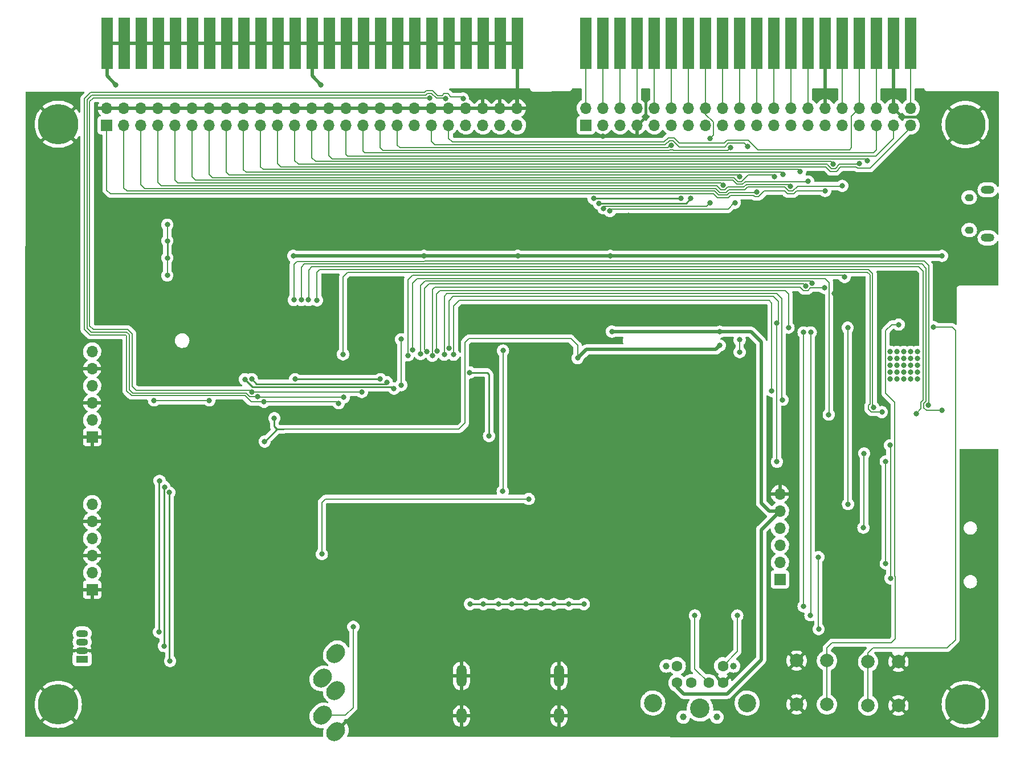
<source format=gbr>
%TF.GenerationSoftware,KiCad,Pcbnew,(6.0.11)*%
%TF.CreationDate,2023-02-05T15:12:43-08:00*%
%TF.ProjectId,TRS-IO++,5452532d-494f-42b2-9b2e-6b696361645f,rev?*%
%TF.SameCoordinates,Original*%
%TF.FileFunction,Copper,L2,Bot*%
%TF.FilePolarity,Positive*%
%FSLAX46Y46*%
G04 Gerber Fmt 4.6, Leading zero omitted, Abs format (unit mm)*
G04 Created by KiCad (PCBNEW (6.0.11)) date 2023-02-05 15:12:43*
%MOMM*%
%LPD*%
G01*
G04 APERTURE LIST*
G04 Aperture macros list*
%AMHorizOval*
0 Thick line with rounded ends*
0 $1 width*
0 $2 $3 position (X,Y) of the first rounded end (center of the circle)*
0 $4 $5 position (X,Y) of the second rounded end (center of the circle)*
0 Add line between two ends*
20,1,$1,$2,$3,$4,$5,0*
0 Add two circle primitives to create the rounded ends*
1,1,$1,$2,$3*
1,1,$1,$4,$5*%
G04 Aperture macros list end*
%TA.AperFunction,ComponentPad*%
%ADD10C,0.800000*%
%TD*%
%TA.AperFunction,ComponentPad*%
%ADD11C,6.000000*%
%TD*%
%TA.AperFunction,ComponentPad*%
%ADD12C,2.000000*%
%TD*%
%TA.AperFunction,ComponentPad*%
%ADD13R,1.700000X1.700000*%
%TD*%
%TA.AperFunction,ComponentPad*%
%ADD14O,1.700000X1.700000*%
%TD*%
%TA.AperFunction,ComponentPad*%
%ADD15HorizOval,2.400000X-0.212132X-0.212132X0.212132X0.212132X0*%
%TD*%
%TA.AperFunction,ComponentPad*%
%ADD16O,1.500000X3.300000*%
%TD*%
%TA.AperFunction,ComponentPad*%
%ADD17O,1.500000X2.300000*%
%TD*%
%TA.AperFunction,ComponentPad*%
%ADD18O,1.300000X1.100000*%
%TD*%
%TA.AperFunction,ComponentPad*%
%ADD19O,2.000000X1.200000*%
%TD*%
%TA.AperFunction,ConnectorPad*%
%ADD20R,1.778000X7.620000*%
%TD*%
%TA.AperFunction,ComponentPad*%
%ADD21R,1.800000X1.070000*%
%TD*%
%TA.AperFunction,ComponentPad*%
%ADD22O,1.800000X1.070000*%
%TD*%
%TA.AperFunction,ComponentPad*%
%ADD23C,1.600000*%
%TD*%
%TA.AperFunction,ComponentPad*%
%ADD24C,1.000000*%
%TD*%
%TA.AperFunction,ComponentPad*%
%ADD25C,2.900000*%
%TD*%
%TA.AperFunction,ComponentPad*%
%ADD26C,2.700000*%
%TD*%
%TA.AperFunction,ViaPad*%
%ADD27C,0.800000*%
%TD*%
%TA.AperFunction,Conductor*%
%ADD28C,0.200000*%
%TD*%
%TA.AperFunction,Conductor*%
%ADD29C,0.500380*%
%TD*%
%TA.AperFunction,Conductor*%
%ADD30C,0.381000*%
%TD*%
%TA.AperFunction,Conductor*%
%ADD31C,0.250000*%
%TD*%
G04 APERTURE END LIST*
D10*
%TO.P,H3,1,1*%
%TO.N,GND*%
X163033390Y-146033810D03*
X163692400Y-147624800D03*
X159851410Y-149215790D03*
D11*
X161442400Y-147624800D03*
D10*
X161442400Y-149874800D03*
X163033390Y-149215790D03*
X161442400Y-145374800D03*
X159192400Y-147624800D03*
X159851410Y-146033810D03*
%TD*%
%TO.P,H2,1,1*%
%TO.N,GND*%
X159192400Y-61468000D03*
X163033390Y-59877010D03*
X161442400Y-63718000D03*
X159851410Y-59877010D03*
X163692400Y-61468000D03*
X159851410Y-63058990D03*
X163033390Y-63058990D03*
D11*
X161442400Y-61468000D03*
D10*
X161442400Y-59218000D03*
%TD*%
D12*
%TO.P,SW2,1,1*%
%TO.N,GND*%
X136383200Y-141123600D03*
X136383200Y-147623600D03*
%TO.P,SW2,2,2*%
%TO.N,BUTTON*%
X140883200Y-147623600D03*
X140883200Y-141123600D03*
%TD*%
D13*
%TO.P,J2,1,Pin_1*%
%TO.N,SYSRES_N*%
X105059400Y-61569600D03*
D14*
%TO.P,J2,2,Pin_2*%
%TO.N,RAS_N*%
X105059400Y-59029600D03*
%TO.P,J2,3,Pin_3*%
%TO.N,A10*%
X107599400Y-61569600D03*
%TO.P,J2,4,Pin_4*%
%TO.N,CAS_N*%
X107599400Y-59029600D03*
%TO.P,J2,5,Pin_5*%
%TO.N,A13*%
X110139400Y-61569600D03*
%TO.P,J2,6,Pin_6*%
%TO.N,A12*%
X110139400Y-59029600D03*
%TO.P,J2,7,Pin_7*%
%TO.N,GND*%
X112679400Y-61569600D03*
%TO.P,J2,8,Pin_8*%
%TO.N,A15*%
X112679400Y-59029600D03*
%TO.P,J2,9,Pin_9*%
%TO.N,A14*%
X115219400Y-61569600D03*
%TO.P,J2,10,Pin_10*%
%TO.N,A11*%
X115219400Y-59029600D03*
%TO.P,J2,11,Pin_11*%
%TO.N,OUT_N*%
X117759400Y-61569600D03*
%TO.P,J2,12,Pin_12*%
%TO.N,A8*%
X117759400Y-59029600D03*
%TO.P,J2,13,Pin_13*%
%TO.N,INTACK_N*%
X120299400Y-61569600D03*
%TO.P,J2,14,Pin_14*%
%TO.N,WR_N*%
X120299400Y-59029600D03*
%TO.P,J2,15,Pin_15*%
%TO.N,MUX*%
X122839400Y-61569600D03*
%TO.P,J2,16,Pin_16*%
%TO.N,RD_N*%
X122839400Y-59029600D03*
%TO.P,J2,17,Pin_17*%
%TO.N,D4*%
X125379400Y-61569600D03*
%TO.P,J2,18,Pin_18*%
%TO.N,A9*%
X125379400Y-59029600D03*
%TO.P,J2,19,Pin_19*%
%TO.N,D7*%
X127919400Y-61569600D03*
%TO.P,J2,20,Pin_20*%
%TO.N,IN_N*%
X127919400Y-59029600D03*
%TO.P,J2,21,Pin_21*%
%TO.N,D1*%
X130459400Y-61569600D03*
%TO.P,J2,22,Pin_22*%
%TO.N,INT_N*%
X130459400Y-59029600D03*
%TO.P,J2,23,Pin_23*%
%TO.N,D6*%
X132999400Y-61569600D03*
%TO.P,J2,24,Pin_24*%
%TO.N,TEST_N*%
X132999400Y-59029600D03*
%TO.P,J2,25,Pin_25*%
%TO.N,D3*%
X135539400Y-61569600D03*
%TO.P,J2,26,Pin_26*%
%TO.N,A0*%
X135539400Y-59029600D03*
%TO.P,J2,27,Pin_27*%
%TO.N,D5*%
X138079400Y-61569600D03*
%TO.P,J2,28,Pin_28*%
%TO.N,A1*%
X138079400Y-59029600D03*
%TO.P,J2,29,Pin_29*%
%TO.N,D0*%
X140619400Y-61569600D03*
%TO.P,J2,30,Pin_30*%
%TO.N,GND*%
X140619400Y-59029600D03*
%TO.P,J2,31,Pin_31*%
%TO.N,D2*%
X143159400Y-61569600D03*
%TO.P,J2,32,Pin_32*%
%TO.N,A4*%
X143159400Y-59029600D03*
%TO.P,J2,33,Pin_33*%
%TO.N,A3*%
X145699400Y-61569600D03*
%TO.P,J2,34,Pin_34*%
%TO.N,WAIT_N*%
X145699400Y-59029600D03*
%TO.P,J2,35,Pin_35*%
%TO.N,A7*%
X148239400Y-61569600D03*
%TO.P,J2,36,Pin_36*%
%TO.N,A5*%
X148239400Y-59029600D03*
%TO.P,J2,37,Pin_37*%
%TO.N,A6*%
X150779400Y-61569600D03*
%TO.P,J2,38,Pin_38*%
%TO.N,GND*%
X150779400Y-59029600D03*
%TO.P,J2,39,Pin_39*%
%TO.N,A2*%
X153319400Y-61569600D03*
%TO.P,J2,40,Pin_40*%
%TO.N,5V*%
X153319400Y-59029600D03*
%TD*%
D15*
%TO.P,J10,R*%
%TO.N,Net-(C14-Pad1)*%
X65919599Y-143737999D03*
%TO.P,J10,RN*%
%TO.N,N/C*%
X67919599Y-145537999D03*
%TO.P,J10,S*%
%TO.N,GND*%
X67919599Y-151637999D03*
%TO.P,J10,T*%
%TO.N,Net-(C15-Pad1)*%
X65919599Y-149237999D03*
%TO.P,J10,TN*%
%TO.N,N/C*%
X67919599Y-140037999D03*
%TD*%
D16*
%TO.P,J7,SH,SH*%
%TO.N,GND*%
X101077600Y-143379800D03*
D17*
X86577600Y-149339800D03*
X101077600Y-149339800D03*
D16*
X86577600Y-143379800D03*
%TD*%
D13*
%TO.P,J8,1,Pin_1*%
%TO.N,Net-(J8-Pad1)*%
X133900866Y-129039400D03*
D14*
%TO.P,J8,2,Pin_2*%
%TO.N,Net-(J8-Pad2)*%
X133900866Y-126499400D03*
%TO.P,J8,3,Pin_3*%
%TO.N,TXD0*%
X133900866Y-123959400D03*
%TO.P,J8,4,Pin_4*%
%TO.N,RXD0*%
X133900866Y-121419400D03*
%TO.P,J8,5,Pin_5*%
%TO.N,+5V*%
X133900866Y-118879400D03*
%TO.P,J8,6,Pin_6*%
%TO.N,GND*%
X133900866Y-116339400D03*
%TD*%
D12*
%TO.P,SW1,1,1*%
%TO.N,ESP_RESET*%
X147000400Y-141276000D03*
X147000400Y-147776000D03*
%TO.P,SW1,2,2*%
%TO.N,GND*%
X151500400Y-147776000D03*
X151500400Y-141276000D03*
%TD*%
D13*
%TO.P,J5,1,Pin_1*%
%TO.N,GND*%
X31705400Y-130556000D03*
D14*
%TO.P,J5,2,Pin_2*%
%TO.N,VIDEO*%
X31705400Y-128016000D03*
%TO.P,J5,3,Pin_3*%
%TO.N,GND*%
X31705400Y-125476000D03*
%TO.P,J5,4,Pin_4*%
%TO.N,VSYNC*%
X31705400Y-122936000D03*
%TO.P,J5,5,Pin_5*%
%TO.N,GND*%
X31705400Y-120396000D03*
%TO.P,J5,6,Pin_6*%
%TO.N,HSYNC*%
X31705400Y-117856000D03*
%TD*%
D10*
%TO.P,U1,39*%
%TO.N,N/C*%
X150301600Y-96237600D03*
X153301600Y-96237600D03*
X153301600Y-97237600D03*
X150301600Y-97237600D03*
X154301600Y-99237600D03*
X154301600Y-95237600D03*
X150301600Y-98237600D03*
X151301600Y-97237600D03*
X152301600Y-99237600D03*
X150301600Y-99237600D03*
X150301600Y-95237600D03*
X152301600Y-98237600D03*
X152301600Y-97237600D03*
X154301600Y-97237600D03*
X153301600Y-99237600D03*
X151301600Y-99237600D03*
X151301600Y-95237600D03*
X153301600Y-98237600D03*
X154301600Y-98237600D03*
X153301600Y-95237600D03*
X151301600Y-96237600D03*
X152301600Y-96237600D03*
X154301600Y-96237600D03*
X152301600Y-95237600D03*
X151301600Y-98237600D03*
%TD*%
%TO.P,H1,1,1*%
%TO.N,GND*%
X26670000Y-63667200D03*
X25079010Y-63008190D03*
X28920000Y-61417200D03*
D11*
X26670000Y-61417200D03*
D10*
X25079010Y-59826210D03*
X28260990Y-63008190D03*
X28260990Y-59826210D03*
X26670000Y-59167200D03*
X24420000Y-61417200D03*
%TD*%
D18*
%TO.P,J12,*%
%TO.N,*%
X162019700Y-72301800D03*
D19*
X164769700Y-78301800D03*
X164769700Y-71151800D03*
D18*
X162019700Y-77151800D03*
%TD*%
D20*
%TO.P,J4,2,Pin_2*%
%TO.N,RAS_N*%
X105054400Y-49428400D03*
%TO.P,J4,4,Pin_4*%
%TO.N,CAS_N*%
X107594400Y-49428400D03*
%TO.P,J4,6,Pin_6*%
%TO.N,A12*%
X110134400Y-49428400D03*
%TO.P,J4,8,Pin_8*%
%TO.N,A15*%
X112674400Y-49428400D03*
%TO.P,J4,10,Pin_10*%
%TO.N,A11*%
X115214400Y-49428400D03*
%TO.P,J4,12,Pin_12*%
%TO.N,A8*%
X117754400Y-49428400D03*
%TO.P,J4,14,Pin_14*%
%TO.N,WR_N*%
X120294400Y-49428400D03*
%TO.P,J4,16,Pin_16*%
%TO.N,RD_N*%
X122834400Y-49428400D03*
%TO.P,J4,18,Pin_18*%
%TO.N,A9*%
X125374400Y-49428400D03*
%TO.P,J4,20,Pin_20*%
%TO.N,IN_N*%
X127914400Y-49428400D03*
%TO.P,J4,22,Pin_22*%
%TO.N,INT_N*%
X130454400Y-49428400D03*
%TO.P,J4,24,Pin_24*%
%TO.N,TEST_N*%
X132994400Y-49428400D03*
%TO.P,J4,26,Pin_26*%
%TO.N,A0*%
X135534400Y-49428400D03*
%TO.P,J4,28,Pin_28*%
%TO.N,A1*%
X138074400Y-49428400D03*
%TO.P,J4,30,Pin_30*%
%TO.N,GND*%
X140614400Y-49428400D03*
%TO.P,J4,32,Pin_32*%
%TO.N,A4*%
X143154400Y-49428400D03*
%TO.P,J4,34,Pin_34*%
%TO.N,WAIT_N*%
X145694400Y-49428400D03*
%TO.P,J4,36,Pin_36*%
%TO.N,A5*%
X148234400Y-49428400D03*
%TO.P,J4,38,Pin_38*%
%TO.N,GND*%
X150774400Y-49428400D03*
%TO.P,J4,40,Pin_40*%
%TO.N,5V*%
X153314400Y-49428400D03*
%TD*%
%TO.P,J3,2,Pin_2*%
%TO.N,GND*%
X33909000Y-49428400D03*
%TO.P,J3,4,Pin_4*%
X36449000Y-49428400D03*
%TO.P,J3,6,Pin_6*%
X38989000Y-49428400D03*
%TO.P,J3,8,Pin_8*%
X41529000Y-49428400D03*
%TO.P,J3,10,Pin_10*%
X44069000Y-49428400D03*
%TO.P,J3,12,Pin_12*%
X46609000Y-49428400D03*
%TO.P,J3,14,Pin_14*%
X49149000Y-49428400D03*
%TO.P,J3,16,Pin_16*%
X51689000Y-49428400D03*
%TO.P,J3,18,Pin_18*%
X54229000Y-49428400D03*
%TO.P,J3,20,Pin_20*%
X56769000Y-49428400D03*
%TO.P,J3,22,Pin_22*%
X59309000Y-49428400D03*
%TO.P,J3,24,Pin_24*%
X61849000Y-49428400D03*
%TO.P,J3,26,Pin_26*%
X64389000Y-49428400D03*
%TO.P,J3,28,Pin_28*%
X66929000Y-49428400D03*
%TO.P,J3,30,Pin_30*%
X69469000Y-49428400D03*
%TO.P,J3,32,Pin_32*%
X72009000Y-49428400D03*
%TO.P,J3,34,Pin_34*%
X74549000Y-49428400D03*
%TO.P,J3,36,Pin_36*%
X77089000Y-49428400D03*
%TO.P,J3,38,Pin_38*%
X79629000Y-49428400D03*
%TO.P,J3,40,Pin_40*%
X82169000Y-49428400D03*
%TO.P,J3,42,Pin_42*%
X84709000Y-49428400D03*
%TO.P,J3,44,Pin_44*%
X87249000Y-49428400D03*
%TO.P,J3,46,Pin_46*%
X89789000Y-49428400D03*
%TO.P,J3,48,Pin_48*%
X92329000Y-49428400D03*
%TO.P,J3,50,Pin_50*%
X94869000Y-49428400D03*
%TD*%
D21*
%TO.P,D1,1,RA*%
%TO.N,Net-(D1-Pad1)*%
X30224000Y-140890800D03*
D22*
%TO.P,D1,2,K*%
%TO.N,GND*%
X30224000Y-139620800D03*
%TO.P,D1,3,BA*%
%TO.N,Net-(D1-Pad3)*%
X30224000Y-138350800D03*
%TO.P,D1,4,GA*%
%TO.N,Net-(D1-Pad4)*%
X30224000Y-137080800D03*
%TD*%
D23*
%TO.P,J11,1*%
%TO.N,PS2_DATA*%
X123321600Y-144409600D03*
%TO.P,J11,2*%
%TO.N,unconnected-(J11-Pad2)*%
X120721600Y-144409600D03*
%TO.P,J11,3*%
%TO.N,GND*%
X125421600Y-144409600D03*
%TO.P,J11,4*%
%TO.N,+5V*%
X118621600Y-144409600D03*
%TO.P,J11,5*%
%TO.N,PS2_CLK*%
X125421600Y-141909600D03*
%TO.P,J11,6*%
%TO.N,unconnected-(J11-Pad6)*%
X118621600Y-141909600D03*
D24*
%TO.P,J11,M1*%
%TO.N,N/C*%
X124521600Y-149509600D03*
%TO.P,J11,M2*%
X119521600Y-149509600D03*
%TO.P,J11,M3*%
X127021600Y-141909600D03*
%TO.P,J11,M4*%
X117021600Y-141909600D03*
D25*
%TO.P,J11,S1*%
X122021600Y-148209600D03*
D26*
%TO.P,J11,S2*%
X129021600Y-147409600D03*
%TO.P,J11,S3*%
X115021600Y-147409600D03*
%TD*%
D13*
%TO.P,J1,1,Pin_1*%
%TO.N,D0*%
X33883600Y-61569600D03*
D14*
%TO.P,J1,2,Pin_2*%
%TO.N,GND*%
X33883600Y-59029600D03*
%TO.P,J1,3,Pin_3*%
%TO.N,D1*%
X36423600Y-61569600D03*
%TO.P,J1,4,Pin_4*%
%TO.N,GND*%
X36423600Y-59029600D03*
%TO.P,J1,5,Pin_5*%
%TO.N,D2*%
X38963600Y-61569600D03*
%TO.P,J1,6,Pin_6*%
%TO.N,GND*%
X38963600Y-59029600D03*
%TO.P,J1,7,Pin_7*%
%TO.N,D3*%
X41503600Y-61569600D03*
%TO.P,J1,8,Pin_8*%
%TO.N,GND*%
X41503600Y-59029600D03*
%TO.P,J1,9,Pin_9*%
%TO.N,D4*%
X44043600Y-61569600D03*
%TO.P,J1,10,Pin_10*%
%TO.N,GND*%
X44043600Y-59029600D03*
%TO.P,J1,11,Pin_11*%
%TO.N,D5*%
X46583600Y-61569600D03*
%TO.P,J1,12,Pin_12*%
%TO.N,GND*%
X46583600Y-59029600D03*
%TO.P,J1,13,Pin_13*%
%TO.N,D6*%
X49123600Y-61569600D03*
%TO.P,J1,14,Pin_14*%
%TO.N,GND*%
X49123600Y-59029600D03*
%TO.P,J1,15,Pin_15*%
%TO.N,D7*%
X51663600Y-61569600D03*
%TO.P,J1,16,Pin_16*%
%TO.N,GND*%
X51663600Y-59029600D03*
%TO.P,J1,17,Pin_17*%
%TO.N,A0*%
X54203600Y-61569600D03*
%TO.P,J1,18,Pin_18*%
%TO.N,GND*%
X54203600Y-59029600D03*
%TO.P,J1,19,Pin_19*%
%TO.N,A1*%
X56743600Y-61569600D03*
%TO.P,J1,20,Pin_20*%
%TO.N,GND*%
X56743600Y-59029600D03*
%TO.P,J1,21,Pin_21*%
%TO.N,A2*%
X59283600Y-61569600D03*
%TO.P,J1,22,Pin_22*%
%TO.N,GND*%
X59283600Y-59029600D03*
%TO.P,J1,23,Pin_23*%
%TO.N,A3*%
X61823600Y-61569600D03*
%TO.P,J1,24,Pin_24*%
%TO.N,GND*%
X61823600Y-59029600D03*
%TO.P,J1,25,Pin_25*%
%TO.N,A4*%
X64363600Y-61569600D03*
%TO.P,J1,26,Pin_26*%
%TO.N,GND*%
X64363600Y-59029600D03*
%TO.P,J1,27,Pin_27*%
%TO.N,A5*%
X66903600Y-61569600D03*
%TO.P,J1,28,Pin_28*%
%TO.N,GND*%
X66903600Y-59029600D03*
%TO.P,J1,29,Pin_29*%
%TO.N,A6*%
X69443600Y-61569600D03*
%TO.P,J1,30,Pin_30*%
%TO.N,GND*%
X69443600Y-59029600D03*
%TO.P,J1,31,Pin_31*%
%TO.N,A7*%
X71983600Y-61569600D03*
%TO.P,J1,32,Pin_32*%
%TO.N,GND*%
X71983600Y-59029600D03*
%TO.P,J1,33,Pin_33*%
%TO.N,IN_N*%
X74523600Y-61569600D03*
%TO.P,J1,34,Pin_34*%
%TO.N,GND*%
X74523600Y-59029600D03*
%TO.P,J1,35,Pin_35*%
%TO.N,OUT_N*%
X77063600Y-61569600D03*
%TO.P,J1,36,Pin_36*%
%TO.N,GND*%
X77063600Y-59029600D03*
%TO.P,J1,37,Pin_37*%
%TO.N,RESET_N*%
X79603600Y-61569600D03*
%TO.P,J1,38,Pin_38*%
%TO.N,GND*%
X79603600Y-59029600D03*
%TO.P,J1,39,Pin_39*%
%TO.N,INT_N*%
X82143600Y-61569600D03*
%TO.P,J1,40,Pin_40*%
%TO.N,GND*%
X82143600Y-59029600D03*
%TO.P,J1,41,Pin_41*%
%TO.N,WAIT_N*%
X84683600Y-61569600D03*
%TO.P,J1,42,Pin_42*%
%TO.N,GND*%
X84683600Y-59029600D03*
%TO.P,J1,43,Pin_43*%
%TO.N,EXTIOSEL_N*%
X87223600Y-61569600D03*
%TO.P,J1,44,Pin_44*%
%TO.N,GND*%
X87223600Y-59029600D03*
%TO.P,J1,45,Pin_45*%
%TO.N,unconnected-(J1-Pad45)*%
X89763600Y-61569600D03*
%TO.P,J1,46,Pin_46*%
%TO.N,GND*%
X89763600Y-59029600D03*
%TO.P,J1,47,Pin_47*%
%TO.N,M1_N*%
X92303600Y-61569600D03*
%TO.P,J1,48,Pin_48*%
%TO.N,GND*%
X92303600Y-59029600D03*
%TO.P,J1,49,Pin_49*%
%TO.N,IOREQ_N*%
X94843600Y-61569600D03*
%TO.P,J1,50,Pin_50*%
%TO.N,GND*%
X94843600Y-59029600D03*
%TD*%
D13*
%TO.P,J6,1,Pin_1*%
%TO.N,GND*%
X31705400Y-107899200D03*
D14*
%TO.P,J6,2,Pin_2*%
%TO.N,VIDEO_O*%
X31705400Y-105359200D03*
%TO.P,J6,3,Pin_3*%
%TO.N,GND*%
X31705400Y-102819200D03*
%TO.P,J6,4,Pin_4*%
%TO.N,VSYNC_O*%
X31705400Y-100279200D03*
%TO.P,J6,5,Pin_5*%
%TO.N,GND*%
X31705400Y-97739200D03*
%TO.P,J6,6,Pin_6*%
%TO.N,HSYNC_O*%
X31705400Y-95199200D03*
%TD*%
D10*
%TO.P,H4,1,1*%
%TO.N,GND*%
X26670000Y-149874800D03*
X28920000Y-147624800D03*
X25079010Y-146033810D03*
X26670000Y-145374800D03*
X25079010Y-149215790D03*
X28260990Y-149215790D03*
D11*
X26670000Y-147624800D03*
D10*
X24420000Y-147624800D03*
X28260990Y-146033810D03*
%TD*%
D27*
%TO.N,CASS_IN*%
X127914400Y-95288100D03*
X96583500Y-117094000D03*
X65836800Y-125272800D03*
X127914400Y-93435110D03*
%TO.N,GND*%
X112674400Y-79349600D03*
X142002100Y-86563200D03*
X67767200Y-87579200D03*
X159105600Y-73406000D03*
X104775000Y-127360000D03*
X70307200Y-95961200D03*
X153974800Y-84226400D03*
X32766000Y-67665600D03*
X72005050Y-111832250D03*
X74371200Y-75844400D03*
X51160500Y-99415600D03*
X95567500Y-144780000D03*
X62636400Y-125323600D03*
X90322400Y-140360400D03*
X54762400Y-116230400D03*
X111442500Y-74930000D03*
X111709200Y-124307600D03*
X51626100Y-106730800D03*
X50393600Y-91236800D03*
X70358000Y-91236800D03*
X44132500Y-89852500D03*
X98856800Y-79451200D03*
X44132500Y-97472500D03*
X157091910Y-84175600D03*
X113944400Y-56997600D03*
X97068050Y-113487200D03*
X85039200Y-79349600D03*
X164134800Y-132130800D03*
X65481200Y-91236800D03*
X159207200Y-86004400D03*
X101904800Y-75895200D03*
X112712500Y-89535000D03*
X164134800Y-116586000D03*
X112712500Y-97472500D03*
X70205600Y-131419600D03*
X139344400Y-68897500D03*
X57759600Y-144729200D03*
X28854400Y-67614800D03*
X88036400Y-75844400D03*
X24536400Y-76301600D03*
X65722500Y-55562500D03*
X86995000Y-91440000D03*
X35242500Y-55562500D03*
X107632500Y-63182500D03*
X85445600Y-108204000D03*
X88265000Y-95250000D03*
X70967600Y-102463600D03*
%TO.N,+5V*%
X108936000Y-92222800D03*
X124968000Y-92252800D03*
%TO.N,+3V3*%
X58775600Y-105105200D03*
X124968000Y-94284800D03*
X103835200Y-96164400D03*
X42875200Y-81280000D03*
X42875200Y-83870800D03*
X42875200Y-78740000D03*
X157988000Y-80975200D03*
X94945200Y-80975200D03*
X81026000Y-80975200D03*
X57339900Y-108563899D03*
X42875200Y-76352400D03*
X108712000Y-80975200D03*
X61582300Y-80975200D03*
%TO.N,PS2_DATA*%
X137414000Y-92342700D03*
X137414000Y-133045200D03*
X121259600Y-134416800D03*
%TO.N,PS2_CLK*%
X138430000Y-134366000D03*
X138480800Y-92342700D03*
X127558800Y-134416800D03*
%TO.N,CS_SD*%
X146304000Y-121361200D03*
X146405600Y-110337600D03*
%TO.N,MOSI*%
X135178800Y-91631500D03*
X82979638Y-95130857D03*
X144018000Y-117856000D03*
X143967200Y-91643200D03*
%TO.N,SCK*%
X84722700Y-94732980D03*
X133451600Y-111556800D03*
X149617700Y-111524100D03*
X133451600Y-90932000D03*
X149617700Y-126695200D03*
%TO.N,+3.3V*%
X104775000Y-132715000D03*
X139598400Y-125730000D03*
X96202500Y-132715000D03*
X89852500Y-132715000D03*
X98425000Y-132715000D03*
X94081600Y-132715000D03*
X139649200Y-136432800D03*
X102552500Y-132715000D03*
X87833200Y-132715000D03*
X100330000Y-132715000D03*
X92075000Y-132715000D03*
%TO.N,CASS_OUT*%
X77622400Y-93370400D03*
X77622400Y-100177600D03*
%TO.N,TXD0*%
X61671200Y-87528400D03*
X155956000Y-103174800D03*
%TO.N,RXD0*%
X154131600Y-104389600D03*
X63846476Y-87537524D03*
%TO.N,ESP_RESET*%
X156706300Y-91541600D03*
%TO.N,CS_FPGA*%
X85422200Y-95656400D03*
X132689600Y-101041200D03*
%TO.N,ESP_S0*%
X82245200Y-95808800D03*
X140499422Y-85712978D03*
%TO.N,_A9*%
X87821500Y-98303700D03*
X90678000Y-107746800D03*
%TO.N,ESP_S1*%
X81441420Y-95172306D03*
X137702067Y-85433900D03*
%TO.N,ESP_S2*%
X138684000Y-85027500D03*
X80518000Y-95554800D03*
%TO.N,ESP_S3*%
X141153704Y-104567797D03*
X79337900Y-94965770D03*
%TO.N,REQ*%
X78638400Y-95758000D03*
X143510000Y-84113100D03*
%TO.N,DONE*%
X149051600Y-104186400D03*
X68986400Y-95605600D03*
%TO.N,ABUS_EN*%
X92710000Y-115962490D03*
X92760800Y-95046800D03*
%TO.N,D0*%
X140619400Y-71311500D03*
%TO.N,D1*%
X130459400Y-71463900D03*
%TO.N,D2*%
X143159400Y-70566200D03*
%TO.N,D3*%
X135483600Y-70651100D03*
%TO.N,D4*%
X125425200Y-70447500D03*
%TO.N,D5*%
X138079400Y-69905800D03*
%TO.N,D6*%
X133045200Y-69241100D03*
%TO.N,D7*%
X127919400Y-69241100D03*
%TO.N,A0*%
X134389400Y-68841100D03*
%TO.N,A1*%
X136929400Y-68441100D03*
%TO.N,A3*%
X145699400Y-67241100D03*
%TO.N,A4*%
X141833600Y-67310000D03*
%TO.N,A5*%
X146849400Y-66841100D03*
%TO.N,IN_N*%
X127203200Y-73101200D03*
X126529400Y-64909000D03*
X108635205Y-74309700D03*
%TO.N,OUT_N*%
X117754400Y-64555100D03*
X119208900Y-72460700D03*
X106222800Y-72460700D03*
%TO.N,EXTIOSEL_N*%
X86817200Y-57607200D03*
X68326000Y-102870000D03*
X57251600Y-102655100D03*
%TO.N,WR_N*%
X106976500Y-73185200D03*
X120658400Y-72460700D03*
%TO.N,RD_N*%
X107676919Y-73909700D03*
X123479900Y-73101200D03*
X123479900Y-63500000D03*
%TO.N,INT_N*%
X55403688Y-101174338D03*
X81838800Y-57505600D03*
X129133600Y-64719200D03*
X71780400Y-101193600D03*
%TO.N,WAIT_N*%
X84251800Y-57581800D03*
X56286400Y-101893100D03*
X69088000Y-102006400D03*
%TO.N,MISO*%
X134291782Y-102357742D03*
X150317200Y-128879600D03*
X84023200Y-95656400D03*
X150266400Y-109118400D03*
%TO.N,INT*%
X74530864Y-99294100D03*
X61874400Y-99294100D03*
%TO.N,WAIT*%
X55427099Y-99303601D03*
X75488800Y-99744100D03*
%TO.N,EXTIOSEL*%
X76555600Y-100685600D03*
X54406800Y-99307900D03*
%TO.N,LED_RED*%
X43180000Y-116128800D03*
X43281600Y-141173200D03*
%TO.N,LED_GREEN*%
X41731000Y-114401600D03*
X41642700Y-136855200D03*
%TO.N,LED_BLUE*%
X42367200Y-138938000D03*
X42455500Y-115316000D03*
%TO.N,BUTTON*%
X151536400Y-91186000D03*
%TO.N,VIDEOX*%
X40907300Y-102439100D03*
X49111500Y-102439100D03*
%TO.N,Net-(C15-Pad1)*%
X70510400Y-136093200D03*
%TO.N,JTAG_TMS*%
X65125600Y-87579200D03*
X147781600Y-103484000D03*
%TO.N,JTAG_TCK*%
X157941600Y-103932400D03*
X62788800Y-87528400D03*
%TD*%
D28*
%TO.N,CASS_IN*%
X65836800Y-117602000D02*
X66344800Y-117094000D01*
X65836800Y-125272800D02*
X65836800Y-117602000D01*
X66344800Y-117094000D02*
X96583500Y-117094000D01*
X127914400Y-93435110D02*
X127914400Y-95288100D01*
D29*
%TO.N,GND*%
X89763600Y-59029600D02*
X92303600Y-59029600D01*
X59309000Y-49428400D02*
X61849000Y-49428400D01*
X66929000Y-49428400D02*
X69469000Y-49428400D01*
X150779400Y-59029600D02*
X150779400Y-49433400D01*
X79629000Y-49428400D02*
X82169000Y-49428400D01*
X54203600Y-59029600D02*
X56743600Y-59029600D01*
X87249000Y-49428400D02*
X89789000Y-49428400D01*
X140614400Y-49428400D02*
X140614400Y-59024600D01*
X41529000Y-49428400D02*
X44069000Y-49428400D01*
X150779400Y-49433400D02*
X150774400Y-49428400D01*
X82169000Y-49428400D02*
X84709000Y-49428400D01*
X77063600Y-59029600D02*
X79603600Y-59029600D01*
X69443600Y-59029600D02*
X71983600Y-59029600D01*
X92303600Y-59029600D02*
X94843600Y-59029600D01*
X64389000Y-49428400D02*
X66929000Y-49428400D01*
X82143600Y-59029600D02*
X84683600Y-59029600D01*
X64363600Y-59029600D02*
X66903600Y-59029600D01*
X41503600Y-59029600D02*
X44043600Y-59029600D01*
D30*
X150779400Y-59029600D02*
X152049400Y-60299600D01*
D29*
X61849000Y-49428400D02*
X64389000Y-49428400D01*
D30*
X152049400Y-60299600D02*
X155905200Y-60299600D01*
D29*
X44043600Y-59029600D02*
X46583600Y-59029600D01*
X77089000Y-49428400D02*
X79629000Y-49428400D01*
X49123600Y-59029600D02*
X51663600Y-59029600D01*
X74523600Y-59029600D02*
X77063600Y-59029600D01*
X35242500Y-55562500D02*
X33909000Y-54229000D01*
X71983600Y-59029600D02*
X74523600Y-59029600D01*
X66903600Y-59029600D02*
X69443600Y-59029600D01*
X84709000Y-49428400D02*
X87249000Y-49428400D01*
X46583600Y-59029600D02*
X49123600Y-59029600D01*
X33909000Y-49428400D02*
X36449000Y-49428400D01*
X59309000Y-49428400D02*
X56769000Y-49428400D01*
X61823600Y-59029600D02*
X64363600Y-59029600D01*
X69469000Y-49428400D02*
X72009000Y-49428400D01*
X56743600Y-59029600D02*
X59283600Y-59029600D01*
X46609000Y-49428400D02*
X49149000Y-49428400D01*
X36449000Y-49428400D02*
X38989000Y-49428400D01*
X38989000Y-49428400D02*
X41529000Y-49428400D01*
X92329000Y-49428400D02*
X94869000Y-49428400D01*
X65722500Y-55562500D02*
X64389000Y-54229000D01*
X72009000Y-49428400D02*
X74549000Y-49428400D01*
X44069000Y-49428400D02*
X46609000Y-49428400D01*
X33883600Y-59029600D02*
X36423600Y-59029600D01*
X140614400Y-59024600D02*
X140619400Y-59029600D01*
D30*
X112679400Y-61569600D02*
X113919900Y-60329100D01*
D29*
X49149000Y-49428400D02*
X51689000Y-49428400D01*
D30*
X113919900Y-60329100D02*
X113919900Y-57022100D01*
D29*
X33909000Y-54229000D02*
X33909000Y-49428400D01*
D30*
X113919900Y-57022100D02*
X113944400Y-56997600D01*
D29*
X94869000Y-49428400D02*
X94869000Y-59004200D01*
X36423600Y-59029600D02*
X38963600Y-59029600D01*
X59283600Y-59029600D02*
X61823600Y-59029600D01*
X38963600Y-59029600D02*
X41503600Y-59029600D01*
X54229000Y-49428400D02*
X56769000Y-49428400D01*
X87223600Y-59029600D02*
X89763600Y-59029600D01*
X84683600Y-59029600D02*
X87223600Y-59029600D01*
X89789000Y-49428400D02*
X92329000Y-49428400D01*
X51689000Y-49428400D02*
X54229000Y-49428400D01*
X51663600Y-59029600D02*
X54203600Y-59029600D01*
X64389000Y-54229000D02*
X64389000Y-49428400D01*
X79603600Y-59029600D02*
X82143600Y-59029600D01*
X74549000Y-49428400D02*
X77089000Y-49428400D01*
%TO.N,+5V*%
X131114800Y-117703600D02*
X132290600Y-118879400D01*
X124968000Y-92252800D02*
X129590800Y-92252800D01*
X131114800Y-93776800D02*
X131114800Y-117703600D01*
X132290600Y-118879400D02*
X133900866Y-118879400D01*
X108957709Y-92244509D02*
X108936000Y-92222800D01*
X131114800Y-121665466D02*
X133900866Y-118879400D01*
X118621600Y-144409600D02*
X118621600Y-145037600D01*
X119634000Y-146050000D02*
X126047500Y-146050000D01*
X129590800Y-92252800D02*
X131114800Y-93776800D01*
X126047500Y-146050000D02*
X131114800Y-140982700D01*
X118621600Y-145037600D02*
X119634000Y-146050000D01*
X131114800Y-140982700D02*
X131114800Y-121665466D01*
X124959709Y-92244509D02*
X108957709Y-92244509D01*
X124968000Y-92252800D02*
X124959709Y-92244509D01*
D31*
%TO.N,+3V3*%
X42875200Y-78740000D02*
X42875200Y-81280000D01*
X58775600Y-106324400D02*
X59182000Y-106730800D01*
D29*
X124357909Y-94894891D02*
X105104709Y-94894891D01*
D31*
X57339900Y-108563899D02*
X57348901Y-108563899D01*
D29*
X94945200Y-80975200D02*
X81026000Y-80975200D01*
X105104709Y-94894891D02*
X103835200Y-96164400D01*
X81026000Y-80975200D02*
X61582300Y-80975200D01*
D28*
X102819200Y-93268800D02*
X87680800Y-93268800D01*
X103835200Y-96164400D02*
X103835200Y-94284800D01*
D31*
X58775600Y-105105200D02*
X58775600Y-106324400D01*
D28*
X86207600Y-106730800D02*
X60198000Y-106730800D01*
X103835200Y-94284800D02*
X102819200Y-93268800D01*
X42875200Y-76352400D02*
X42875200Y-78740000D01*
X42875200Y-83870800D02*
X42875200Y-81280000D01*
D29*
X108712000Y-80975200D02*
X94945200Y-80975200D01*
D28*
X87122000Y-93827600D02*
X87122000Y-105816400D01*
X87122000Y-105816400D02*
X86207600Y-106730800D01*
D31*
X57348901Y-108563899D02*
X59182000Y-106730800D01*
D28*
X87680800Y-93268800D02*
X87122000Y-93827600D01*
D31*
X59182000Y-106730800D02*
X60198000Y-106730800D01*
D29*
X124968000Y-94284800D02*
X124357909Y-94894891D01*
X157988000Y-80975200D02*
X108712000Y-80975200D01*
D28*
%TO.N,PS2_DATA*%
X121259600Y-142347600D02*
X123321600Y-144409600D01*
X121259600Y-134416800D02*
X121259600Y-142347600D01*
X137414000Y-92342700D02*
X137414000Y-133045200D01*
%TO.N,PS2_CLK*%
X127558800Y-134416800D02*
X127558800Y-139772400D01*
X127558800Y-139772400D02*
X125421600Y-141909600D01*
X138480800Y-92342700D02*
X138480800Y-134315200D01*
X138480800Y-134315200D02*
X138430000Y-134366000D01*
%TO.N,CS_SD*%
X146405600Y-110337600D02*
X146405600Y-121259600D01*
X146405600Y-121259600D02*
X146304000Y-121361200D01*
%TO.N,MOSI*%
X144018000Y-91694000D02*
X143967200Y-91643200D01*
X83413600Y-86106000D02*
X82905600Y-86614000D01*
X135178800Y-91631500D02*
X135178800Y-86614000D01*
X135178800Y-86614000D02*
X134670800Y-86106000D01*
X82905600Y-86614000D02*
X82905600Y-95056819D01*
X134670800Y-86106000D02*
X83413600Y-86106000D01*
X82905600Y-95056819D02*
X82979638Y-95130857D01*
X144018000Y-117856000D02*
X144018000Y-91694000D01*
%TO.N,SCK*%
X133451600Y-90932000D02*
X133451600Y-111556800D01*
X133705600Y-87782400D02*
X133705600Y-90678000D01*
X85344000Y-87020400D02*
X132943600Y-87020400D01*
X132943600Y-87020400D02*
X133705600Y-87782400D01*
X149617700Y-111524100D02*
X149617700Y-126695200D01*
X133705600Y-90678000D02*
X133451600Y-90932000D01*
X84722700Y-87641700D02*
X85344000Y-87020400D01*
X84722700Y-94732980D02*
X84722700Y-87641700D01*
D31*
%TO.N,+3.3V*%
X87833200Y-132715000D02*
X102552500Y-132715000D01*
D28*
X139598400Y-136382000D02*
X139649200Y-136432800D01*
D31*
X104775000Y-132715000D02*
X102552500Y-132715000D01*
D28*
X139598400Y-125730000D02*
X139598400Y-136382000D01*
%TO.N,CASS_OUT*%
X77622400Y-100177600D02*
X77622400Y-93370400D01*
%TO.N,TXD0*%
X81052050Y-81788000D02*
X62128400Y-81788000D01*
X155956000Y-103174800D02*
X156006800Y-103124000D01*
X155346400Y-81737200D02*
X81102850Y-81737200D01*
X62128400Y-81788000D02*
X61671200Y-82245200D01*
X81102850Y-81737200D02*
X81052050Y-81788000D01*
X61671200Y-82245200D02*
X61671200Y-87528400D01*
X156006800Y-103124000D02*
X156006800Y-82397600D01*
X156006800Y-82397600D02*
X155346400Y-81737200D01*
%TO.N,RXD0*%
X63906400Y-87477600D02*
X63846476Y-87537524D01*
X64363600Y-82600800D02*
X63906400Y-83058000D01*
X63906400Y-83058000D02*
X63906400Y-87477600D01*
X154856000Y-103665200D02*
X154856000Y-102719164D01*
X154131600Y-104389600D02*
X154856000Y-103665200D01*
X155206800Y-102368364D02*
X155206800Y-83274000D01*
X155206800Y-83274000D02*
X154533600Y-82600800D01*
X154533600Y-82600800D02*
X64363600Y-82600800D01*
X154856000Y-102719164D02*
X155206800Y-102368364D01*
%TO.N,ESP_RESET*%
X159969200Y-92049600D02*
X159461200Y-91541600D01*
X147000400Y-139968800D02*
X147726400Y-139242800D01*
X147000400Y-141276000D02*
X147000400Y-139968800D01*
X158750000Y-139242800D02*
X159969200Y-138023600D01*
X147000400Y-141276000D02*
X147000400Y-147776000D01*
X147726400Y-139242800D02*
X158750000Y-139242800D01*
X159461200Y-91541600D02*
X156706300Y-91541600D01*
X159969200Y-138023600D02*
X159969200Y-92049600D01*
%TO.N,CS_FPGA*%
X132283200Y-87579200D02*
X132689600Y-87985600D01*
X86258400Y-87579200D02*
X132283200Y-87579200D01*
X85445600Y-95633000D02*
X85445600Y-88392000D01*
X132689600Y-101041200D02*
X132689600Y-87985600D01*
X85445600Y-88392000D02*
X86258400Y-87579200D01*
X85422200Y-95656400D02*
X85445600Y-95633000D01*
%TO.N,ESP_S0*%
X82651600Y-85598000D02*
X82245200Y-86004400D01*
X82245200Y-86004400D02*
X82245200Y-95808800D01*
X138452900Y-85727500D02*
X138046500Y-86133900D01*
X137391100Y-86133900D02*
X136855200Y-85598000D01*
X136855200Y-85598000D02*
X82651600Y-85598000D01*
X140484900Y-85727500D02*
X138452900Y-85727500D01*
X138046500Y-86133900D02*
X137391100Y-86133900D01*
X140499422Y-85712978D02*
X140484900Y-85727500D01*
D31*
%TO.N,_A9*%
X90373200Y-98298000D02*
X87815800Y-98298000D01*
X90678000Y-107746800D02*
X90678000Y-98602800D01*
X90678000Y-98602800D02*
X90373200Y-98298000D01*
X87815800Y-98298000D02*
X87821500Y-98303700D01*
D28*
%TO.N,ESP_S1*%
X137402567Y-85134400D02*
X137702067Y-85433900D01*
X81127600Y-85801200D02*
X81794400Y-85134400D01*
X81794400Y-85134400D02*
X137402567Y-85134400D01*
X81441420Y-95172306D02*
X81127600Y-94858486D01*
X81127600Y-94858486D02*
X81127600Y-85801200D01*
%TO.N,ESP_S2*%
X80518000Y-85394800D02*
X81178400Y-84734400D01*
X138390900Y-84734400D02*
X138684000Y-85027500D01*
X81178400Y-84734400D02*
X138390900Y-84734400D01*
X80518000Y-95554800D02*
X80518000Y-85394800D01*
%TO.N,ESP_S3*%
X79337900Y-85000100D02*
X80010000Y-84328000D01*
X141199422Y-84939425D02*
X141199422Y-104522079D01*
X141199422Y-104522079D02*
X141153704Y-104567797D01*
X79337900Y-94965770D02*
X79337900Y-85000100D01*
X140587997Y-84328000D02*
X141199422Y-84939425D01*
X80010000Y-84328000D02*
X140587997Y-84328000D01*
%TO.N,REQ*%
X143267700Y-83870800D02*
X143510000Y-84113100D01*
X78638400Y-95758000D02*
X78638400Y-84531200D01*
X78638400Y-84531200D02*
X79298800Y-83870800D01*
X79298800Y-83870800D02*
X143267700Y-83870800D01*
%TO.N,DONE*%
X147275600Y-103000050D02*
X147275600Y-83782486D01*
X147494050Y-104186400D02*
X147081600Y-103773950D01*
X149051600Y-104186400D02*
X147494050Y-104186400D01*
X147081600Y-103194050D02*
X147275600Y-103000050D01*
X68986400Y-84124800D02*
X68986400Y-95605600D01*
X147081600Y-103773950D02*
X147081600Y-103194050D01*
X147275600Y-83782486D02*
X146906714Y-83413600D01*
X146906714Y-83413600D02*
X69697600Y-83413600D01*
X69697600Y-83413600D02*
X68986400Y-84124800D01*
%TO.N,ABUS_EN*%
X92760800Y-95046800D02*
X92760800Y-115911690D01*
X92760800Y-115911690D02*
X92710000Y-115962490D01*
%TO.N,D0*%
X130169450Y-72163900D02*
X129982750Y-71977200D01*
X33883600Y-71221600D02*
X33883600Y-61569600D01*
X135939235Y-71751100D02*
X135027964Y-71751100D01*
X140619400Y-71311500D02*
X140607700Y-71323200D01*
X126212205Y-72347500D02*
X124638193Y-72347500D01*
X124638193Y-72347500D02*
X124051892Y-71761200D01*
X124051892Y-71761200D02*
X34423200Y-71761200D01*
X140607700Y-71323200D02*
X136367136Y-71323200D01*
X131590050Y-71323200D02*
X130749350Y-72163900D01*
X130749350Y-72163900D02*
X130169450Y-72163900D01*
X136367136Y-71323200D02*
X135939235Y-71751100D01*
X34423200Y-71761200D02*
X33883600Y-71221600D01*
X129982750Y-71977200D02*
X126582505Y-71977200D01*
X134600064Y-71323200D02*
X131590050Y-71323200D01*
X135027964Y-71751100D02*
X134600064Y-71323200D01*
X126582505Y-71977200D02*
X126212205Y-72347500D01*
%TO.N,D1*%
X130346100Y-71577200D02*
X126416821Y-71577200D01*
X124217578Y-71361200D02*
X36868000Y-71361200D01*
X126416821Y-71577200D02*
X126046520Y-71947500D01*
X36423600Y-70916800D02*
X36423600Y-61569600D01*
X124803878Y-71947500D02*
X124217578Y-71361200D01*
X36868000Y-71361200D02*
X36423600Y-70916800D01*
X130459400Y-71463900D02*
X130346100Y-71577200D01*
X126046520Y-71947500D02*
X124803878Y-71947500D01*
%TO.N,D2*%
X143159400Y-70566200D02*
X143113600Y-70612000D01*
X124383264Y-70961200D02*
X39566800Y-70961200D01*
X39566800Y-70961200D02*
X38963600Y-70358000D01*
X128706405Y-71141100D02*
X126287236Y-71141100D01*
X135773550Y-71351100D02*
X135193650Y-71351100D01*
X129083106Y-70764400D02*
X128706405Y-71141100D01*
X38963600Y-70358000D02*
X38963600Y-61569600D01*
X126287236Y-71141100D02*
X125880835Y-71547500D01*
X135193650Y-71351100D02*
X134606950Y-70764400D01*
X136512650Y-70612000D02*
X135773550Y-71351100D01*
X125880835Y-71547500D02*
X124969564Y-71547500D01*
X134606950Y-70764400D02*
X129083106Y-70764400D01*
X124969564Y-71547500D02*
X124383264Y-70961200D01*
X143113600Y-70612000D02*
X136512650Y-70612000D01*
%TO.N,D3*%
X126121550Y-70741100D02*
X128540720Y-70741100D01*
X41503600Y-61569600D02*
X41503600Y-70053200D01*
X128923821Y-70358000D02*
X135190500Y-70358000D01*
X124548950Y-70561200D02*
X125135250Y-71147500D01*
X128540720Y-70741100D02*
X128923821Y-70358000D01*
X41503600Y-70053200D02*
X42011600Y-70561200D01*
X125715150Y-71147500D02*
X126121550Y-70741100D01*
X42011600Y-70561200D02*
X124548950Y-70561200D01*
X125135250Y-71147500D02*
X125715150Y-71147500D01*
X135190500Y-70358000D02*
X135483600Y-70651100D01*
%TO.N,D4*%
X44043600Y-61569600D02*
X44043600Y-69748400D01*
X44443200Y-70148000D02*
X125125700Y-70148000D01*
X125125700Y-70148000D02*
X125425200Y-70447500D01*
X44043600Y-69748400D02*
X44443200Y-70148000D01*
%TO.N,D5*%
X127463764Y-70341100D02*
X126870664Y-69748000D01*
X128375035Y-70341100D02*
X127463764Y-70341100D01*
X138033600Y-69951600D02*
X128764536Y-69951600D01*
X138079400Y-69905800D02*
X138033600Y-69951600D01*
X46583600Y-69240400D02*
X46583600Y-61569600D01*
X126870664Y-69748000D02*
X47091200Y-69748000D01*
X47091200Y-69748000D02*
X46583600Y-69240400D01*
X128764536Y-69951600D02*
X128375035Y-70341100D01*
%TO.N,D6*%
X129208850Y-68941600D02*
X132745700Y-68941600D01*
X68069396Y-69342000D02*
X127030350Y-69342000D01*
X132745700Y-68941600D02*
X133045200Y-69241100D01*
X49586800Y-69348000D02*
X68063396Y-69348000D01*
X49123600Y-61569600D02*
X49123600Y-68884800D01*
X128209350Y-69941100D02*
X129208850Y-68941600D01*
X127629450Y-69941100D02*
X128209350Y-69941100D01*
X68063396Y-69348000D02*
X68069396Y-69342000D01*
X127030350Y-69342000D02*
X127629450Y-69941100D01*
X49123600Y-68884800D02*
X49586800Y-69348000D01*
%TO.N,D7*%
X127619900Y-68941600D02*
X67904111Y-68941600D01*
X67897711Y-68948000D02*
X52082400Y-68948000D01*
X51663600Y-68529200D02*
X51663600Y-61569600D01*
X127919400Y-69241100D02*
X127619900Y-68941600D01*
X52082400Y-68948000D02*
X51663600Y-68529200D01*
X67904111Y-68941600D02*
X67897711Y-68948000D01*
%TO.N,A0*%
X134389400Y-68841100D02*
X134089900Y-68541600D01*
X54578000Y-68548000D02*
X54203600Y-68173600D01*
X54203600Y-68173600D02*
X54203600Y-61569600D01*
X135534400Y-49428400D02*
X135534400Y-59024600D01*
X67732026Y-68548000D02*
X54578000Y-68548000D01*
X135534400Y-59024600D02*
X135539400Y-59029600D01*
X67738426Y-68541600D02*
X67732026Y-68548000D01*
X134089900Y-68541600D02*
X67738426Y-68541600D01*
%TO.N,A1*%
X138074400Y-49428400D02*
X138074400Y-59024600D01*
X136929400Y-68441100D02*
X136629900Y-68141600D01*
X136629900Y-68141600D02*
X67572741Y-68141600D01*
X67572741Y-68141600D02*
X67566341Y-68148000D01*
X56743600Y-67767200D02*
X56743600Y-61569600D01*
X138074400Y-59024600D02*
X138079400Y-59029600D01*
X57124400Y-68148000D02*
X56743600Y-67767200D01*
X67566341Y-68148000D02*
X57124400Y-68148000D01*
%TO.N,A2*%
X142938436Y-67760800D02*
X145229150Y-67760800D01*
X145409450Y-67941100D02*
X147323900Y-67941100D01*
X142289236Y-68410000D02*
X142938436Y-67760800D01*
X59283600Y-67259200D02*
X59772400Y-67748000D01*
X141377964Y-68410000D02*
X142289236Y-68410000D01*
X145229150Y-67760800D02*
X145409450Y-67941100D01*
X147323900Y-67941100D02*
X153319400Y-61945600D01*
X140709564Y-67741600D02*
X141377964Y-68410000D01*
X67400656Y-67748000D02*
X67407056Y-67741600D01*
X59772400Y-67748000D02*
X67400656Y-67748000D01*
X67407056Y-67741600D02*
X140709564Y-67741600D01*
X59283600Y-61569600D02*
X59283600Y-67259200D01*
%TO.N,A3*%
X67234971Y-67348000D02*
X62369600Y-67348000D01*
X140900000Y-67341600D02*
X67241371Y-67341600D01*
X141543650Y-68010000D02*
X141020800Y-67487150D01*
X67241371Y-67341600D02*
X67234971Y-67348000D01*
X141020800Y-67487150D02*
X141020800Y-67462400D01*
X142772750Y-67360800D02*
X142123550Y-68010000D01*
X145579700Y-67360800D02*
X142772750Y-67360800D01*
X141020800Y-67462400D02*
X140900000Y-67341600D01*
X61823600Y-66802000D02*
X61823600Y-61569600D01*
X142123550Y-68010000D02*
X141543650Y-68010000D01*
X62369600Y-67348000D02*
X61823600Y-66802000D01*
X145699400Y-67241100D02*
X145579700Y-67360800D01*
%TO.N,A4*%
X64916000Y-66948000D02*
X64363600Y-66395600D01*
X141465200Y-66941600D02*
X67075686Y-66941600D01*
X67075686Y-66941600D02*
X67069286Y-66948000D01*
X64363600Y-66395600D02*
X64363600Y-61569600D01*
X143154400Y-59024600D02*
X143159400Y-59029600D01*
X141833600Y-67310000D02*
X141465200Y-66941600D01*
X143154400Y-49428400D02*
X143154400Y-59024600D01*
X67069286Y-66948000D02*
X64916000Y-66948000D01*
%TO.N,A5*%
X148234400Y-49428400D02*
X148234400Y-59024600D01*
X66903600Y-66090800D02*
X66903600Y-61569600D01*
X148234400Y-59024600D02*
X148239400Y-59029600D01*
X67354400Y-66541600D02*
X66903600Y-66090800D01*
X146549900Y-66541600D02*
X67354400Y-66541600D01*
X146849400Y-66841100D02*
X146549900Y-66541600D01*
%TO.N,A6*%
X148170900Y-66141600D02*
X150779400Y-63533100D01*
X69443600Y-65887600D02*
X69697600Y-66141600D01*
X69443600Y-61569600D02*
X69443600Y-65887600D01*
X69697600Y-66141600D02*
X148170900Y-66141600D01*
X150779400Y-63533100D02*
X150779400Y-61569600D01*
%TO.N,A7*%
X147777200Y-65684400D02*
X148239400Y-65222200D01*
X71983600Y-61569600D02*
X71983600Y-65430400D01*
X148239400Y-65222200D02*
X148239400Y-61569600D01*
X72237600Y-65684400D02*
X147777200Y-65684400D01*
X71983600Y-65430400D02*
X72237600Y-65684400D01*
%TO.N,IN_N*%
X126504000Y-64934400D02*
X126154000Y-65284400D01*
X108934705Y-74010200D02*
X108635205Y-74309700D01*
X74523600Y-64871600D02*
X74523600Y-61569600D01*
X74936400Y-65284400D02*
X74523600Y-64871600D01*
X117435150Y-65284400D02*
X74936400Y-65284400D01*
X126192600Y-74010200D02*
X108934705Y-74010200D01*
X118044350Y-65255100D02*
X117464450Y-65255100D01*
X117464450Y-65255100D02*
X117435150Y-65284400D01*
X127914400Y-59024600D02*
X127919400Y-59029600D01*
X127914400Y-49428400D02*
X127914400Y-59024600D01*
X127203200Y-73101200D02*
X127101600Y-73101200D01*
X126154000Y-65284400D02*
X118073650Y-65284400D01*
X126529400Y-64909000D02*
X126504000Y-64934400D01*
X127101600Y-73101200D02*
X126192600Y-74010200D01*
X118073650Y-65284400D02*
X118044350Y-65255100D01*
%TO.N,OUT_N*%
X77432000Y-64884400D02*
X117269464Y-64884400D01*
X77063600Y-64516000D02*
X77432000Y-64884400D01*
X117269464Y-64884400D02*
X117598764Y-64555100D01*
X77063600Y-61569600D02*
X77063600Y-64516000D01*
D31*
X106222800Y-72460700D02*
X119208900Y-72460700D01*
D28*
X117598764Y-64555100D02*
X117754400Y-64555100D01*
%TO.N,EXTIOSEL_N*%
X36830000Y-101004172D02*
X36830000Y-92862400D01*
X81383165Y-56405600D02*
X82294436Y-56405600D01*
X36830000Y-92862400D02*
X36677600Y-92710000D01*
X37565429Y-101739600D02*
X36830000Y-101004172D01*
X31469430Y-56705600D02*
X81083164Y-56705600D01*
X68072000Y-102616000D02*
X68326000Y-102870000D01*
X82294436Y-56405600D02*
X83038836Y-57150000D01*
X85013150Y-57353200D02*
X86563200Y-57353200D01*
X30539927Y-91862413D02*
X30539927Y-57635102D01*
X84541750Y-56881800D02*
X85013150Y-57353200D01*
X83693650Y-57150000D02*
X83961850Y-56881800D01*
X36677600Y-92710000D02*
X31387514Y-92710000D01*
X57239900Y-102666800D02*
X55321200Y-102666800D01*
X86563200Y-57353200D02*
X86817200Y-57607200D01*
X30539927Y-57635102D02*
X31469430Y-56705600D01*
X83038836Y-57150000D02*
X83693650Y-57150000D01*
X57290700Y-102616000D02*
X68072000Y-102616000D01*
X31387514Y-92710000D02*
X30539927Y-91862413D01*
X57251600Y-102655100D02*
X57290700Y-102616000D01*
X57251600Y-102655100D02*
X57239900Y-102666800D01*
X83961850Y-56881800D02*
X84541750Y-56881800D01*
X81083164Y-56705600D02*
X81383165Y-56405600D01*
X54394000Y-101739600D02*
X37565429Y-101739600D01*
X55321200Y-102666800D02*
X54394000Y-101739600D01*
%TO.N,RAS_N*%
X105054400Y-59024600D02*
X105059400Y-59029600D01*
X105054400Y-49428400D02*
X105054400Y-59024600D01*
%TO.N,CAS_N*%
X107594400Y-49428400D02*
X107594400Y-59024600D01*
X107594400Y-59024600D02*
X107599400Y-59029600D01*
%TO.N,A12*%
X110134400Y-49428400D02*
X110134400Y-59024600D01*
X110134400Y-59024600D02*
X110139400Y-59029600D01*
%TO.N,A15*%
X112674400Y-49428400D02*
X112674400Y-59024600D01*
X112674400Y-59024600D02*
X112679400Y-59029600D01*
%TO.N,A11*%
X115214400Y-49428400D02*
X115214400Y-59024600D01*
X115214400Y-59024600D02*
X115219400Y-59029600D01*
%TO.N,A8*%
X117754400Y-49428400D02*
X117754400Y-59024600D01*
X117754400Y-59024600D02*
X117759400Y-59029600D01*
%TO.N,WR_N*%
X120294400Y-49428400D02*
X120294400Y-59024600D01*
X120294400Y-59024600D02*
X120299400Y-59029600D01*
D31*
X106976500Y-73185200D02*
X119933900Y-73185200D01*
X119933900Y-73185200D02*
X120658400Y-72460700D01*
D28*
%TO.N,RD_N*%
X123989400Y-61093254D02*
X123989400Y-62990500D01*
X122834400Y-59024600D02*
X122839400Y-59029600D01*
X123989400Y-62990500D02*
X123479900Y-63500000D01*
X122834400Y-49428400D02*
X122834400Y-59024600D01*
X107696000Y-73610200D02*
X107696000Y-73890619D01*
X122839400Y-59943254D02*
X123989400Y-61093254D01*
X123479900Y-73101200D02*
X122970900Y-73610200D01*
X107696000Y-73890619D02*
X107676919Y-73909700D01*
X122839400Y-59029600D02*
X122839400Y-59943254D01*
X122970900Y-73610200D02*
X107696000Y-73610200D01*
%TO.N,A9*%
X125374400Y-59024600D02*
X125379400Y-59029600D01*
X125374400Y-49428400D02*
X125374400Y-59024600D01*
%TO.N,INT_N*%
X118044350Y-63855100D02*
X117464450Y-63855100D01*
X116854350Y-64465200D02*
X82651600Y-64465200D01*
X125678450Y-64770000D02*
X118959250Y-64770000D01*
X55403688Y-101174338D02*
X55422950Y-101193600D01*
X55403688Y-101174338D02*
X55168950Y-100939600D01*
X55422950Y-101193600D02*
X71780400Y-101193600D01*
X130454400Y-59024600D02*
X130459400Y-59029600D01*
X37642800Y-100330000D02*
X37642800Y-92543830D01*
X31343600Y-91389200D02*
X31343600Y-58064400D01*
X130454400Y-49428400D02*
X130454400Y-59024600D01*
X128623400Y-64209000D02*
X126239450Y-64209000D01*
X82651600Y-64465200D02*
X82143600Y-63957200D01*
X117464450Y-63855100D02*
X116854350Y-64465200D01*
X129133600Y-64719200D02*
X128623400Y-64209000D01*
X82143600Y-63957200D02*
X82143600Y-61569600D01*
X31343600Y-58064400D02*
X31902400Y-57505600D01*
X31864400Y-91910000D02*
X31343600Y-91389200D01*
X37642800Y-92543830D02*
X37008970Y-91910000D01*
X31902400Y-57505600D02*
X81838800Y-57505600D01*
X38252400Y-100939600D02*
X37642800Y-100330000D01*
X126239450Y-64209000D02*
X125678450Y-64770000D01*
X118959250Y-64770000D02*
X118044350Y-63855100D01*
X37008970Y-91910000D02*
X31864400Y-91910000D01*
X55168950Y-100939600D02*
X38252400Y-100939600D01*
%TO.N,TEST_N*%
X132994400Y-59024600D02*
X132999400Y-59029600D01*
X132994400Y-49428400D02*
X132994400Y-59024600D01*
%TO.N,WAIT_N*%
X81248850Y-57105600D02*
X81548850Y-56805600D01*
X56286400Y-101893100D02*
X56348900Y-101955600D01*
X31553200Y-92310000D02*
X30939927Y-91696727D01*
X37230000Y-92696714D02*
X36843285Y-92310000D01*
X118210036Y-63455100D02*
X118966136Y-64211200D01*
X81548850Y-56805600D02*
X82128750Y-56805600D01*
X145694400Y-59024600D02*
X145699400Y-59029600D01*
X69037200Y-101955600D02*
X69088000Y-102006400D01*
X82128750Y-56805600D02*
X82879550Y-57556400D01*
X144221200Y-65227200D02*
X144526000Y-64922400D01*
X130631550Y-65227200D02*
X144221200Y-65227200D01*
X84226400Y-57556400D02*
X84251800Y-57581800D01*
X118966136Y-64211200D02*
X125671564Y-64211200D01*
X37230000Y-100838486D02*
X37230000Y-92696714D01*
X31635115Y-57105600D02*
X81248850Y-57105600D01*
X37731114Y-101339600D02*
X37230000Y-100838486D01*
X84683600Y-61569600D02*
X84683600Y-63500000D01*
X117298765Y-63455100D02*
X118210036Y-63455100D01*
X144526000Y-64922400D02*
X144526000Y-60203000D01*
X36843285Y-92310000D02*
X31553200Y-92310000D01*
X55132500Y-101893100D02*
X54579000Y-101339600D01*
X82879550Y-57556400D02*
X84226400Y-57556400D01*
X129213350Y-63809000D02*
X130631550Y-65227200D01*
X125671564Y-64211200D02*
X126073765Y-63809000D01*
X126073765Y-63809000D02*
X129213350Y-63809000D01*
X85248800Y-64065200D02*
X116688664Y-64065200D01*
X145694400Y-49428400D02*
X145694400Y-59024600D01*
X84683600Y-63500000D02*
X85248800Y-64065200D01*
X144526000Y-60203000D02*
X145699400Y-59029600D01*
X30939927Y-91696727D02*
X30939927Y-57800788D01*
X30939927Y-57800788D02*
X31635115Y-57105600D01*
X54579000Y-101339600D02*
X37731114Y-101339600D01*
X56286400Y-101893100D02*
X55132500Y-101893100D01*
X116688664Y-64065200D02*
X117298765Y-63455100D01*
X56348900Y-101955600D02*
X69037200Y-101955600D01*
%TO.N,5V*%
X153319400Y-59029600D02*
X153319400Y-49433400D01*
X153319400Y-49433400D02*
X153314400Y-49428400D01*
%TO.N,MISO*%
X150317200Y-109169200D02*
X150266400Y-109118400D01*
X134162800Y-87325200D02*
X134162800Y-102228760D01*
X150317200Y-128879600D02*
X150317200Y-109169200D01*
X84023200Y-86969600D02*
X84429600Y-86563200D01*
X84429600Y-86563200D02*
X133400800Y-86563200D01*
X84023200Y-95656400D02*
X84023200Y-86969600D01*
X133400800Y-86563200D02*
X134162800Y-87325200D01*
X134162800Y-102228760D02*
X134291782Y-102357742D01*
D31*
%TO.N,INT*%
X74530864Y-99294100D02*
X61874400Y-99294100D01*
%TO.N,WAIT*%
X75444600Y-100018600D02*
X56142098Y-100018600D01*
X75488800Y-99974400D02*
X75444600Y-100018600D01*
X56142098Y-100018600D02*
X55427099Y-99303601D01*
X75488800Y-99744100D02*
X75488800Y-99974400D01*
%TO.N,EXTIOSEL*%
X76555600Y-100685600D02*
X76338600Y-100468600D01*
X55567500Y-100468600D02*
X54406800Y-99307900D01*
X76338600Y-100468600D02*
X55567500Y-100468600D01*
%TO.N,LED_RED*%
X43180000Y-116128800D02*
X43180000Y-141071600D01*
X43180000Y-141071600D02*
X43281600Y-141173200D01*
%TO.N,LED_GREEN*%
X41642200Y-114490400D02*
X41642200Y-136854700D01*
X41642200Y-136854700D02*
X41642700Y-136855200D01*
X41731000Y-114401600D02*
X41642200Y-114490400D01*
%TO.N,LED_BLUE*%
X42455500Y-115316000D02*
X42367200Y-115404300D01*
X42367200Y-115404300D02*
X42367200Y-138938000D01*
D28*
%TO.N,BUTTON*%
X149601600Y-101392400D02*
X150977600Y-102768400D01*
X149601600Y-92104800D02*
X149601600Y-101392400D01*
X150977600Y-128550050D02*
X151017200Y-128589650D01*
X151017200Y-137882400D02*
X150418800Y-138480800D01*
X150520400Y-91186000D02*
X149601600Y-92104800D01*
X140883200Y-141123600D02*
X140883200Y-147623600D01*
X140883200Y-139228000D02*
X140883200Y-141123600D01*
X150418800Y-138480800D02*
X141630400Y-138480800D01*
X141630400Y-138480800D02*
X140883200Y-139228000D01*
X151017200Y-128589650D02*
X151017200Y-137882400D01*
X151536400Y-91186000D02*
X150520400Y-91186000D01*
X150977600Y-102768400D02*
X150977600Y-128550050D01*
%TO.N,VIDEOX*%
X49087000Y-102463600D02*
X40931800Y-102463600D01*
X49111500Y-102439100D02*
X49087000Y-102463600D01*
X40931800Y-102463600D02*
X40907300Y-102439100D01*
%TO.N,Net-(C15-Pad1)*%
X65919599Y-149237999D02*
X69354401Y-149237999D01*
X70510400Y-148082000D02*
X70510400Y-136093200D01*
X69354401Y-149237999D02*
X70510400Y-148082000D01*
%TO.N,JTAG_TMS*%
X147781600Y-103484000D02*
X147675600Y-103378000D01*
X147059600Y-83000800D02*
X65538400Y-83000800D01*
X147675600Y-103378000D02*
X147675600Y-83616800D01*
X147675600Y-83616800D02*
X147059600Y-83000800D01*
X65125600Y-83413600D02*
X65125600Y-87579200D01*
X65538400Y-83000800D02*
X65125600Y-83413600D01*
%TO.N,JTAG_TCK*%
X154990800Y-82194400D02*
X63246000Y-82194400D01*
X155646800Y-103932400D02*
X155256000Y-103541600D01*
X157941600Y-103932400D02*
X155646800Y-103932400D01*
X155606800Y-82810400D02*
X154990800Y-82194400D01*
X155256000Y-103541600D02*
X155256000Y-102884850D01*
X155606800Y-102534050D02*
X155606800Y-82810400D01*
X62788800Y-82651600D02*
X62788800Y-87528400D01*
X63246000Y-82194400D02*
X62788800Y-82651600D01*
X155256000Y-102884850D02*
X155606800Y-102534050D01*
%TD*%
%TA.AperFunction,Conductor*%
%TO.N,GND*%
G36*
X30509222Y-56588759D02*
G01*
X30555848Y-56642299D01*
X30566127Y-56712547D01*
X30536794Y-56777201D01*
X30530460Y-56784021D01*
X30143700Y-57170781D01*
X30131308Y-57181650D01*
X30105940Y-57201115D01*
X30081453Y-57233027D01*
X30081450Y-57233030D01*
X30008403Y-57328226D01*
X29947089Y-57476251D01*
X29947089Y-57476252D01*
X29931427Y-57595217D01*
X29931427Y-57595222D01*
X29926177Y-57635102D01*
X29927255Y-57643290D01*
X29930349Y-57666792D01*
X29931427Y-57683238D01*
X29931427Y-59573026D01*
X29911425Y-59641147D01*
X29857769Y-59687640D01*
X29787495Y-59697744D01*
X29722915Y-59668250D01*
X29699755Y-59641651D01*
X29513721Y-59355184D01*
X29509854Y-59349862D01*
X29336322Y-59135566D01*
X29324067Y-59127100D01*
X29312976Y-59133434D01*
X27042022Y-61404388D01*
X27034408Y-61418332D01*
X27034539Y-61420165D01*
X27038790Y-61426780D01*
X29312110Y-63700100D01*
X29325186Y-63707240D01*
X29335554Y-63699782D01*
X29509854Y-63484538D01*
X29513721Y-63479216D01*
X29699755Y-63192749D01*
X29753631Y-63146512D01*
X29823952Y-63136743D01*
X29888392Y-63166543D01*
X29926491Y-63226452D01*
X29931427Y-63261374D01*
X29931427Y-91814277D01*
X29930349Y-91830720D01*
X29926177Y-91862413D01*
X29931427Y-91902293D01*
X29931427Y-91902298D01*
X29940491Y-91971144D01*
X29947089Y-92021264D01*
X30008403Y-92169289D01*
X30013430Y-92175840D01*
X30013431Y-92175842D01*
X30081447Y-92264482D01*
X30081453Y-92264488D01*
X30105940Y-92296400D01*
X30112495Y-92301430D01*
X30131306Y-92315865D01*
X30143697Y-92326732D01*
X30923199Y-93106234D01*
X30934066Y-93118625D01*
X30953527Y-93143987D01*
X30960077Y-93149013D01*
X30985439Y-93168474D01*
X30985442Y-93168477D01*
X31070236Y-93233542D01*
X31080638Y-93241524D01*
X31228663Y-93302838D01*
X31236850Y-93303916D01*
X31236851Y-93303916D01*
X31248056Y-93305391D01*
X31264646Y-93307575D01*
X31347629Y-93318500D01*
X31347632Y-93318500D01*
X31347640Y-93318501D01*
X31379325Y-93322672D01*
X31387514Y-93323750D01*
X31419207Y-93319578D01*
X31435650Y-93318500D01*
X36095500Y-93318500D01*
X36163621Y-93338502D01*
X36210114Y-93392158D01*
X36221500Y-93444500D01*
X36221500Y-100956036D01*
X36220422Y-100972479D01*
X36216250Y-101004172D01*
X36217328Y-101012361D01*
X36221500Y-101044052D01*
X36221500Y-101044057D01*
X36229763Y-101106820D01*
X36230833Y-101114944D01*
X36237162Y-101163023D01*
X36254208Y-101204175D01*
X36298476Y-101311047D01*
X36298477Y-101311048D01*
X36371523Y-101406244D01*
X36371526Y-101406247D01*
X36396013Y-101438159D01*
X36402563Y-101443185D01*
X36402564Y-101443186D01*
X36421376Y-101457621D01*
X36433766Y-101468487D01*
X37101117Y-102135837D01*
X37111984Y-102148229D01*
X37115814Y-102153220D01*
X37131442Y-102173587D01*
X37163354Y-102198074D01*
X37163358Y-102198078D01*
X37234971Y-102253028D01*
X37258554Y-102271124D01*
X37406579Y-102332438D01*
X37414767Y-102333516D01*
X37471356Y-102340966D01*
X37525544Y-102348100D01*
X37525545Y-102348100D01*
X37525555Y-102348101D01*
X37557240Y-102352272D01*
X37565429Y-102353350D01*
X37597122Y-102349178D01*
X37613565Y-102348100D01*
X39870780Y-102348100D01*
X39938901Y-102368102D01*
X39985394Y-102421758D01*
X39996090Y-102460929D01*
X40005734Y-102552684D01*
X40013758Y-102629028D01*
X40018485Y-102643577D01*
X40070365Y-102803244D01*
X40072773Y-102810656D01*
X40168260Y-102976044D01*
X40172678Y-102980951D01*
X40172679Y-102980952D01*
X40272759Y-103092102D01*
X40296047Y-103117966D01*
X40365236Y-103168235D01*
X40444385Y-103225740D01*
X40450548Y-103230218D01*
X40456576Y-103232902D01*
X40456578Y-103232903D01*
X40618981Y-103305209D01*
X40625012Y-103307894D01*
X40700314Y-103323900D01*
X40805356Y-103346228D01*
X40805361Y-103346228D01*
X40811813Y-103347600D01*
X41002787Y-103347600D01*
X41009239Y-103346228D01*
X41009244Y-103346228D01*
X41114286Y-103323900D01*
X41189588Y-103307894D01*
X41195619Y-103305209D01*
X41358022Y-103232903D01*
X41358024Y-103232902D01*
X41364052Y-103230218D01*
X41370216Y-103225740D01*
X41508499Y-103125271D01*
X41518553Y-103117966D01*
X41522968Y-103113063D01*
X41527880Y-103108640D01*
X41528876Y-103109746D01*
X41582760Y-103076550D01*
X41615950Y-103072100D01*
X48402850Y-103072100D01*
X48470971Y-103092102D01*
X48490707Y-103108877D01*
X48490920Y-103108640D01*
X48495832Y-103113063D01*
X48500247Y-103117966D01*
X48510301Y-103125271D01*
X48648585Y-103225740D01*
X48654748Y-103230218D01*
X48660776Y-103232902D01*
X48660778Y-103232903D01*
X48823181Y-103305209D01*
X48829212Y-103307894D01*
X48904514Y-103323900D01*
X49009556Y-103346228D01*
X49009561Y-103346228D01*
X49016013Y-103347600D01*
X49206987Y-103347600D01*
X49213439Y-103346228D01*
X49213444Y-103346228D01*
X49318486Y-103323900D01*
X49393788Y-103307894D01*
X49399819Y-103305209D01*
X49562222Y-103232903D01*
X49562224Y-103232902D01*
X49568252Y-103230218D01*
X49574416Y-103225740D01*
X49653564Y-103168235D01*
X49722753Y-103117966D01*
X49746041Y-103092102D01*
X49846121Y-102980952D01*
X49846122Y-102980951D01*
X49850540Y-102976044D01*
X49946027Y-102810656D01*
X49948436Y-102803244D01*
X50000315Y-102643577D01*
X50005042Y-102629028D01*
X50013066Y-102552684D01*
X50022710Y-102460929D01*
X50049723Y-102395273D01*
X50107945Y-102354643D01*
X50148020Y-102348100D01*
X54089761Y-102348100D01*
X54157882Y-102368102D01*
X54178856Y-102385005D01*
X54856885Y-103063034D01*
X54867752Y-103075425D01*
X54887213Y-103100787D01*
X54893763Y-103105813D01*
X54919121Y-103125271D01*
X54919137Y-103125285D01*
X54968505Y-103163166D01*
X55014324Y-103198324D01*
X55162349Y-103259638D01*
X55170536Y-103260716D01*
X55170537Y-103260716D01*
X55181742Y-103262191D01*
X55202092Y-103264870D01*
X55281315Y-103275300D01*
X55281318Y-103275300D01*
X55281326Y-103275301D01*
X55313011Y-103279472D01*
X55321200Y-103280550D01*
X55352893Y-103276378D01*
X55369336Y-103275300D01*
X56531426Y-103275300D01*
X56599547Y-103295302D01*
X56625058Y-103316986D01*
X56640347Y-103333966D01*
X56671510Y-103356607D01*
X56783529Y-103437994D01*
X56794848Y-103446218D01*
X56800876Y-103448902D01*
X56800878Y-103448903D01*
X56962376Y-103520806D01*
X56969312Y-103523894D01*
X57062713Y-103543747D01*
X57149656Y-103562228D01*
X57149661Y-103562228D01*
X57156113Y-103563600D01*
X57347087Y-103563600D01*
X57353539Y-103562228D01*
X57353544Y-103562228D01*
X57440488Y-103543747D01*
X57533888Y-103523894D01*
X57540824Y-103520806D01*
X57702322Y-103448903D01*
X57702324Y-103448902D01*
X57708352Y-103446218D01*
X57719672Y-103437994D01*
X57845976Y-103346228D01*
X57862853Y-103333966D01*
X57867271Y-103329060D01*
X57923880Y-103266189D01*
X57984326Y-103228950D01*
X58017516Y-103224500D01*
X67408880Y-103224500D01*
X67477001Y-103244502D01*
X67517999Y-103287500D01*
X67586960Y-103406944D01*
X67591378Y-103411851D01*
X67591379Y-103411852D01*
X67691899Y-103523491D01*
X67714747Y-103548866D01*
X67735027Y-103563600D01*
X67853197Y-103649456D01*
X67869248Y-103661118D01*
X67875276Y-103663802D01*
X67875278Y-103663803D01*
X68037681Y-103736109D01*
X68043712Y-103738794D01*
X68137112Y-103758647D01*
X68224056Y-103777128D01*
X68224061Y-103777128D01*
X68230513Y-103778500D01*
X68421487Y-103778500D01*
X68427939Y-103777128D01*
X68427944Y-103777128D01*
X68514887Y-103758647D01*
X68608288Y-103738794D01*
X68614319Y-103736109D01*
X68776722Y-103663803D01*
X68776724Y-103663802D01*
X68782752Y-103661118D01*
X68798804Y-103649456D01*
X68916973Y-103563600D01*
X68937253Y-103548866D01*
X68960101Y-103523491D01*
X69060621Y-103411852D01*
X69060622Y-103411851D01*
X69065040Y-103406944D01*
X69140319Y-103276557D01*
X69157223Y-103247279D01*
X69157224Y-103247278D01*
X69160527Y-103241556D01*
X69219542Y-103059928D01*
X69223185Y-103025272D01*
X69226388Y-102994791D01*
X69253401Y-102929134D01*
X69311623Y-102888504D01*
X69325501Y-102884715D01*
X69363822Y-102876569D01*
X69363827Y-102876567D01*
X69370288Y-102875194D01*
X69502037Y-102816536D01*
X69538722Y-102800203D01*
X69538724Y-102800202D01*
X69544752Y-102797518D01*
X69552364Y-102791988D01*
X69641327Y-102727352D01*
X69699253Y-102685266D01*
X69767428Y-102609550D01*
X69822621Y-102548252D01*
X69822622Y-102548251D01*
X69827040Y-102543344D01*
X69922527Y-102377956D01*
X69981542Y-102196328D01*
X69984211Y-102170939D01*
X70000814Y-102012965D01*
X70001504Y-102006400D01*
X69999507Y-101987403D01*
X69994659Y-101941270D01*
X70007432Y-101871431D01*
X70055934Y-101819585D01*
X70119969Y-101802100D01*
X71049690Y-101802100D01*
X71117811Y-101822102D01*
X71143326Y-101843789D01*
X71169147Y-101872466D01*
X71190729Y-101888146D01*
X71317792Y-101980463D01*
X71323648Y-101984718D01*
X71329676Y-101987402D01*
X71329678Y-101987403D01*
X71387092Y-102012965D01*
X71498112Y-102062394D01*
X71591513Y-102082247D01*
X71678456Y-102100728D01*
X71678461Y-102100728D01*
X71684913Y-102102100D01*
X71875887Y-102102100D01*
X71882339Y-102100728D01*
X71882344Y-102100728D01*
X71969288Y-102082247D01*
X72062688Y-102062394D01*
X72173708Y-102012965D01*
X72231122Y-101987403D01*
X72231124Y-101987402D01*
X72237152Y-101984718D01*
X72243009Y-101980463D01*
X72343696Y-101907309D01*
X72391653Y-101872466D01*
X72425385Y-101835003D01*
X72515021Y-101735452D01*
X72515022Y-101735451D01*
X72519440Y-101730544D01*
X72601605Y-101588230D01*
X72611623Y-101570879D01*
X72611624Y-101570878D01*
X72614927Y-101565156D01*
X72673942Y-101383528D01*
X72675538Y-101368349D01*
X72690862Y-101222544D01*
X72691662Y-101214929D01*
X72718675Y-101149273D01*
X72776897Y-101108643D01*
X72816972Y-101102100D01*
X75674275Y-101102100D01*
X75742396Y-101122102D01*
X75783394Y-101165099D01*
X75816560Y-101222544D01*
X75820978Y-101227451D01*
X75820979Y-101227452D01*
X75905812Y-101321669D01*
X75944347Y-101364466D01*
X76098848Y-101476718D01*
X76104876Y-101479402D01*
X76104878Y-101479403D01*
X76267281Y-101551709D01*
X76273312Y-101554394D01*
X76366712Y-101574247D01*
X76453656Y-101592728D01*
X76453661Y-101592728D01*
X76460113Y-101594100D01*
X76651087Y-101594100D01*
X76657539Y-101592728D01*
X76657544Y-101592728D01*
X76744488Y-101574247D01*
X76837888Y-101554394D01*
X76843919Y-101551709D01*
X77006322Y-101479403D01*
X77006324Y-101479402D01*
X77012352Y-101476718D01*
X77166853Y-101364466D01*
X77205388Y-101321669D01*
X77290221Y-101227452D01*
X77290222Y-101227451D01*
X77294640Y-101222544D01*
X77344422Y-101136319D01*
X77395805Y-101087326D01*
X77465519Y-101073891D01*
X77479737Y-101076073D01*
X77512879Y-101083117D01*
X77526913Y-101086100D01*
X77717887Y-101086100D01*
X77724339Y-101084728D01*
X77724344Y-101084728D01*
X77811287Y-101066247D01*
X77904688Y-101046394D01*
X77999521Y-101004172D01*
X78073122Y-100971403D01*
X78073124Y-100971402D01*
X78079152Y-100968718D01*
X78233653Y-100856466D01*
X78361440Y-100714544D01*
X78443609Y-100572223D01*
X78453623Y-100554879D01*
X78453624Y-100554878D01*
X78456927Y-100549156D01*
X78515942Y-100367528D01*
X78529266Y-100240762D01*
X78535214Y-100184165D01*
X78535904Y-100177600D01*
X78527645Y-100099018D01*
X78516632Y-99994235D01*
X78516632Y-99994233D01*
X78515942Y-99987672D01*
X78456927Y-99806044D01*
X78361440Y-99640656D01*
X78357021Y-99635748D01*
X78263264Y-99531620D01*
X78232546Y-99467613D01*
X78230900Y-99447310D01*
X78230900Y-96755777D01*
X78250902Y-96687656D01*
X78304558Y-96641163D01*
X78374832Y-96631059D01*
X78383097Y-96632530D01*
X78536456Y-96665128D01*
X78536461Y-96665128D01*
X78542913Y-96666500D01*
X78733887Y-96666500D01*
X78740339Y-96665128D01*
X78740344Y-96665128D01*
X78827288Y-96646647D01*
X78920688Y-96626794D01*
X78926719Y-96624109D01*
X79089122Y-96551803D01*
X79089124Y-96551802D01*
X79095152Y-96549118D01*
X79121919Y-96529671D01*
X79151429Y-96508230D01*
X79249653Y-96436866D01*
X79283385Y-96399403D01*
X79373021Y-96299852D01*
X79373022Y-96299851D01*
X79377440Y-96294944D01*
X79443598Y-96180356D01*
X79469623Y-96135279D01*
X79469624Y-96135278D01*
X79472927Y-96129556D01*
X79503544Y-96035328D01*
X79543616Y-95976723D01*
X79609013Y-95949086D01*
X79678970Y-95961193D01*
X79732495Y-96011265D01*
X79775658Y-96086026D01*
X79775661Y-96086031D01*
X79778960Y-96091744D01*
X79783378Y-96096651D01*
X79783379Y-96096652D01*
X79861651Y-96183582D01*
X79906747Y-96233666D01*
X80061248Y-96345918D01*
X80067276Y-96348602D01*
X80067278Y-96348603D01*
X80229681Y-96420909D01*
X80235712Y-96423594D01*
X80329112Y-96443447D01*
X80416056Y-96461928D01*
X80416061Y-96461928D01*
X80422513Y-96463300D01*
X80613487Y-96463300D01*
X80619939Y-96461928D01*
X80619944Y-96461928D01*
X80706888Y-96443447D01*
X80800288Y-96423594D01*
X80806319Y-96420909D01*
X80968722Y-96348603D01*
X80968724Y-96348602D01*
X80974752Y-96345918D01*
X81129253Y-96233666D01*
X81204122Y-96150515D01*
X81264567Y-96113277D01*
X81335551Y-96114629D01*
X81394535Y-96154143D01*
X81410472Y-96179737D01*
X81410673Y-96180356D01*
X81506160Y-96345744D01*
X81510578Y-96350651D01*
X81510579Y-96350652D01*
X81610772Y-96461928D01*
X81633947Y-96487666D01*
X81733043Y-96559664D01*
X81773746Y-96589236D01*
X81788448Y-96599918D01*
X81794476Y-96602602D01*
X81794478Y-96602603D01*
X81937994Y-96666500D01*
X81962912Y-96677594D01*
X82056313Y-96697447D01*
X82143256Y-96715928D01*
X82143261Y-96715928D01*
X82149713Y-96717300D01*
X82340687Y-96717300D01*
X82347139Y-96715928D01*
X82347144Y-96715928D01*
X82434088Y-96697447D01*
X82527488Y-96677594D01*
X82552406Y-96666500D01*
X82695922Y-96602603D01*
X82695924Y-96602602D01*
X82701952Y-96599918D01*
X82716655Y-96589236D01*
X82757357Y-96559664D01*
X82856453Y-96487666D01*
X82879628Y-96461928D01*
X82979821Y-96350652D01*
X82979822Y-96350651D01*
X82984240Y-96345744D01*
X83069437Y-96198179D01*
X83120818Y-96149187D01*
X83190532Y-96135751D01*
X83256443Y-96162137D01*
X83280491Y-96187119D01*
X83280856Y-96187622D01*
X83284160Y-96193344D01*
X83288581Y-96198254D01*
X83394449Y-96315832D01*
X83411947Y-96335266D01*
X83456334Y-96367515D01*
X83533520Y-96423594D01*
X83566448Y-96447518D01*
X83572476Y-96450202D01*
X83572478Y-96450203D01*
X83715994Y-96514100D01*
X83740912Y-96525194D01*
X83834312Y-96545047D01*
X83921256Y-96563528D01*
X83921261Y-96563528D01*
X83927713Y-96564900D01*
X84118687Y-96564900D01*
X84125139Y-96563528D01*
X84125144Y-96563528D01*
X84212087Y-96545047D01*
X84305488Y-96525194D01*
X84330406Y-96514100D01*
X84473922Y-96450203D01*
X84473924Y-96450202D01*
X84479952Y-96447518D01*
X84512881Y-96423594D01*
X84590066Y-96367515D01*
X84634453Y-96335266D01*
X84638551Y-96330715D01*
X84702398Y-96300075D01*
X84772851Y-96308840D01*
X84806793Y-96330653D01*
X84810947Y-96335266D01*
X84855334Y-96367515D01*
X84932520Y-96423594D01*
X84965448Y-96447518D01*
X84971476Y-96450202D01*
X84971478Y-96450203D01*
X85114994Y-96514100D01*
X85139912Y-96525194D01*
X85233312Y-96545047D01*
X85320256Y-96563528D01*
X85320261Y-96563528D01*
X85326713Y-96564900D01*
X85517687Y-96564900D01*
X85524139Y-96563528D01*
X85524144Y-96563528D01*
X85611087Y-96545047D01*
X85704488Y-96525194D01*
X85729406Y-96514100D01*
X85872922Y-96450203D01*
X85872924Y-96450202D01*
X85878952Y-96447518D01*
X85911881Y-96423594D01*
X85989066Y-96367515D01*
X86033453Y-96335266D01*
X86037875Y-96330355D01*
X86156821Y-96198252D01*
X86156822Y-96198251D01*
X86161240Y-96193344D01*
X86256727Y-96027956D01*
X86267667Y-95994286D01*
X86307740Y-95935680D01*
X86373137Y-95908043D01*
X86443094Y-95920150D01*
X86495400Y-95968156D01*
X86513500Y-96033222D01*
X86513500Y-105512161D01*
X86493498Y-105580282D01*
X86476595Y-105601256D01*
X85992456Y-106085395D01*
X85930144Y-106119421D01*
X85903361Y-106122300D01*
X60391314Y-106122300D01*
X60359979Y-106118341D01*
X60349483Y-106115646D01*
X60278030Y-106097300D01*
X59535100Y-106097300D01*
X59466979Y-106077298D01*
X59420486Y-106023642D01*
X59409100Y-105971300D01*
X59409100Y-105807724D01*
X59429102Y-105739603D01*
X59441458Y-105723421D01*
X59514640Y-105642144D01*
X59610127Y-105476756D01*
X59669142Y-105295128D01*
X59689104Y-105105200D01*
X59683566Y-105052509D01*
X59669832Y-104921835D01*
X59669832Y-104921833D01*
X59669142Y-104915272D01*
X59610127Y-104733644D01*
X59602876Y-104721084D01*
X59558877Y-104644877D01*
X59514640Y-104568256D01*
X59508019Y-104560902D01*
X59391275Y-104431245D01*
X59391274Y-104431244D01*
X59386853Y-104426334D01*
X59263524Y-104336730D01*
X59237694Y-104317963D01*
X59237693Y-104317962D01*
X59232352Y-104314082D01*
X59226324Y-104311398D01*
X59226322Y-104311397D01*
X59063919Y-104239091D01*
X59063918Y-104239091D01*
X59057888Y-104236406D01*
X58947617Y-104212967D01*
X58877544Y-104198072D01*
X58877539Y-104198072D01*
X58871087Y-104196700D01*
X58680113Y-104196700D01*
X58673661Y-104198072D01*
X58673656Y-104198072D01*
X58603583Y-104212967D01*
X58493312Y-104236406D01*
X58487282Y-104239091D01*
X58487281Y-104239091D01*
X58324878Y-104311397D01*
X58324876Y-104311398D01*
X58318848Y-104314082D01*
X58313507Y-104317962D01*
X58313506Y-104317963D01*
X58287676Y-104336730D01*
X58164347Y-104426334D01*
X58159926Y-104431244D01*
X58159925Y-104431245D01*
X58043182Y-104560902D01*
X58036560Y-104568256D01*
X57992323Y-104644877D01*
X57948325Y-104721084D01*
X57941073Y-104733644D01*
X57882058Y-104915272D01*
X57881368Y-104921833D01*
X57881368Y-104921835D01*
X57867634Y-105052509D01*
X57862096Y-105105200D01*
X57882058Y-105295128D01*
X57941073Y-105476756D01*
X58036560Y-105642144D01*
X58109737Y-105723415D01*
X58140453Y-105787421D01*
X58142100Y-105807724D01*
X58142100Y-106245633D01*
X58141573Y-106256816D01*
X58139898Y-106264309D01*
X58140147Y-106272235D01*
X58140147Y-106272236D01*
X58142038Y-106332386D01*
X58142100Y-106336345D01*
X58142100Y-106364256D01*
X58142597Y-106368190D01*
X58142597Y-106368191D01*
X58142605Y-106368256D01*
X58143538Y-106380093D01*
X58144927Y-106424289D01*
X58150578Y-106443739D01*
X58154587Y-106463100D01*
X58157126Y-106483197D01*
X58160045Y-106490568D01*
X58160045Y-106490570D01*
X58173404Y-106524312D01*
X58177249Y-106535542D01*
X58187371Y-106570383D01*
X58189582Y-106577993D01*
X58193615Y-106584812D01*
X58193617Y-106584817D01*
X58199893Y-106595428D01*
X58208588Y-106613176D01*
X58216048Y-106632017D01*
X58220711Y-106638435D01*
X58223840Y-106642742D01*
X58247698Y-106709610D01*
X58231616Y-106778761D01*
X58210998Y-106805898D01*
X57801321Y-107215574D01*
X57398400Y-107618495D01*
X57336088Y-107652520D01*
X57309305Y-107655399D01*
X57244413Y-107655399D01*
X57237961Y-107656771D01*
X57237956Y-107656771D01*
X57151013Y-107675252D01*
X57057612Y-107695105D01*
X57051582Y-107697790D01*
X57051581Y-107697790D01*
X56889178Y-107770096D01*
X56889176Y-107770097D01*
X56883148Y-107772781D01*
X56728647Y-107885033D01*
X56600860Y-108026955D01*
X56597559Y-108032673D01*
X56517514Y-108171315D01*
X56505373Y-108192343D01*
X56446358Y-108373971D01*
X56445668Y-108380532D01*
X56445668Y-108380534D01*
X56439875Y-108435651D01*
X56426396Y-108563899D01*
X56427086Y-108570464D01*
X56445023Y-108741121D01*
X56446358Y-108753827D01*
X56505373Y-108935455D01*
X56600860Y-109100843D01*
X56605278Y-109105750D01*
X56605279Y-109105751D01*
X56684726Y-109193986D01*
X56728647Y-109242765D01*
X56883148Y-109355017D01*
X56889176Y-109357701D01*
X56889178Y-109357702D01*
X57049542Y-109429100D01*
X57057612Y-109432693D01*
X57151012Y-109452546D01*
X57237956Y-109471027D01*
X57237961Y-109471027D01*
X57244413Y-109472399D01*
X57435387Y-109472399D01*
X57441839Y-109471027D01*
X57441844Y-109471027D01*
X57528788Y-109452546D01*
X57622188Y-109432693D01*
X57630258Y-109429100D01*
X57790622Y-109357702D01*
X57790624Y-109357701D01*
X57796652Y-109355017D01*
X57951153Y-109242765D01*
X57995074Y-109193986D01*
X58074521Y-109105751D01*
X58074522Y-109105750D01*
X58078940Y-109100843D01*
X58174427Y-108935455D01*
X58233442Y-108753827D01*
X58234778Y-108741121D01*
X58249750Y-108598664D01*
X58276763Y-108533007D01*
X58285965Y-108522739D01*
X59407499Y-107401205D01*
X59469811Y-107367179D01*
X59496594Y-107364300D01*
X60237856Y-107364300D01*
X60294568Y-107357135D01*
X60348932Y-107350268D01*
X60348935Y-107350267D01*
X60356797Y-107349274D01*
X60364164Y-107346357D01*
X60371849Y-107344384D01*
X60372200Y-107345752D01*
X60406025Y-107339300D01*
X86159464Y-107339300D01*
X86175907Y-107340378D01*
X86207600Y-107344550D01*
X86215789Y-107343472D01*
X86247474Y-107339301D01*
X86247484Y-107339300D01*
X86247485Y-107339300D01*
X86347057Y-107326191D01*
X86358264Y-107324716D01*
X86358266Y-107324715D01*
X86366451Y-107323638D01*
X86514476Y-107262324D01*
X86575402Y-107215574D01*
X86609672Y-107189277D01*
X86609675Y-107189274D01*
X86635034Y-107169815D01*
X86641587Y-107164787D01*
X86646617Y-107158232D01*
X86661052Y-107139421D01*
X86671919Y-107127030D01*
X87518234Y-106280715D01*
X87530625Y-106269848D01*
X87549437Y-106255413D01*
X87555987Y-106250387D01*
X87580474Y-106218475D01*
X87580478Y-106218471D01*
X87653524Y-106123276D01*
X87714838Y-105975251D01*
X87717391Y-105955857D01*
X87730500Y-105856285D01*
X87730500Y-105856280D01*
X87735750Y-105816400D01*
X87731578Y-105784707D01*
X87730500Y-105768264D01*
X87730500Y-99338200D01*
X87750502Y-99270079D01*
X87804158Y-99223586D01*
X87856500Y-99212200D01*
X87916987Y-99212200D01*
X87923439Y-99210828D01*
X87923444Y-99210828D01*
X88010388Y-99192347D01*
X88103788Y-99172494D01*
X88208874Y-99125707D01*
X88272222Y-99097503D01*
X88272224Y-99097502D01*
X88278252Y-99094818D01*
X88432753Y-98982566D01*
X88441195Y-98973191D01*
X88501640Y-98935950D01*
X88534831Y-98931500D01*
X89918500Y-98931500D01*
X89986621Y-98951502D01*
X90033114Y-99005158D01*
X90044500Y-99057500D01*
X90044500Y-107044276D01*
X90024498Y-107112397D01*
X90012142Y-107128579D01*
X89938960Y-107209856D01*
X89908668Y-107262324D01*
X89849792Y-107364300D01*
X89843473Y-107375244D01*
X89784458Y-107556872D01*
X89783768Y-107563433D01*
X89783768Y-107563435D01*
X89769929Y-107695105D01*
X89764496Y-107746800D01*
X89765186Y-107753365D01*
X89778617Y-107881150D01*
X89784458Y-107936728D01*
X89843473Y-108118356D01*
X89846776Y-108124078D01*
X89846777Y-108124079D01*
X89863590Y-108153200D01*
X89938960Y-108283744D01*
X90066747Y-108425666D01*
X90085835Y-108439534D01*
X90214489Y-108533007D01*
X90221248Y-108537918D01*
X90227276Y-108540602D01*
X90227278Y-108540603D01*
X90319036Y-108581456D01*
X90395712Y-108615594D01*
X90485711Y-108634724D01*
X90576056Y-108653928D01*
X90576061Y-108653928D01*
X90582513Y-108655300D01*
X90773487Y-108655300D01*
X90779939Y-108653928D01*
X90779944Y-108653928D01*
X90870289Y-108634724D01*
X90960288Y-108615594D01*
X91036964Y-108581456D01*
X91128722Y-108540603D01*
X91128724Y-108540602D01*
X91134752Y-108537918D01*
X91141512Y-108533007D01*
X91270165Y-108439534D01*
X91289253Y-108425666D01*
X91417040Y-108283744D01*
X91492410Y-108153200D01*
X91509223Y-108124079D01*
X91509224Y-108124078D01*
X91512527Y-108118356D01*
X91571542Y-107936728D01*
X91577384Y-107881150D01*
X91590814Y-107753365D01*
X91591504Y-107746800D01*
X91586071Y-107695105D01*
X91572232Y-107563435D01*
X91572232Y-107563433D01*
X91571542Y-107556872D01*
X91512527Y-107375244D01*
X91506209Y-107364300D01*
X91447332Y-107262324D01*
X91417040Y-107209856D01*
X91343863Y-107128585D01*
X91313147Y-107064579D01*
X91311500Y-107044276D01*
X91311500Y-98681567D01*
X91312027Y-98670384D01*
X91313702Y-98662891D01*
X91312381Y-98620852D01*
X91311562Y-98594814D01*
X91311500Y-98590855D01*
X91311500Y-98562944D01*
X91310995Y-98558944D01*
X91310062Y-98547101D01*
X91308922Y-98510829D01*
X91308673Y-98502910D01*
X91303022Y-98483458D01*
X91299014Y-98464106D01*
X91297467Y-98451863D01*
X91296474Y-98444003D01*
X91290135Y-98427991D01*
X91280200Y-98402897D01*
X91276355Y-98391670D01*
X91274591Y-98385600D01*
X91264018Y-98349207D01*
X91259984Y-98342385D01*
X91259981Y-98342379D01*
X91253706Y-98331768D01*
X91245010Y-98314018D01*
X91240472Y-98302556D01*
X91240469Y-98302551D01*
X91237552Y-98295183D01*
X91211573Y-98259425D01*
X91205057Y-98249507D01*
X91186575Y-98218257D01*
X91182542Y-98211437D01*
X91168218Y-98197113D01*
X91155376Y-98182078D01*
X91143472Y-98165693D01*
X91109406Y-98137511D01*
X91100627Y-98129522D01*
X90876852Y-97905747D01*
X90869312Y-97897461D01*
X90865200Y-97890982D01*
X90815548Y-97844356D01*
X90812707Y-97841602D01*
X90792970Y-97821865D01*
X90789773Y-97819385D01*
X90780751Y-97811680D01*
X90754300Y-97786841D01*
X90748521Y-97781414D01*
X90741575Y-97777595D01*
X90741572Y-97777593D01*
X90730766Y-97771652D01*
X90714247Y-97760801D01*
X90713783Y-97760441D01*
X90698241Y-97748386D01*
X90690972Y-97745241D01*
X90690968Y-97745238D01*
X90657663Y-97730826D01*
X90647013Y-97725609D01*
X90608260Y-97704305D01*
X90588637Y-97699267D01*
X90569934Y-97692863D01*
X90558620Y-97687967D01*
X90558619Y-97687967D01*
X90551345Y-97684819D01*
X90543522Y-97683580D01*
X90543512Y-97683577D01*
X90507676Y-97677901D01*
X90496056Y-97675495D01*
X90460911Y-97666472D01*
X90460910Y-97666472D01*
X90453230Y-97664500D01*
X90432976Y-97664500D01*
X90413265Y-97662949D01*
X90401086Y-97661020D01*
X90393257Y-97659780D01*
X90385365Y-97660526D01*
X90349239Y-97663941D01*
X90337381Y-97664500D01*
X88524142Y-97664500D01*
X88456021Y-97644498D01*
X88439832Y-97632137D01*
X88437172Y-97629742D01*
X88432753Y-97624834D01*
X88278252Y-97512582D01*
X88272224Y-97509898D01*
X88272222Y-97509897D01*
X88109819Y-97437591D01*
X88109818Y-97437591D01*
X88103788Y-97434906D01*
X88010387Y-97415053D01*
X87923444Y-97396572D01*
X87923439Y-97396572D01*
X87916987Y-97395200D01*
X87856500Y-97395200D01*
X87788379Y-97375198D01*
X87741886Y-97321542D01*
X87730500Y-97269200D01*
X87730500Y-94131839D01*
X87750502Y-94063718D01*
X87767405Y-94042744D01*
X87895944Y-93914205D01*
X87958256Y-93880179D01*
X87985039Y-93877300D01*
X102514961Y-93877300D01*
X102583082Y-93897302D01*
X102604056Y-93914205D01*
X103189795Y-94499944D01*
X103223821Y-94562256D01*
X103226700Y-94589039D01*
X103226700Y-95434110D01*
X103206698Y-95502231D01*
X103194336Y-95518420D01*
X103100579Y-95622548D01*
X103096160Y-95627456D01*
X103079449Y-95656400D01*
X103009769Y-95777090D01*
X103000673Y-95792844D01*
X102941658Y-95974472D01*
X102940968Y-95981033D01*
X102940968Y-95981035D01*
X102927069Y-96113277D01*
X102921696Y-96164400D01*
X102922386Y-96170965D01*
X102940063Y-96339149D01*
X102941658Y-96354328D01*
X103000673Y-96535956D01*
X103096160Y-96701344D01*
X103100578Y-96706251D01*
X103100579Y-96706252D01*
X103219525Y-96838355D01*
X103223947Y-96843266D01*
X103378448Y-96955518D01*
X103384476Y-96958202D01*
X103384478Y-96958203D01*
X103546881Y-97030509D01*
X103552912Y-97033194D01*
X103646312Y-97053047D01*
X103733256Y-97071528D01*
X103733261Y-97071528D01*
X103739713Y-97072900D01*
X103930687Y-97072900D01*
X103937139Y-97071528D01*
X103937144Y-97071528D01*
X104024087Y-97053047D01*
X104117488Y-97033194D01*
X104123519Y-97030509D01*
X104285922Y-96958203D01*
X104285924Y-96958202D01*
X104291952Y-96955518D01*
X104446453Y-96843266D01*
X104450875Y-96838355D01*
X104569821Y-96706252D01*
X104569822Y-96706251D01*
X104574240Y-96701344D01*
X104669727Y-96535956D01*
X104724458Y-96367514D01*
X104755194Y-96317356D01*
X105068262Y-96004288D01*
X105382063Y-95690486D01*
X105444376Y-95656461D01*
X105471159Y-95653581D01*
X124290825Y-95653581D01*
X124309775Y-95655014D01*
X124324017Y-95657181D01*
X124324021Y-95657181D01*
X124331251Y-95658281D01*
X124338543Y-95657688D01*
X124338546Y-95657688D01*
X124383931Y-95653996D01*
X124394146Y-95653581D01*
X124402211Y-95653581D01*
X124423925Y-95651049D01*
X124430440Y-95650290D01*
X124434816Y-95649857D01*
X124449721Y-95648645D01*
X124507583Y-95643938D01*
X124514545Y-95641683D01*
X124520486Y-95640496D01*
X124526365Y-95639107D01*
X124533634Y-95638259D01*
X124540508Y-95635764D01*
X124540520Y-95635761D01*
X124602299Y-95613335D01*
X124606398Y-95611927D01*
X124675887Y-95589416D01*
X124682149Y-95585616D01*
X124687656Y-95583095D01*
X124693055Y-95580391D01*
X124699932Y-95577895D01*
X124761031Y-95537836D01*
X124764679Y-95535535D01*
X124827134Y-95497637D01*
X124833265Y-95492223D01*
X124835511Y-95490239D01*
X124835535Y-95490266D01*
X124838526Y-95487614D01*
X124841766Y-95484905D01*
X124847884Y-95480894D01*
X124852912Y-95475586D01*
X124852916Y-95475583D01*
X124901167Y-95424647D01*
X124903545Y-95422205D01*
X125124674Y-95201076D01*
X125187572Y-95166925D01*
X125243830Y-95154967D01*
X125243832Y-95154966D01*
X125250288Y-95153594D01*
X125360028Y-95104735D01*
X125418722Y-95078603D01*
X125418724Y-95078602D01*
X125424752Y-95075918D01*
X125434748Y-95068656D01*
X125480157Y-95035664D01*
X125579253Y-94963666D01*
X125592542Y-94948907D01*
X125702621Y-94826652D01*
X125702622Y-94826651D01*
X125707040Y-94821744D01*
X125802527Y-94656356D01*
X125861542Y-94474728D01*
X125873175Y-94364051D01*
X125880814Y-94291365D01*
X125881504Y-94284800D01*
X125877720Y-94248793D01*
X125862232Y-94101435D01*
X125862232Y-94101433D01*
X125861542Y-94094872D01*
X125802527Y-93913244D01*
X125707040Y-93747856D01*
X125579253Y-93605934D01*
X125424752Y-93493682D01*
X125418724Y-93490998D01*
X125418722Y-93490997D01*
X125256319Y-93418691D01*
X125256318Y-93418691D01*
X125250288Y-93416006D01*
X125137570Y-93392047D01*
X125075097Y-93358318D01*
X125040775Y-93296169D01*
X125045503Y-93225330D01*
X125087779Y-93168292D01*
X125137570Y-93145553D01*
X125250288Y-93121594D01*
X125261487Y-93116608D01*
X125418722Y-93046603D01*
X125418724Y-93046602D01*
X125424752Y-93043918D01*
X125436264Y-93035554D01*
X125503132Y-93011696D01*
X125510325Y-93011490D01*
X126923365Y-93011490D01*
X126991486Y-93031492D01*
X127037979Y-93085148D01*
X127048083Y-93155422D01*
X127043198Y-93176426D01*
X127039751Y-93187035D01*
X127020858Y-93245182D01*
X127020168Y-93251743D01*
X127020168Y-93251745D01*
X127012600Y-93323750D01*
X127000896Y-93435110D01*
X127001586Y-93441675D01*
X127014717Y-93566606D01*
X127020858Y-93625038D01*
X127079873Y-93806666D01*
X127083176Y-93812388D01*
X127083177Y-93812389D01*
X127091959Y-93827600D01*
X127175360Y-93972054D01*
X127179778Y-93976961D01*
X127179779Y-93976962D01*
X127273536Y-94081090D01*
X127304254Y-94145097D01*
X127305900Y-94165400D01*
X127305900Y-94557810D01*
X127285898Y-94625931D01*
X127273536Y-94642120D01*
X127263560Y-94653200D01*
X127175360Y-94751156D01*
X127137907Y-94816026D01*
X127091958Y-94895613D01*
X127079873Y-94916544D01*
X127020858Y-95098172D01*
X127020168Y-95104733D01*
X127020168Y-95104735D01*
X127003593Y-95262440D01*
X127000896Y-95288100D01*
X127001586Y-95294665D01*
X127013109Y-95404296D01*
X127020858Y-95478028D01*
X127079873Y-95659656D01*
X127175360Y-95825044D01*
X127179778Y-95829951D01*
X127179779Y-95829952D01*
X127274977Y-95935680D01*
X127303147Y-95966966D01*
X127457648Y-96079218D01*
X127463676Y-96081902D01*
X127463678Y-96081903D01*
X127625933Y-96154143D01*
X127632112Y-96156894D01*
X127708534Y-96173138D01*
X127812456Y-96195228D01*
X127812461Y-96195228D01*
X127818913Y-96196600D01*
X128009887Y-96196600D01*
X128016339Y-96195228D01*
X128016344Y-96195228D01*
X128120266Y-96173138D01*
X128196688Y-96156894D01*
X128202867Y-96154143D01*
X128365122Y-96081903D01*
X128365124Y-96081902D01*
X128371152Y-96079218D01*
X128525653Y-95966966D01*
X128553823Y-95935680D01*
X128649021Y-95829952D01*
X128649022Y-95829951D01*
X128653440Y-95825044D01*
X128748927Y-95659656D01*
X128807942Y-95478028D01*
X128815692Y-95404296D01*
X128827214Y-95294665D01*
X128827904Y-95288100D01*
X128825207Y-95262440D01*
X128808632Y-95104735D01*
X128808632Y-95104733D01*
X128807942Y-95098172D01*
X128748927Y-94916544D01*
X128736843Y-94895613D01*
X128690893Y-94816026D01*
X128653440Y-94751156D01*
X128565240Y-94653200D01*
X128555264Y-94642120D01*
X128524546Y-94578113D01*
X128522900Y-94557810D01*
X128522900Y-94165400D01*
X128542902Y-94097279D01*
X128555264Y-94081090D01*
X128649021Y-93976962D01*
X128649022Y-93976961D01*
X128653440Y-93972054D01*
X128736841Y-93827600D01*
X128745623Y-93812389D01*
X128745624Y-93812388D01*
X128748927Y-93806666D01*
X128807942Y-93625038D01*
X128814084Y-93566606D01*
X128827214Y-93441675D01*
X128827904Y-93435110D01*
X128816200Y-93323750D01*
X128808632Y-93251745D01*
X128808632Y-93251743D01*
X128807942Y-93245182D01*
X128789049Y-93187035D01*
X128785602Y-93176426D01*
X128783575Y-93105458D01*
X128820237Y-93044660D01*
X128883949Y-93013335D01*
X128905435Y-93011490D01*
X129224350Y-93011490D01*
X129292471Y-93031492D01*
X129313445Y-93048395D01*
X130319205Y-94054155D01*
X130353231Y-94116467D01*
X130356110Y-94143250D01*
X130356110Y-117636516D01*
X130354677Y-117655466D01*
X130353064Y-117666072D01*
X130351410Y-117676942D01*
X130352003Y-117684234D01*
X130352003Y-117684237D01*
X130355695Y-117729622D01*
X130356110Y-117739837D01*
X130356110Y-117747902D01*
X130356535Y-117751544D01*
X130359401Y-117776131D01*
X130359834Y-117780507D01*
X130365753Y-117853274D01*
X130368008Y-117860236D01*
X130369195Y-117866177D01*
X130370584Y-117872056D01*
X130371432Y-117879325D01*
X130373927Y-117886199D01*
X130373930Y-117886211D01*
X130396356Y-117947990D01*
X130397764Y-117952089D01*
X130420275Y-118021578D01*
X130424075Y-118027840D01*
X130426596Y-118033347D01*
X130429300Y-118038746D01*
X130431796Y-118045623D01*
X130471855Y-118106722D01*
X130474156Y-118110370D01*
X130512054Y-118172825D01*
X130515770Y-118177033D01*
X130515771Y-118177034D01*
X130519452Y-118181202D01*
X130519425Y-118181226D01*
X130522077Y-118184217D01*
X130524786Y-118187457D01*
X130528797Y-118193575D01*
X130534105Y-118198603D01*
X130534108Y-118198607D01*
X130585044Y-118246858D01*
X130587486Y-118249236D01*
X131706687Y-119368437D01*
X131719073Y-119382849D01*
X131727609Y-119394447D01*
X131731952Y-119400348D01*
X131737530Y-119405087D01*
X131737533Y-119405090D01*
X131772235Y-119434571D01*
X131779751Y-119441501D01*
X131785451Y-119447201D01*
X131788321Y-119449472D01*
X131788327Y-119449477D01*
X131807762Y-119464854D01*
X131811162Y-119467642D01*
X131866779Y-119514892D01*
X131873299Y-119518221D01*
X131878337Y-119521581D01*
X131883473Y-119524753D01*
X131889216Y-119529297D01*
X131895849Y-119532397D01*
X131895854Y-119532400D01*
X131923162Y-119545162D01*
X131976407Y-119592124D01*
X131995810Y-119660418D01*
X131975210Y-119728360D01*
X131958910Y-119748406D01*
X130625763Y-121081553D01*
X130611351Y-121093939D01*
X130599753Y-121102475D01*
X130593852Y-121106818D01*
X130589113Y-121112396D01*
X130589110Y-121112399D01*
X130559629Y-121147101D01*
X130552699Y-121154617D01*
X130546999Y-121160317D01*
X130544728Y-121163187D01*
X130544723Y-121163193D01*
X130529346Y-121182628D01*
X130526558Y-121186028D01*
X130493151Y-121225351D01*
X130479308Y-121241645D01*
X130475980Y-121248163D01*
X130472608Y-121253219D01*
X130469442Y-121258346D01*
X130464903Y-121264082D01*
X130461806Y-121270708D01*
X130461805Y-121270710D01*
X130433980Y-121330247D01*
X130432047Y-121334199D01*
X130398852Y-121399207D01*
X130397111Y-121406322D01*
X130395002Y-121411994D01*
X130393096Y-121417724D01*
X130389996Y-121424356D01*
X130386073Y-121443217D01*
X130375126Y-121495846D01*
X130374155Y-121500135D01*
X130358371Y-121564641D01*
X130356802Y-121571052D01*
X130356455Y-121576652D01*
X130356454Y-121576656D01*
X130356110Y-121582205D01*
X130356110Y-121582207D01*
X130356075Y-121582205D01*
X130355835Y-121586187D01*
X130355459Y-121590401D01*
X130353969Y-121597564D01*
X130354167Y-121604878D01*
X130356064Y-121674994D01*
X130356110Y-121678402D01*
X130356110Y-140616250D01*
X130336108Y-140684371D01*
X130319205Y-140705345D01*
X126896080Y-144128470D01*
X126833768Y-144162496D01*
X126762953Y-144157431D01*
X126706117Y-144114884D01*
X126685278Y-144071986D01*
X126656836Y-143965839D01*
X126653090Y-143955547D01*
X126561014Y-143758089D01*
X126555531Y-143748594D01*
X126519091Y-143696552D01*
X126508612Y-143688176D01*
X126495166Y-143695244D01*
X125510695Y-144679715D01*
X125448383Y-144713741D01*
X125377568Y-144708676D01*
X125332505Y-144679715D01*
X124521564Y-143868774D01*
X124496464Y-143832929D01*
X124461449Y-143757838D01*
X124461446Y-143757833D01*
X124459123Y-143752851D01*
X124371600Y-143627856D01*
X124330957Y-143569811D01*
X124330955Y-143569808D01*
X124327798Y-143565300D01*
X124165900Y-143403402D01*
X124161392Y-143400245D01*
X124161389Y-143400243D01*
X124050486Y-143322588D01*
X123978349Y-143272077D01*
X123973367Y-143269754D01*
X123973362Y-143269751D01*
X123775825Y-143177639D01*
X123775824Y-143177639D01*
X123770843Y-143175316D01*
X123765535Y-143173894D01*
X123765533Y-143173893D01*
X123555002Y-143117481D01*
X123555000Y-143117481D01*
X123549687Y-143116057D01*
X123321600Y-143096102D01*
X123093513Y-143116057D01*
X123088200Y-143117481D01*
X123088198Y-143117481D01*
X123002174Y-143140531D01*
X122931197Y-143138841D01*
X122880468Y-143107919D01*
X121905005Y-142132456D01*
X121870979Y-142070144D01*
X121868100Y-142043361D01*
X121868100Y-141909600D01*
X124108102Y-141909600D01*
X124128057Y-142137687D01*
X124129481Y-142143000D01*
X124129481Y-142143002D01*
X124184351Y-142347776D01*
X124187316Y-142358843D01*
X124189639Y-142363824D01*
X124189639Y-142363825D01*
X124281751Y-142561362D01*
X124281754Y-142561367D01*
X124284077Y-142566349D01*
X124328919Y-142630390D01*
X124408989Y-142744741D01*
X124415402Y-142753900D01*
X124577300Y-142915798D01*
X124581808Y-142918955D01*
X124581811Y-142918957D01*
X124600543Y-142932073D01*
X124764851Y-143047123D01*
X124769835Y-143049447D01*
X124772128Y-143050771D01*
X124821121Y-143102153D01*
X124834557Y-143171867D01*
X124808171Y-143237778D01*
X124772128Y-143269009D01*
X124760598Y-143275666D01*
X124708552Y-143312109D01*
X124700176Y-143322588D01*
X124707244Y-143336034D01*
X125408788Y-144037578D01*
X125422732Y-144045192D01*
X125424565Y-144045061D01*
X125431180Y-144040810D01*
X126136677Y-143335313D01*
X126143107Y-143323538D01*
X126133811Y-143311523D01*
X126082602Y-143275666D01*
X126071072Y-143269009D01*
X126022079Y-143217627D01*
X126008642Y-143147913D01*
X126035029Y-143082002D01*
X126071072Y-143050771D01*
X126073365Y-143049447D01*
X126078349Y-143047123D01*
X126242657Y-142932073D01*
X126261389Y-142918957D01*
X126261392Y-142918955D01*
X126265900Y-142915798D01*
X126373758Y-142807940D01*
X126436070Y-142773914D01*
X126506885Y-142778979D01*
X126524324Y-142787047D01*
X126615894Y-142838224D01*
X126803992Y-142899340D01*
X127000377Y-142922758D01*
X127006512Y-142922286D01*
X127006514Y-142922286D01*
X127191430Y-142908057D01*
X127191434Y-142908056D01*
X127197572Y-142907584D01*
X127388063Y-142854398D01*
X127393567Y-142851618D01*
X127393569Y-142851617D01*
X127559095Y-142768004D01*
X127559097Y-142768003D01*
X127564596Y-142765225D01*
X127720447Y-142643461D01*
X127814089Y-142534976D01*
X127845649Y-142498413D01*
X127845650Y-142498411D01*
X127849678Y-142493745D01*
X127947369Y-142321779D01*
X128009797Y-142134113D01*
X128034585Y-141937895D01*
X128034980Y-141909600D01*
X128015680Y-141712767D01*
X128007899Y-141686993D01*
X127991762Y-141633547D01*
X127958516Y-141523431D01*
X127865666Y-141348804D01*
X127789552Y-141255479D01*
X127744560Y-141200313D01*
X127744557Y-141200310D01*
X127740665Y-141195538D01*
X127729982Y-141186700D01*
X127593025Y-141073399D01*
X127593021Y-141073397D01*
X127588275Y-141069470D01*
X127582850Y-141066537D01*
X127582846Y-141066534D01*
X127434515Y-140986330D01*
X127384106Y-140936335D01*
X127368729Y-140867024D01*
X127393266Y-140800402D01*
X127405349Y-140786400D01*
X127955034Y-140236715D01*
X127967425Y-140225848D01*
X127986237Y-140211413D01*
X127992787Y-140206387D01*
X128017274Y-140174475D01*
X128017280Y-140174469D01*
X128085296Y-140085829D01*
X128085297Y-140085827D01*
X128090324Y-140079276D01*
X128118738Y-140010678D01*
X128136084Y-139968801D01*
X128136084Y-139968800D01*
X128143268Y-139951456D01*
X128151638Y-139931250D01*
X128153099Y-139920158D01*
X128167300Y-139812285D01*
X128167300Y-139812278D01*
X128171472Y-139780588D01*
X128172550Y-139772400D01*
X128168378Y-139740707D01*
X128167300Y-139724264D01*
X128167300Y-135147090D01*
X128187302Y-135078969D01*
X128199664Y-135062780D01*
X128293421Y-134958652D01*
X128293422Y-134958651D01*
X128297840Y-134953744D01*
X128393327Y-134788356D01*
X128452342Y-134606728D01*
X128457022Y-134562206D01*
X128471614Y-134423365D01*
X128472304Y-134416800D01*
X128452342Y-134226872D01*
X128393327Y-134045244D01*
X128383001Y-134027358D01*
X128318342Y-133915366D01*
X128297840Y-133879856D01*
X128170053Y-133737934D01*
X128015552Y-133625682D01*
X128009524Y-133622998D01*
X128009522Y-133622997D01*
X127847119Y-133550691D01*
X127847118Y-133550691D01*
X127841088Y-133548006D01*
X127747688Y-133528153D01*
X127660744Y-133509672D01*
X127660739Y-133509672D01*
X127654287Y-133508300D01*
X127463313Y-133508300D01*
X127456861Y-133509672D01*
X127456856Y-133509672D01*
X127369912Y-133528153D01*
X127276512Y-133548006D01*
X127270482Y-133550691D01*
X127270481Y-133550691D01*
X127108078Y-133622997D01*
X127108076Y-133622998D01*
X127102048Y-133625682D01*
X126947547Y-133737934D01*
X126819760Y-133879856D01*
X126799258Y-133915366D01*
X126734600Y-134027358D01*
X126724273Y-134045244D01*
X126665258Y-134226872D01*
X126645296Y-134416800D01*
X126645986Y-134423365D01*
X126660579Y-134562206D01*
X126665258Y-134606728D01*
X126724273Y-134788356D01*
X126819760Y-134953744D01*
X126824178Y-134958651D01*
X126824179Y-134958652D01*
X126917936Y-135062780D01*
X126948654Y-135126787D01*
X126950300Y-135147090D01*
X126950300Y-139468161D01*
X126930298Y-139536282D01*
X126913395Y-139557256D01*
X125862732Y-140607919D01*
X125800420Y-140641945D01*
X125741026Y-140640531D01*
X125655002Y-140617481D01*
X125655000Y-140617481D01*
X125649687Y-140616057D01*
X125421600Y-140596102D01*
X125193513Y-140616057D01*
X125188200Y-140617481D01*
X125188198Y-140617481D01*
X124977667Y-140673893D01*
X124977665Y-140673894D01*
X124972357Y-140675316D01*
X124967376Y-140677639D01*
X124967375Y-140677639D01*
X124769838Y-140769751D01*
X124769833Y-140769754D01*
X124764851Y-140772077D01*
X124673217Y-140836240D01*
X124581811Y-140900243D01*
X124581808Y-140900245D01*
X124577300Y-140903402D01*
X124415402Y-141065300D01*
X124412245Y-141069808D01*
X124412243Y-141069811D01*
X124403311Y-141082567D01*
X124284077Y-141252851D01*
X124281754Y-141257833D01*
X124281751Y-141257838D01*
X124207647Y-141416757D01*
X124187316Y-141460357D01*
X124185894Y-141465665D01*
X124185893Y-141465667D01*
X124130471Y-141672505D01*
X124128057Y-141681513D01*
X124108102Y-141909600D01*
X121868100Y-141909600D01*
X121868100Y-135147090D01*
X121888102Y-135078969D01*
X121900464Y-135062780D01*
X121994221Y-134958652D01*
X121994222Y-134958651D01*
X121998640Y-134953744D01*
X122094127Y-134788356D01*
X122153142Y-134606728D01*
X122157822Y-134562206D01*
X122172414Y-134423365D01*
X122173104Y-134416800D01*
X122153142Y-134226872D01*
X122094127Y-134045244D01*
X122083801Y-134027358D01*
X122019142Y-133915366D01*
X121998640Y-133879856D01*
X121870853Y-133737934D01*
X121716352Y-133625682D01*
X121710324Y-133622998D01*
X121710322Y-133622997D01*
X121547919Y-133550691D01*
X121547918Y-133550691D01*
X121541888Y-133548006D01*
X121448488Y-133528153D01*
X121361544Y-133509672D01*
X121361539Y-133509672D01*
X121355087Y-133508300D01*
X121164113Y-133508300D01*
X121157661Y-133509672D01*
X121157656Y-133509672D01*
X121070712Y-133528153D01*
X120977312Y-133548006D01*
X120971282Y-133550691D01*
X120971281Y-133550691D01*
X120808878Y-133622997D01*
X120808876Y-133622998D01*
X120802848Y-133625682D01*
X120648347Y-133737934D01*
X120520560Y-133879856D01*
X120500058Y-133915366D01*
X120435400Y-134027358D01*
X120425073Y-134045244D01*
X120366058Y-134226872D01*
X120346096Y-134416800D01*
X120346786Y-134423365D01*
X120361379Y-134562206D01*
X120366058Y-134606728D01*
X120425073Y-134788356D01*
X120520560Y-134953744D01*
X120524978Y-134958651D01*
X120524979Y-134958652D01*
X120618736Y-135062780D01*
X120649454Y-135126787D01*
X120651100Y-135147090D01*
X120651100Y-142299464D01*
X120650022Y-142315907D01*
X120645850Y-142347600D01*
X120651100Y-142387480D01*
X120651100Y-142387485D01*
X120656122Y-142425625D01*
X120658162Y-142441121D01*
X120658162Y-142441124D01*
X120664384Y-142488384D01*
X120666762Y-142506451D01*
X120728076Y-142654476D01*
X120733103Y-142661027D01*
X120733104Y-142661029D01*
X120801120Y-142749669D01*
X120801126Y-142749675D01*
X120825613Y-142781587D01*
X120832168Y-142786617D01*
X120850979Y-142801052D01*
X120863370Y-142811919D01*
X120943604Y-142892153D01*
X120977630Y-142954465D01*
X120972565Y-143025280D01*
X120930018Y-143082116D01*
X120863498Y-143106927D01*
X120843528Y-143106769D01*
X120727076Y-143096581D01*
X120727075Y-143096581D01*
X120721600Y-143096102D01*
X120493513Y-143116057D01*
X120488200Y-143117481D01*
X120488198Y-143117481D01*
X120277667Y-143173893D01*
X120277665Y-143173894D01*
X120272357Y-143175316D01*
X120267376Y-143177639D01*
X120267375Y-143177639D01*
X120069838Y-143269751D01*
X120069833Y-143269754D01*
X120064851Y-143272077D01*
X119992714Y-143322588D01*
X119881811Y-143400243D01*
X119881808Y-143400245D01*
X119877300Y-143403402D01*
X119760695Y-143520007D01*
X119698383Y-143554033D01*
X119627568Y-143548968D01*
X119582505Y-143520007D01*
X119465900Y-143403402D01*
X119461392Y-143400245D01*
X119461389Y-143400243D01*
X119350486Y-143322588D01*
X119278349Y-143272077D01*
X119273367Y-143269754D01*
X119271573Y-143268718D01*
X119222581Y-143217334D01*
X119209146Y-143147621D01*
X119235534Y-143081710D01*
X119271573Y-143050482D01*
X119273367Y-143049446D01*
X119278349Y-143047123D01*
X119442657Y-142932073D01*
X119461389Y-142918957D01*
X119461392Y-142918955D01*
X119465900Y-142915798D01*
X119627798Y-142753900D01*
X119634212Y-142744741D01*
X119714281Y-142630390D01*
X119759123Y-142566349D01*
X119761446Y-142561367D01*
X119761449Y-142561362D01*
X119853561Y-142363825D01*
X119853561Y-142363824D01*
X119855884Y-142358843D01*
X119858850Y-142347776D01*
X119913719Y-142143002D01*
X119913719Y-142143000D01*
X119915143Y-142137687D01*
X119935098Y-141909600D01*
X119915143Y-141681513D01*
X119912729Y-141672505D01*
X119857307Y-141465667D01*
X119857306Y-141465665D01*
X119855884Y-141460357D01*
X119835553Y-141416757D01*
X119761449Y-141257838D01*
X119761446Y-141257833D01*
X119759123Y-141252851D01*
X119639889Y-141082567D01*
X119630957Y-141069811D01*
X119630955Y-141069808D01*
X119627798Y-141065300D01*
X119465900Y-140903402D01*
X119461392Y-140900245D01*
X119461389Y-140900243D01*
X119369983Y-140836240D01*
X119278349Y-140772077D01*
X119273367Y-140769754D01*
X119273362Y-140769751D01*
X119075825Y-140677639D01*
X119075824Y-140677639D01*
X119070843Y-140675316D01*
X119065535Y-140673894D01*
X119065533Y-140673893D01*
X118855002Y-140617481D01*
X118855000Y-140617481D01*
X118849687Y-140616057D01*
X118621600Y-140596102D01*
X118393513Y-140616057D01*
X118388200Y-140617481D01*
X118388198Y-140617481D01*
X118177667Y-140673893D01*
X118177665Y-140673894D01*
X118172357Y-140675316D01*
X118167376Y-140677639D01*
X118167375Y-140677639D01*
X117969838Y-140769751D01*
X117969833Y-140769754D01*
X117964851Y-140772077D01*
X117873217Y-140836240D01*
X117781811Y-140900243D01*
X117781808Y-140900245D01*
X117777300Y-140903402D01*
X117669586Y-141011116D01*
X117607274Y-141045142D01*
X117536459Y-141040077D01*
X117520562Y-141032857D01*
X117439294Y-140988916D01*
X117414301Y-140975402D01*
X117225368Y-140916918D01*
X117219243Y-140916274D01*
X117219242Y-140916274D01*
X117034804Y-140896889D01*
X117034802Y-140896889D01*
X117028675Y-140896245D01*
X116950033Y-140903402D01*
X116837851Y-140913611D01*
X116837848Y-140913612D01*
X116831712Y-140914170D01*
X116825806Y-140915908D01*
X116825802Y-140915909D01*
X116720676Y-140946849D01*
X116641981Y-140970010D01*
X116636523Y-140972863D01*
X116636519Y-140972865D01*
X116609061Y-140987220D01*
X116466710Y-141061640D01*
X116312575Y-141185568D01*
X116185446Y-141337074D01*
X116182479Y-141342472D01*
X116182475Y-141342477D01*
X116110207Y-141473934D01*
X116090167Y-141510387D01*
X116088306Y-141516254D01*
X116088305Y-141516256D01*
X116041407Y-141664097D01*
X116030365Y-141698906D01*
X116008319Y-141895451D01*
X116008835Y-141901595D01*
X116021224Y-142049132D01*
X116024868Y-142092534D01*
X116047506Y-142171481D01*
X116070224Y-142250708D01*
X116079383Y-142282650D01*
X116082202Y-142288135D01*
X116160827Y-142441121D01*
X116169787Y-142458556D01*
X116292635Y-142613553D01*
X116297328Y-142617547D01*
X116297329Y-142617548D01*
X116409173Y-142712734D01*
X116443250Y-142741736D01*
X116615894Y-142838224D01*
X116803992Y-142899340D01*
X117000377Y-142922758D01*
X117006512Y-142922286D01*
X117006514Y-142922286D01*
X117191430Y-142908057D01*
X117191434Y-142908056D01*
X117197572Y-142907584D01*
X117388063Y-142854398D01*
X117462004Y-142817048D01*
X117524465Y-142785497D01*
X117594287Y-142772637D01*
X117659978Y-142799567D01*
X117670370Y-142808868D01*
X117777300Y-142915798D01*
X117781808Y-142918955D01*
X117781811Y-142918957D01*
X117800543Y-142932073D01*
X117964851Y-143047123D01*
X117969833Y-143049446D01*
X117971627Y-143050482D01*
X118020619Y-143101866D01*
X118034054Y-143171579D01*
X118007666Y-143237490D01*
X117971627Y-143268718D01*
X117969833Y-143269754D01*
X117964851Y-143272077D01*
X117892714Y-143322588D01*
X117781811Y-143400243D01*
X117781808Y-143400245D01*
X117777300Y-143403402D01*
X117615402Y-143565300D01*
X117612245Y-143569808D01*
X117612243Y-143569811D01*
X117571600Y-143627856D01*
X117484077Y-143752851D01*
X117481754Y-143757833D01*
X117481751Y-143757838D01*
X117389639Y-143955375D01*
X117387316Y-143960357D01*
X117385894Y-143965665D01*
X117385893Y-143965667D01*
X117332510Y-144164893D01*
X117328057Y-144181513D01*
X117308102Y-144409600D01*
X117328057Y-144637687D01*
X117329481Y-144643000D01*
X117329481Y-144643002D01*
X117347079Y-144708676D01*
X117387316Y-144858843D01*
X117389639Y-144863824D01*
X117389639Y-144863825D01*
X117481751Y-145061362D01*
X117481754Y-145061367D01*
X117484077Y-145066349D01*
X117615402Y-145253900D01*
X117777300Y-145415798D01*
X117781808Y-145418955D01*
X117781811Y-145418957D01*
X117859989Y-145473698D01*
X117964851Y-145547123D01*
X117969833Y-145549446D01*
X117969838Y-145549449D01*
X118119578Y-145619273D01*
X118155423Y-145644373D01*
X119050087Y-146539037D01*
X119062472Y-146553447D01*
X119075352Y-146570948D01*
X119080929Y-146575686D01*
X119115641Y-146605176D01*
X119123157Y-146612106D01*
X119128852Y-146617801D01*
X119131713Y-146620064D01*
X119131718Y-146620069D01*
X119151123Y-146635421D01*
X119154525Y-146638210D01*
X119210179Y-146685492D01*
X119216695Y-146688819D01*
X119221745Y-146692187D01*
X119226880Y-146695358D01*
X119232616Y-146699897D01*
X119239242Y-146702994D01*
X119239244Y-146702995D01*
X119298781Y-146730820D01*
X119302733Y-146732753D01*
X119367741Y-146765948D01*
X119374856Y-146767689D01*
X119380528Y-146769798D01*
X119386258Y-146771704D01*
X119392890Y-146774804D01*
X119464380Y-146789674D01*
X119468669Y-146790645D01*
X119534133Y-146806664D01*
X119534136Y-146806665D01*
X119539586Y-146807998D01*
X119545186Y-146808345D01*
X119545190Y-146808346D01*
X119550741Y-146808690D01*
X119550739Y-146808725D01*
X119554721Y-146808965D01*
X119558935Y-146809341D01*
X119566098Y-146810831D01*
X119643528Y-146808736D01*
X119646936Y-146808690D01*
X120372189Y-146808690D01*
X120440310Y-146828692D01*
X120486803Y-146882348D01*
X120496907Y-146952622D01*
X120471139Y-147012695D01*
X120431435Y-147063060D01*
X120407173Y-147093837D01*
X120397625Y-147105948D01*
X120395393Y-147109790D01*
X120395390Y-147109795D01*
X120260558Y-147341924D01*
X120260555Y-147341930D01*
X120258320Y-147345778D01*
X120256646Y-147349911D01*
X120155871Y-147598712D01*
X120155868Y-147598720D01*
X120154198Y-147602844D01*
X120124751Y-147721389D01*
X120089067Y-147865046D01*
X120087335Y-147872017D01*
X120075451Y-147988008D01*
X120062091Y-148118405D01*
X120059066Y-148147925D01*
X120059241Y-148152377D01*
X120068083Y-148377408D01*
X120069955Y-148425064D01*
X120070755Y-148429442D01*
X120071043Y-148431021D01*
X120070987Y-148431549D01*
X120071244Y-148433874D01*
X120070736Y-148433930D01*
X120063602Y-148501627D01*
X120019171Y-148557001D01*
X119951855Y-148579564D01*
X119909833Y-148574019D01*
X119895280Y-148569514D01*
X119725368Y-148516918D01*
X119719243Y-148516274D01*
X119719242Y-148516274D01*
X119534804Y-148496889D01*
X119534802Y-148496889D01*
X119528675Y-148496245D01*
X119469537Y-148501627D01*
X119337851Y-148513611D01*
X119337848Y-148513612D01*
X119331712Y-148514170D01*
X119325806Y-148515908D01*
X119325802Y-148515909D01*
X119259414Y-148535448D01*
X119141981Y-148570010D01*
X119136523Y-148572863D01*
X119136519Y-148572865D01*
X119098782Y-148592594D01*
X118966710Y-148661640D01*
X118812575Y-148785568D01*
X118685446Y-148937074D01*
X118682479Y-148942472D01*
X118682475Y-148942477D01*
X118636779Y-149025599D01*
X118590167Y-149110387D01*
X118588306Y-149116254D01*
X118588305Y-149116256D01*
X118541221Y-149264683D01*
X118530365Y-149298906D01*
X118508319Y-149495451D01*
X118508835Y-149501595D01*
X118523565Y-149677014D01*
X118524868Y-149692534D01*
X118537852Y-149737814D01*
X118573723Y-149862910D01*
X118579383Y-149882650D01*
X118596485Y-149915926D01*
X118660404Y-150040298D01*
X118669787Y-150058556D01*
X118792635Y-150213553D01*
X118797328Y-150217547D01*
X118797329Y-150217548D01*
X118915343Y-150317985D01*
X118943250Y-150341736D01*
X119115894Y-150438224D01*
X119303992Y-150499340D01*
X119500377Y-150522758D01*
X119506512Y-150522286D01*
X119506514Y-150522286D01*
X119691430Y-150508057D01*
X119691434Y-150508056D01*
X119697572Y-150507584D01*
X119888063Y-150454398D01*
X119893567Y-150451618D01*
X119893569Y-150451617D01*
X120059095Y-150368004D01*
X120059097Y-150368003D01*
X120064596Y-150365225D01*
X120220447Y-150243461D01*
X120349678Y-150093745D01*
X120447369Y-149921779D01*
X120508900Y-149736810D01*
X120508901Y-149736808D01*
X120509797Y-149734113D01*
X120510309Y-149734283D01*
X120542936Y-149675817D01*
X120605559Y-149642367D01*
X120676325Y-149648084D01*
X120710758Y-149668016D01*
X120892575Y-149816039D01*
X120896393Y-149818338D01*
X120896395Y-149818339D01*
X121056757Y-149914885D01*
X121130188Y-149959094D01*
X121134283Y-149960828D01*
X121134285Y-149960829D01*
X121381486Y-150065505D01*
X121381493Y-150065507D01*
X121385587Y-150067241D01*
X121465328Y-150088384D01*
X121649379Y-150137185D01*
X121649384Y-150137186D01*
X121653676Y-150138324D01*
X121658085Y-150138846D01*
X121658091Y-150138847D01*
X121827946Y-150158950D01*
X121929106Y-150170923D01*
X122206382Y-150164389D01*
X122292618Y-150150035D01*
X122475581Y-150119582D01*
X122475585Y-150119581D01*
X122479971Y-150118851D01*
X122484212Y-150117510D01*
X122484215Y-150117509D01*
X122740168Y-150036562D01*
X122740170Y-150036561D01*
X122744414Y-150035219D01*
X122748425Y-150033293D01*
X122748430Y-150033291D01*
X122990416Y-149917091D01*
X122990417Y-149917090D01*
X122994435Y-149915161D01*
X123167429Y-149799570D01*
X123221337Y-149763550D01*
X123221341Y-149763547D01*
X123225045Y-149761072D01*
X123329471Y-149667540D01*
X123393559Y-149636991D01*
X123463989Y-149645939D01*
X123518401Y-149691545D01*
X123534655Y-149726666D01*
X123569017Y-149846499D01*
X123579383Y-149882650D01*
X123596485Y-149915926D01*
X123660404Y-150040298D01*
X123669787Y-150058556D01*
X123792635Y-150213553D01*
X123797328Y-150217547D01*
X123797329Y-150217548D01*
X123915343Y-150317985D01*
X123943250Y-150341736D01*
X124115894Y-150438224D01*
X124303992Y-150499340D01*
X124500377Y-150522758D01*
X124506512Y-150522286D01*
X124506514Y-150522286D01*
X124691430Y-150508057D01*
X124691434Y-150508056D01*
X124697572Y-150507584D01*
X124888063Y-150454398D01*
X124893567Y-150451618D01*
X124893569Y-150451617D01*
X125059095Y-150368004D01*
X125059097Y-150368003D01*
X125064596Y-150365225D01*
X125173697Y-150279986D01*
X159152360Y-150279986D01*
X159159818Y-150290354D01*
X159375062Y-150464654D01*
X159380384Y-150468521D01*
X159683223Y-150665187D01*
X159688932Y-150668483D01*
X160010675Y-150832420D01*
X160016686Y-150835096D01*
X160353795Y-150964500D01*
X160360072Y-150966540D01*
X160708863Y-151059998D01*
X160715301Y-151061367D01*
X161071960Y-151117855D01*
X161078504Y-151118543D01*
X161439099Y-151137441D01*
X161445701Y-151137441D01*
X161806296Y-151118543D01*
X161812840Y-151117855D01*
X162169499Y-151061367D01*
X162175937Y-151059998D01*
X162524728Y-150966540D01*
X162531005Y-150964500D01*
X162868114Y-150835096D01*
X162874125Y-150832420D01*
X163195868Y-150668483D01*
X163201577Y-150665187D01*
X163504416Y-150468521D01*
X163509738Y-150464654D01*
X163724034Y-150291122D01*
X163732500Y-150278867D01*
X163726166Y-150267776D01*
X161455212Y-147996822D01*
X161441268Y-147989208D01*
X161439435Y-147989339D01*
X161432820Y-147993590D01*
X159159500Y-150266910D01*
X159152360Y-150279986D01*
X125173697Y-150279986D01*
X125220447Y-150243461D01*
X125349678Y-150093745D01*
X125447369Y-149921779D01*
X125509797Y-149734113D01*
X125534585Y-149537895D01*
X125534980Y-149509600D01*
X125515680Y-149312767D01*
X125508286Y-149288275D01*
X125465539Y-149146692D01*
X125458516Y-149123431D01*
X125365666Y-148948804D01*
X125284412Y-148849177D01*
X125244560Y-148800313D01*
X125244557Y-148800310D01*
X125240665Y-148795538D01*
X125234093Y-148790101D01*
X125093025Y-148673399D01*
X125093021Y-148673397D01*
X125088275Y-148669470D01*
X124914301Y-148575402D01*
X124725368Y-148516918D01*
X124719243Y-148516274D01*
X124719242Y-148516274D01*
X124534804Y-148496889D01*
X124534802Y-148496889D01*
X124528675Y-148496245D01*
X124469537Y-148501627D01*
X124337851Y-148513611D01*
X124337848Y-148513612D01*
X124331712Y-148514170D01*
X124325806Y-148515908D01*
X124325802Y-148515909D01*
X124186182Y-148557001D01*
X124141981Y-148570010D01*
X124138422Y-148571870D01*
X124068504Y-148578768D01*
X124005298Y-148546433D01*
X123969607Y-148485060D01*
X123967083Y-148438200D01*
X123981228Y-148332889D01*
X123981999Y-148308371D01*
X123985002Y-148212822D01*
X123985002Y-148212817D01*
X123985103Y-148209600D01*
X123965514Y-147932940D01*
X123953965Y-147879293D01*
X123908076Y-147666147D01*
X123908075Y-147666145D01*
X123907140Y-147661800D01*
X123811143Y-147401590D01*
X123783887Y-147351074D01*
X127159272Y-147351074D01*
X127169605Y-147614062D01*
X127185276Y-147699870D01*
X127213663Y-147855299D01*
X127216890Y-147872971D01*
X127300184Y-148122634D01*
X127302177Y-148126622D01*
X127414742Y-148351899D01*
X127417825Y-148358070D01*
X127420354Y-148361729D01*
X127563105Y-148568273D01*
X127567465Y-148574582D01*
X127746120Y-148767849D01*
X127950223Y-148934015D01*
X127954031Y-148936308D01*
X127954033Y-148936309D01*
X128171888Y-149067468D01*
X128171892Y-149067470D01*
X128175704Y-149069765D01*
X128289595Y-149117992D01*
X128413959Y-149170654D01*
X128413964Y-149170656D01*
X128418062Y-149172391D01*
X128422360Y-149173530D01*
X128422364Y-149173532D01*
X128545262Y-149206118D01*
X128672462Y-149239844D01*
X128933829Y-149270779D01*
X129196947Y-149264578D01*
X129201345Y-149263846D01*
X129452176Y-149222096D01*
X129452180Y-149222095D01*
X129456566Y-149221365D01*
X129460807Y-149220024D01*
X129460810Y-149220023D01*
X129703261Y-149143346D01*
X129703263Y-149143345D01*
X129707507Y-149142003D01*
X129711518Y-149140077D01*
X129711523Y-149140075D01*
X129940743Y-149030005D01*
X129940744Y-149030004D01*
X129944762Y-149028075D01*
X130080955Y-148937074D01*
X130159889Y-148884332D01*
X130159893Y-148884329D01*
X130163597Y-148881854D01*
X130166914Y-148878883D01*
X130166918Y-148878880D01*
X130192161Y-148856270D01*
X135515360Y-148856270D01*
X135521087Y-148863920D01*
X135692242Y-148968805D01*
X135701037Y-148973287D01*
X135911188Y-149060334D01*
X135920573Y-149063383D01*
X136141754Y-149116485D01*
X136151501Y-149118028D01*
X136378270Y-149135875D01*
X136388130Y-149135875D01*
X136614899Y-149118028D01*
X136624646Y-149116485D01*
X136845827Y-149063383D01*
X136855212Y-149060334D01*
X137065363Y-148973287D01*
X137074158Y-148968805D01*
X137241645Y-148866168D01*
X137251107Y-148855710D01*
X137247324Y-148846934D01*
X136396012Y-147995622D01*
X136382068Y-147988008D01*
X136380235Y-147988139D01*
X136373620Y-147992390D01*
X135522120Y-148843890D01*
X135515360Y-148856270D01*
X130192161Y-148856270D01*
X130356329Y-148709229D01*
X130356330Y-148709228D01*
X130359647Y-148706257D01*
X130528998Y-148504789D01*
X130535441Y-148494459D01*
X130622983Y-148354090D01*
X130668274Y-148281469D01*
X130685019Y-148243594D01*
X130772895Y-148044819D01*
X130774693Y-148040752D01*
X130846134Y-147787443D01*
X130863010Y-147661800D01*
X130867479Y-147628530D01*
X134870925Y-147628530D01*
X134888772Y-147855299D01*
X134890315Y-147865046D01*
X134943417Y-148086227D01*
X134946466Y-148095612D01*
X135033513Y-148305763D01*
X135037995Y-148314558D01*
X135140632Y-148482045D01*
X135151090Y-148491507D01*
X135159866Y-148487724D01*
X136011178Y-147636412D01*
X136017556Y-147624732D01*
X136747608Y-147624732D01*
X136747739Y-147626565D01*
X136751990Y-147633180D01*
X137603490Y-148484680D01*
X137615870Y-148491440D01*
X137623520Y-148485713D01*
X137728405Y-148314558D01*
X137732887Y-148305763D01*
X137819934Y-148095612D01*
X137822983Y-148086227D01*
X137876085Y-147865046D01*
X137877628Y-147855299D01*
X137895475Y-147628530D01*
X137895475Y-147618670D01*
X137877628Y-147391901D01*
X137876085Y-147382154D01*
X137822983Y-147160973D01*
X137819934Y-147151588D01*
X137732887Y-146941437D01*
X137728405Y-146932642D01*
X137625768Y-146765155D01*
X137615310Y-146755693D01*
X137606534Y-146759476D01*
X136755222Y-147610788D01*
X136747608Y-147624732D01*
X136017556Y-147624732D01*
X136018792Y-147622468D01*
X136018661Y-147620635D01*
X136014410Y-147614020D01*
X135162910Y-146762520D01*
X135150530Y-146755760D01*
X135142880Y-146761487D01*
X135037995Y-146932642D01*
X135033513Y-146941437D01*
X134946466Y-147151588D01*
X134943417Y-147160973D01*
X134890315Y-147382154D01*
X134888772Y-147391901D01*
X134870925Y-147618670D01*
X134870925Y-147628530D01*
X130867479Y-147628530D01*
X130880743Y-147529776D01*
X130880744Y-147529768D01*
X130881170Y-147526594D01*
X130881271Y-147523383D01*
X130884746Y-147412822D01*
X130884746Y-147412817D01*
X130884847Y-147409600D01*
X130884003Y-147397672D01*
X130866574Y-147151515D01*
X130866259Y-147147066D01*
X130857407Y-147105948D01*
X130811801Y-146894123D01*
X130810864Y-146889771D01*
X130808302Y-146882825D01*
X130721310Y-146647024D01*
X130719769Y-146642847D01*
X130634820Y-146485409D01*
X130596904Y-146415138D01*
X130594791Y-146411222D01*
X130580217Y-146391490D01*
X135515293Y-146391490D01*
X135519076Y-146400266D01*
X136370388Y-147251578D01*
X136384332Y-147259192D01*
X136386165Y-147259061D01*
X136392780Y-147254810D01*
X137244280Y-146403310D01*
X137251040Y-146390930D01*
X137245313Y-146383280D01*
X137074158Y-146278395D01*
X137065363Y-146273913D01*
X136855212Y-146186866D01*
X136845827Y-146183817D01*
X136624646Y-146130715D01*
X136614899Y-146129172D01*
X136388130Y-146111325D01*
X136378270Y-146111325D01*
X136151501Y-146129172D01*
X136141754Y-146130715D01*
X135920573Y-146183817D01*
X135911188Y-146186866D01*
X135701037Y-146273913D01*
X135692242Y-146278395D01*
X135524755Y-146381032D01*
X135515293Y-146391490D01*
X130580217Y-146391490D01*
X130438424Y-146199518D01*
X130432082Y-146193075D01*
X130332178Y-146091590D01*
X130253787Y-146011958D01*
X130250247Y-146009257D01*
X130250241Y-146009251D01*
X130048106Y-145854986D01*
X130048102Y-145854983D01*
X130044565Y-145852284D01*
X129814932Y-145723684D01*
X129569470Y-145628722D01*
X129565145Y-145627719D01*
X129565140Y-145627718D01*
X129424394Y-145595095D01*
X129313076Y-145569293D01*
X129050867Y-145546583D01*
X129046432Y-145546827D01*
X129046428Y-145546827D01*
X128792516Y-145560800D01*
X128792509Y-145560801D01*
X128788073Y-145561045D01*
X128659969Y-145586527D01*
X128534311Y-145611521D01*
X128534306Y-145611522D01*
X128529939Y-145612391D01*
X128525736Y-145613867D01*
X128285823Y-145698118D01*
X128285820Y-145698119D01*
X128281615Y-145699596D01*
X128277662Y-145701649D01*
X128277656Y-145701652D01*
X128146215Y-145769931D01*
X128048056Y-145820921D01*
X128044441Y-145823504D01*
X128044435Y-145823508D01*
X127985502Y-145865623D01*
X127833922Y-145973944D01*
X127830695Y-145977022D01*
X127830693Y-145977024D01*
X127669583Y-146130715D01*
X127643485Y-146155611D01*
X127480545Y-146362300D01*
X127452129Y-146411222D01*
X127350587Y-146586038D01*
X127350584Y-146586044D01*
X127348353Y-146589885D01*
X127346683Y-146594008D01*
X127258270Y-146812290D01*
X127249547Y-146833825D01*
X127248476Y-146838138D01*
X127248474Y-146838143D01*
X127205897Y-147009549D01*
X127186098Y-147089254D01*
X127159272Y-147351074D01*
X123783887Y-147351074D01*
X123783259Y-147349911D01*
X123681553Y-147161418D01*
X123679440Y-147157502D01*
X123570160Y-147009549D01*
X123545777Y-146942871D01*
X123561314Y-146873595D01*
X123611837Y-146823717D01*
X123671511Y-146808690D01*
X125980416Y-146808690D01*
X125999366Y-146810123D01*
X126013608Y-146812290D01*
X126013612Y-146812290D01*
X126020842Y-146813390D01*
X126028134Y-146812797D01*
X126028137Y-146812797D01*
X126073522Y-146809105D01*
X126083737Y-146808690D01*
X126091802Y-146808690D01*
X126113516Y-146806158D01*
X126120031Y-146805399D01*
X126124407Y-146804966D01*
X126139312Y-146803754D01*
X126197174Y-146799047D01*
X126204136Y-146796792D01*
X126210077Y-146795605D01*
X126215956Y-146794216D01*
X126223225Y-146793368D01*
X126230099Y-146790873D01*
X126230111Y-146790870D01*
X126291890Y-146768444D01*
X126295989Y-146767036D01*
X126365478Y-146744525D01*
X126371740Y-146740725D01*
X126377247Y-146738204D01*
X126382646Y-146735500D01*
X126389523Y-146733004D01*
X126450622Y-146692945D01*
X126454270Y-146690644D01*
X126516725Y-146652746D01*
X126525102Y-146645348D01*
X126525126Y-146645375D01*
X126528117Y-146642723D01*
X126531357Y-146640014D01*
X126537475Y-146636003D01*
X126542503Y-146630695D01*
X126542507Y-146630692D01*
X126590758Y-146579756D01*
X126593136Y-146577314D01*
X130814180Y-142356270D01*
X135515360Y-142356270D01*
X135521087Y-142363920D01*
X135692242Y-142468805D01*
X135701037Y-142473287D01*
X135911188Y-142560334D01*
X135920573Y-142563383D01*
X136141754Y-142616485D01*
X136151501Y-142618028D01*
X136378270Y-142635875D01*
X136388130Y-142635875D01*
X136614899Y-142618028D01*
X136624646Y-142616485D01*
X136845827Y-142563383D01*
X136855212Y-142560334D01*
X137065363Y-142473287D01*
X137074158Y-142468805D01*
X137241645Y-142366168D01*
X137251107Y-142355710D01*
X137247324Y-142346934D01*
X136396012Y-141495622D01*
X136382068Y-141488008D01*
X136380235Y-141488139D01*
X136373620Y-141492390D01*
X135522120Y-142343890D01*
X135515360Y-142356270D01*
X130814180Y-142356270D01*
X131603837Y-141566613D01*
X131618249Y-141554227D01*
X131629847Y-141545691D01*
X131629849Y-141545690D01*
X131635748Y-141541348D01*
X131640487Y-141535770D01*
X131640490Y-141535767D01*
X131669971Y-141501065D01*
X131676901Y-141493549D01*
X131682601Y-141487849D01*
X131684872Y-141484979D01*
X131684877Y-141484973D01*
X131700254Y-141465538D01*
X131703042Y-141462138D01*
X131745551Y-141412102D01*
X131745552Y-141412100D01*
X131750292Y-141406521D01*
X131753621Y-141400001D01*
X131756981Y-141394963D01*
X131760152Y-141389828D01*
X131764697Y-141384084D01*
X131795610Y-141317940D01*
X131797543Y-141313986D01*
X131827419Y-141255479D01*
X131827420Y-141255477D01*
X131830748Y-141248959D01*
X131832487Y-141241853D01*
X131834586Y-141236210D01*
X131836507Y-141230436D01*
X131839603Y-141223810D01*
X131844491Y-141200313D01*
X131854470Y-141152335D01*
X131855441Y-141148047D01*
X131860217Y-141128530D01*
X134870925Y-141128530D01*
X134888772Y-141355299D01*
X134890315Y-141365046D01*
X134943417Y-141586227D01*
X134946466Y-141595612D01*
X135033513Y-141805763D01*
X135037995Y-141814558D01*
X135140632Y-141982045D01*
X135151090Y-141991507D01*
X135159866Y-141987724D01*
X136011178Y-141136412D01*
X136017556Y-141124732D01*
X136747608Y-141124732D01*
X136747739Y-141126565D01*
X136751990Y-141133180D01*
X137603490Y-141984680D01*
X137615870Y-141991440D01*
X137623520Y-141985713D01*
X137728405Y-141814558D01*
X137732887Y-141805763D01*
X137819934Y-141595612D01*
X137822983Y-141586227D01*
X137876085Y-141365046D01*
X137877628Y-141355299D01*
X137895475Y-141128530D01*
X137895475Y-141118670D01*
X137877628Y-140891901D01*
X137876085Y-140882154D01*
X137822983Y-140660973D01*
X137819934Y-140651588D01*
X137732887Y-140441437D01*
X137728405Y-140432642D01*
X137625768Y-140265155D01*
X137615310Y-140255693D01*
X137606534Y-140259476D01*
X136755222Y-141110788D01*
X136747608Y-141124732D01*
X136017556Y-141124732D01*
X136018792Y-141122468D01*
X136018661Y-141120635D01*
X136014410Y-141114020D01*
X135162910Y-140262520D01*
X135150530Y-140255760D01*
X135142880Y-140261487D01*
X135037995Y-140432642D01*
X135033513Y-140441437D01*
X134946466Y-140651588D01*
X134943417Y-140660973D01*
X134890315Y-140882154D01*
X134888772Y-140891901D01*
X134870925Y-141118670D01*
X134870925Y-141128530D01*
X131860217Y-141128530D01*
X131871464Y-141082567D01*
X131871465Y-141082563D01*
X131872798Y-141077114D01*
X131873490Y-141065959D01*
X131873525Y-141065961D01*
X131873765Y-141061979D01*
X131874141Y-141057765D01*
X131875631Y-141050602D01*
X131873536Y-140973189D01*
X131873490Y-140969780D01*
X131873490Y-139891490D01*
X135515293Y-139891490D01*
X135519076Y-139900266D01*
X136370388Y-140751578D01*
X136384332Y-140759192D01*
X136386165Y-140759061D01*
X136392780Y-140754810D01*
X137244280Y-139903310D01*
X137251040Y-139890930D01*
X137245313Y-139883280D01*
X137074158Y-139778395D01*
X137065363Y-139773913D01*
X136855212Y-139686866D01*
X136845827Y-139683817D01*
X136624646Y-139630715D01*
X136614899Y-139629172D01*
X136388130Y-139611325D01*
X136378270Y-139611325D01*
X136151501Y-139629172D01*
X136141754Y-139630715D01*
X135920573Y-139683817D01*
X135911188Y-139686866D01*
X135701037Y-139773913D01*
X135692242Y-139778395D01*
X135524755Y-139881032D01*
X135515293Y-139891490D01*
X131873490Y-139891490D01*
X131873490Y-133045200D01*
X136500496Y-133045200D01*
X136520458Y-133235128D01*
X136579473Y-133416756D01*
X136674960Y-133582144D01*
X136802747Y-133724066D01*
X136957248Y-133836318D01*
X136963276Y-133839002D01*
X136963278Y-133839003D01*
X137055036Y-133879856D01*
X137131712Y-133913994D01*
X137225112Y-133933847D01*
X137312056Y-133952328D01*
X137312061Y-133952328D01*
X137318513Y-133953700D01*
X137435287Y-133953700D01*
X137503408Y-133973702D01*
X137549901Y-134027358D01*
X137560005Y-134097632D01*
X137555120Y-134118636D01*
X137536458Y-134176072D01*
X137535768Y-134182633D01*
X137535768Y-134182635D01*
X137531119Y-134226872D01*
X137516496Y-134366000D01*
X137536458Y-134555928D01*
X137595473Y-134737556D01*
X137690960Y-134902944D01*
X137695378Y-134907851D01*
X137695379Y-134907852D01*
X137814325Y-135039955D01*
X137818747Y-135044866D01*
X137865686Y-135078969D01*
X137959446Y-135147090D01*
X137973248Y-135157118D01*
X137979276Y-135159802D01*
X137979278Y-135159803D01*
X138141679Y-135232108D01*
X138147712Y-135234794D01*
X138241112Y-135254647D01*
X138328056Y-135273128D01*
X138328061Y-135273128D01*
X138334513Y-135274500D01*
X138525487Y-135274500D01*
X138531939Y-135273128D01*
X138531944Y-135273128D01*
X138618888Y-135254647D01*
X138712288Y-135234794D01*
X138718315Y-135232111D01*
X138718323Y-135232108D01*
X138812652Y-135190110D01*
X138883019Y-135180676D01*
X138947316Y-135210783D01*
X138985129Y-135270872D01*
X138989900Y-135305217D01*
X138989900Y-135758929D01*
X138969898Y-135827050D01*
X138957537Y-135843238D01*
X138910160Y-135895856D01*
X138814673Y-136061244D01*
X138755658Y-136242872D01*
X138735696Y-136432800D01*
X138736386Y-136439365D01*
X138742177Y-136494459D01*
X138755658Y-136622728D01*
X138814673Y-136804356D01*
X138817976Y-136810078D01*
X138817977Y-136810079D01*
X138844028Y-136855200D01*
X138910160Y-136969744D01*
X138914578Y-136974651D01*
X138914579Y-136974652D01*
X138978036Y-137045128D01*
X139037947Y-137111666D01*
X139192448Y-137223918D01*
X139198476Y-137226602D01*
X139198478Y-137226603D01*
X139360881Y-137298909D01*
X139366912Y-137301594D01*
X139460313Y-137321447D01*
X139547256Y-137339928D01*
X139547261Y-137339928D01*
X139553713Y-137341300D01*
X139744687Y-137341300D01*
X139751139Y-137339928D01*
X139751144Y-137339928D01*
X139838087Y-137321447D01*
X139931488Y-137301594D01*
X139937519Y-137298909D01*
X140099922Y-137226603D01*
X140099924Y-137226602D01*
X140105952Y-137223918D01*
X140260453Y-137111666D01*
X140320364Y-137045128D01*
X140383821Y-136974652D01*
X140383822Y-136974651D01*
X140388240Y-136969744D01*
X140454372Y-136855200D01*
X140480423Y-136810079D01*
X140480424Y-136810078D01*
X140483727Y-136804356D01*
X140542742Y-136622728D01*
X140556224Y-136494459D01*
X140562014Y-136439365D01*
X140562704Y-136432800D01*
X140542742Y-136242872D01*
X140483727Y-136061244D01*
X140388240Y-135895856D01*
X140260453Y-135753934D01*
X140255113Y-135750054D01*
X140250201Y-135745631D01*
X140251895Y-135743750D01*
X140215492Y-135696556D01*
X140206900Y-135650825D01*
X140206900Y-126460290D01*
X140226902Y-126392169D01*
X140239264Y-126375980D01*
X140333021Y-126271852D01*
X140333022Y-126271851D01*
X140337440Y-126266944D01*
X140432927Y-126101556D01*
X140491942Y-125919928D01*
X140502256Y-125821801D01*
X140511214Y-125736565D01*
X140511904Y-125730000D01*
X140503504Y-125650079D01*
X140492632Y-125546635D01*
X140492632Y-125546633D01*
X140491942Y-125540072D01*
X140432927Y-125358444D01*
X140427482Y-125349012D01*
X140366135Y-125242757D01*
X140337440Y-125193056D01*
X140229096Y-125072727D01*
X140214075Y-125056045D01*
X140214074Y-125056044D01*
X140209653Y-125051134D01*
X140055152Y-124938882D01*
X140049124Y-124936198D01*
X140049122Y-124936197D01*
X139886719Y-124863891D01*
X139886718Y-124863891D01*
X139880688Y-124861206D01*
X139774769Y-124838692D01*
X139700344Y-124822872D01*
X139700339Y-124822872D01*
X139693887Y-124821500D01*
X139502913Y-124821500D01*
X139496461Y-124822872D01*
X139496456Y-124822872D01*
X139422031Y-124838692D01*
X139316112Y-124861206D01*
X139266548Y-124883273D01*
X139196182Y-124892707D01*
X139131885Y-124862601D01*
X139094072Y-124802512D01*
X139089300Y-124768166D01*
X139089300Y-121361200D01*
X145390496Y-121361200D01*
X145391186Y-121367765D01*
X145404873Y-121497985D01*
X145410458Y-121551128D01*
X145469473Y-121732756D01*
X145472776Y-121738478D01*
X145472777Y-121738479D01*
X145491811Y-121771447D01*
X145564960Y-121898144D01*
X145569378Y-121903051D01*
X145569379Y-121903052D01*
X145688325Y-122035155D01*
X145692747Y-122040066D01*
X145751030Y-122082411D01*
X145811164Y-122126101D01*
X145847248Y-122152318D01*
X145853276Y-122155002D01*
X145853278Y-122155003D01*
X145999465Y-122220089D01*
X146021712Y-122229994D01*
X146098087Y-122246228D01*
X146202056Y-122268328D01*
X146202061Y-122268328D01*
X146208513Y-122269700D01*
X146399487Y-122269700D01*
X146405939Y-122268328D01*
X146405944Y-122268328D01*
X146509913Y-122246228D01*
X146586288Y-122229994D01*
X146608535Y-122220089D01*
X146754722Y-122155003D01*
X146754724Y-122155002D01*
X146760752Y-122152318D01*
X146796837Y-122126101D01*
X146856970Y-122082411D01*
X146915253Y-122040066D01*
X146919675Y-122035155D01*
X147038621Y-121903052D01*
X147038622Y-121903051D01*
X147043040Y-121898144D01*
X147116189Y-121771447D01*
X147135223Y-121738479D01*
X147135224Y-121738478D01*
X147138527Y-121732756D01*
X147197542Y-121551128D01*
X147203128Y-121497985D01*
X147216814Y-121367765D01*
X147217504Y-121361200D01*
X147209265Y-121282812D01*
X147198232Y-121177835D01*
X147198232Y-121177833D01*
X147197542Y-121171272D01*
X147138527Y-120989644D01*
X147043040Y-120824256D01*
X147038620Y-120819348D01*
X147038163Y-120818718D01*
X147014100Y-120744658D01*
X147014100Y-111067890D01*
X147034102Y-110999769D01*
X147046464Y-110983580D01*
X147140221Y-110879452D01*
X147140222Y-110879451D01*
X147144640Y-110874544D01*
X147240127Y-110709156D01*
X147299142Y-110527528D01*
X147303129Y-110489600D01*
X147318414Y-110344165D01*
X147319104Y-110337600D01*
X147299142Y-110147672D01*
X147240127Y-109966044D01*
X147144640Y-109800656D01*
X147124757Y-109778573D01*
X147021275Y-109663645D01*
X147021274Y-109663644D01*
X147016853Y-109658734D01*
X146862352Y-109546482D01*
X146856324Y-109543798D01*
X146856322Y-109543797D01*
X146693919Y-109471491D01*
X146693918Y-109471491D01*
X146687888Y-109468806D01*
X146594488Y-109448953D01*
X146507544Y-109430472D01*
X146507539Y-109430472D01*
X146501087Y-109429100D01*
X146310113Y-109429100D01*
X146303661Y-109430472D01*
X146303656Y-109430472D01*
X146216712Y-109448953D01*
X146123312Y-109468806D01*
X146117282Y-109471491D01*
X146117281Y-109471491D01*
X145954878Y-109543797D01*
X145954876Y-109543798D01*
X145948848Y-109546482D01*
X145794347Y-109658734D01*
X145789926Y-109663644D01*
X145789925Y-109663645D01*
X145686444Y-109778573D01*
X145666560Y-109800656D01*
X145571073Y-109966044D01*
X145512058Y-110147672D01*
X145492096Y-110337600D01*
X145492786Y-110344165D01*
X145508072Y-110489600D01*
X145512058Y-110527528D01*
X145571073Y-110709156D01*
X145666560Y-110874544D01*
X145670978Y-110879451D01*
X145670979Y-110879452D01*
X145764736Y-110983580D01*
X145795454Y-111047587D01*
X145797100Y-111067890D01*
X145797100Y-120542317D01*
X145777098Y-120610438D01*
X145745161Y-120644253D01*
X145731783Y-120653973D01*
X145692747Y-120682334D01*
X145688326Y-120687244D01*
X145688325Y-120687245D01*
X145661173Y-120717401D01*
X145564960Y-120824256D01*
X145469473Y-120989644D01*
X145410458Y-121171272D01*
X145409768Y-121177833D01*
X145409768Y-121177835D01*
X145398735Y-121282812D01*
X145390496Y-121361200D01*
X139089300Y-121361200D01*
X139089300Y-93072990D01*
X139109302Y-93004869D01*
X139121664Y-92988680D01*
X139215421Y-92884552D01*
X139215422Y-92884551D01*
X139219840Y-92879644D01*
X139299133Y-92742305D01*
X139312023Y-92719979D01*
X139312024Y-92719978D01*
X139315327Y-92714256D01*
X139374342Y-92532628D01*
X139377741Y-92500294D01*
X139393614Y-92349265D01*
X139394304Y-92342700D01*
X139392135Y-92322066D01*
X139375032Y-92159335D01*
X139375032Y-92159333D01*
X139374342Y-92152772D01*
X139315327Y-91971144D01*
X139219840Y-91805756D01*
X139182030Y-91763763D01*
X139096475Y-91668745D01*
X139096474Y-91668744D01*
X139092053Y-91663834D01*
X138962967Y-91570047D01*
X138942894Y-91555463D01*
X138942893Y-91555462D01*
X138937552Y-91551582D01*
X138931524Y-91548898D01*
X138931522Y-91548897D01*
X138769119Y-91476591D01*
X138769118Y-91476591D01*
X138763088Y-91473906D01*
X138641846Y-91448135D01*
X138582744Y-91435572D01*
X138582739Y-91435572D01*
X138576287Y-91434200D01*
X138385313Y-91434200D01*
X138378861Y-91435572D01*
X138378856Y-91435572D01*
X138319754Y-91448135D01*
X138198512Y-91473906D01*
X138192482Y-91476591D01*
X138192481Y-91476591D01*
X138030078Y-91548897D01*
X138030076Y-91548898D01*
X138024048Y-91551582D01*
X138018707Y-91555463D01*
X138012989Y-91558764D01*
X138011896Y-91556872D01*
X137954607Y-91577320D01*
X137885454Y-91561247D01*
X137879640Y-91557511D01*
X137876096Y-91555464D01*
X137870752Y-91551582D01*
X137864724Y-91548898D01*
X137864722Y-91548897D01*
X137702319Y-91476591D01*
X137702318Y-91476591D01*
X137696288Y-91473906D01*
X137575046Y-91448135D01*
X137515944Y-91435572D01*
X137515939Y-91435572D01*
X137509487Y-91434200D01*
X137318513Y-91434200D01*
X137312061Y-91435572D01*
X137312056Y-91435572D01*
X137252954Y-91448135D01*
X137131712Y-91473906D01*
X137125682Y-91476591D01*
X137125681Y-91476591D01*
X136963278Y-91548897D01*
X136963276Y-91548898D01*
X136957248Y-91551582D01*
X136951907Y-91555462D01*
X136951906Y-91555463D01*
X136931833Y-91570047D01*
X136802747Y-91663834D01*
X136798326Y-91668744D01*
X136798325Y-91668745D01*
X136712771Y-91763763D01*
X136674960Y-91805756D01*
X136579473Y-91971144D01*
X136520458Y-92152772D01*
X136519768Y-92159333D01*
X136519768Y-92159335D01*
X136502665Y-92322066D01*
X136500496Y-92342700D01*
X136501186Y-92349265D01*
X136517060Y-92500294D01*
X136520458Y-92532628D01*
X136579473Y-92714256D01*
X136582776Y-92719978D01*
X136582777Y-92719979D01*
X136595667Y-92742305D01*
X136674960Y-92879644D01*
X136679378Y-92884551D01*
X136679379Y-92884552D01*
X136773136Y-92988680D01*
X136803854Y-93052687D01*
X136805500Y-93072990D01*
X136805500Y-132314910D01*
X136785498Y-132383031D01*
X136773136Y-132399220D01*
X136674960Y-132508256D01*
X136579473Y-132673644D01*
X136520458Y-132855272D01*
X136500496Y-133045200D01*
X131873490Y-133045200D01*
X131873490Y-122031916D01*
X131893492Y-121963795D01*
X131910395Y-121942821D01*
X132335537Y-121517679D01*
X132397849Y-121483653D01*
X132468664Y-121488718D01*
X132525500Y-121531265D01*
X132550423Y-121599523D01*
X132550976Y-121609115D01*
X132552113Y-121614161D01*
X132552114Y-121614167D01*
X132566190Y-121676625D01*
X132600088Y-121827039D01*
X132684132Y-122034016D01*
X132800853Y-122224488D01*
X132947116Y-122393338D01*
X133118992Y-122536032D01*
X133189461Y-122577211D01*
X133192311Y-122578876D01*
X133241035Y-122630514D01*
X133254106Y-122700297D01*
X133227375Y-122766069D01*
X133186921Y-122799427D01*
X133174473Y-122805907D01*
X133170340Y-122809010D01*
X133170337Y-122809012D01*
X133045563Y-122902695D01*
X132995831Y-122940035D01*
X132841495Y-123101538D01*
X132838581Y-123105810D01*
X132838580Y-123105811D01*
X132823664Y-123127677D01*
X132715609Y-123286080D01*
X132621554Y-123488705D01*
X132561855Y-123703970D01*
X132538117Y-123926095D01*
X132538414Y-123931248D01*
X132538414Y-123931251D01*
X132543877Y-124025990D01*
X132550976Y-124149115D01*
X132552113Y-124154161D01*
X132552114Y-124154167D01*
X132571985Y-124242339D01*
X132600088Y-124367039D01*
X132684132Y-124574016D01*
X132800853Y-124764488D01*
X132947116Y-124933338D01*
X133118992Y-125076032D01*
X133141929Y-125089435D01*
X133192311Y-125118876D01*
X133241035Y-125170514D01*
X133254106Y-125240297D01*
X133227375Y-125306069D01*
X133186921Y-125339427D01*
X133174473Y-125345907D01*
X133170340Y-125349010D01*
X133170337Y-125349012D01*
X133010520Y-125469006D01*
X132995831Y-125480035D01*
X132841495Y-125641538D01*
X132715609Y-125826080D01*
X132699869Y-125859990D01*
X132628225Y-126014334D01*
X132621554Y-126028705D01*
X132561855Y-126243970D01*
X132538117Y-126466095D01*
X132538414Y-126471248D01*
X132538414Y-126471251D01*
X132549946Y-126671248D01*
X132550976Y-126689115D01*
X132552113Y-126694161D01*
X132552114Y-126694167D01*
X132561915Y-126737654D01*
X132600088Y-126907039D01*
X132684132Y-127114016D01*
X132800853Y-127304488D01*
X132947116Y-127473338D01*
X132951096Y-127476642D01*
X132955847Y-127480587D01*
X132995482Y-127539490D01*
X132996979Y-127610471D01*
X132959863Y-127670993D01*
X132919590Y-127695512D01*
X132804161Y-127738785D01*
X132687605Y-127826139D01*
X132600251Y-127942695D01*
X132549121Y-128079084D01*
X132542366Y-128141266D01*
X132542366Y-129937534D01*
X132549121Y-129999716D01*
X132600251Y-130136105D01*
X132687605Y-130252661D01*
X132804161Y-130340015D01*
X132940550Y-130391145D01*
X133002732Y-130397900D01*
X134799000Y-130397900D01*
X134861182Y-130391145D01*
X134997571Y-130340015D01*
X135114127Y-130252661D01*
X135201481Y-130136105D01*
X135252611Y-129999716D01*
X135259366Y-129937534D01*
X135259366Y-128141266D01*
X135252611Y-128079084D01*
X135201481Y-127942695D01*
X135114127Y-127826139D01*
X134997571Y-127738785D01*
X134973337Y-127729700D01*
X134879069Y-127694360D01*
X134822305Y-127651718D01*
X134797605Y-127585156D01*
X134812813Y-127515808D01*
X134834359Y-127487127D01*
X134835171Y-127486318D01*
X134938962Y-127382889D01*
X134946902Y-127371840D01*
X135066301Y-127205677D01*
X135069319Y-127201477D01*
X135088627Y-127162411D01*
X135166002Y-127005853D01*
X135166003Y-127005851D01*
X135168296Y-127001211D01*
X135233236Y-126787469D01*
X135262395Y-126565990D01*
X135263524Y-126519792D01*
X135263940Y-126502765D01*
X135263940Y-126502761D01*
X135264022Y-126499400D01*
X135245718Y-126276761D01*
X135191297Y-126060102D01*
X135102220Y-125855240D01*
X135021199Y-125730000D01*
X134983688Y-125672017D01*
X134983686Y-125672014D01*
X134980880Y-125667677D01*
X134830536Y-125502451D01*
X134826485Y-125499252D01*
X134826481Y-125499248D01*
X134659280Y-125367200D01*
X134659276Y-125367198D01*
X134655225Y-125363998D01*
X134613919Y-125341196D01*
X134563950Y-125290764D01*
X134549178Y-125221321D01*
X134574294Y-125154916D01*
X134601646Y-125128309D01*
X134665346Y-125082872D01*
X134780726Y-125000573D01*
X134938962Y-124842889D01*
X134954332Y-124821500D01*
X135066301Y-124665677D01*
X135069319Y-124661477D01*
X135079560Y-124640757D01*
X135166002Y-124465853D01*
X135166003Y-124465851D01*
X135168296Y-124461211D01*
X135203840Y-124344222D01*
X135231731Y-124252423D01*
X135231731Y-124252421D01*
X135233236Y-124247469D01*
X135262395Y-124025990D01*
X135264022Y-123959400D01*
X135245718Y-123736761D01*
X135191297Y-123520102D01*
X135102220Y-123315240D01*
X134980880Y-123127677D01*
X134830536Y-122962451D01*
X134826485Y-122959252D01*
X134826481Y-122959248D01*
X134659280Y-122827200D01*
X134659276Y-122827198D01*
X134655225Y-122823998D01*
X134613919Y-122801196D01*
X134563950Y-122750764D01*
X134549178Y-122681321D01*
X134574294Y-122614916D01*
X134601646Y-122588309D01*
X134645469Y-122557050D01*
X134780726Y-122460573D01*
X134938962Y-122302889D01*
X134946902Y-122291840D01*
X135066301Y-122125677D01*
X135069319Y-122121477D01*
X135088627Y-122082411D01*
X135166002Y-121925853D01*
X135166003Y-121925851D01*
X135168296Y-121921211D01*
X135211950Y-121777529D01*
X135231731Y-121712423D01*
X135231731Y-121712421D01*
X135233236Y-121707469D01*
X135262395Y-121485990D01*
X135263612Y-121436188D01*
X135263940Y-121422765D01*
X135263940Y-121422761D01*
X135264022Y-121419400D01*
X135245718Y-121196761D01*
X135191297Y-120980102D01*
X135102220Y-120775240D01*
X135046371Y-120688910D01*
X134983688Y-120592017D01*
X134983686Y-120592014D01*
X134980880Y-120587677D01*
X134830536Y-120422451D01*
X134826485Y-120419252D01*
X134826481Y-120419248D01*
X134659280Y-120287200D01*
X134659276Y-120287198D01*
X134655225Y-120283998D01*
X134613919Y-120261196D01*
X134563950Y-120210764D01*
X134549178Y-120141321D01*
X134574294Y-120074916D01*
X134601646Y-120048309D01*
X134722822Y-119961875D01*
X134780726Y-119920573D01*
X134938962Y-119762889D01*
X134963774Y-119728360D01*
X135066301Y-119585677D01*
X135069319Y-119581477D01*
X135079560Y-119560757D01*
X135166002Y-119385853D01*
X135166003Y-119385851D01*
X135168296Y-119381211D01*
X135203840Y-119264222D01*
X135231731Y-119172423D01*
X135231731Y-119172421D01*
X135233236Y-119167469D01*
X135262395Y-118945990D01*
X135264022Y-118879400D01*
X135245718Y-118656761D01*
X135191297Y-118440102D01*
X135102220Y-118235240D01*
X135028127Y-118120710D01*
X134983688Y-118052017D01*
X134983686Y-118052014D01*
X134980880Y-118047677D01*
X134830536Y-117882451D01*
X134826485Y-117879252D01*
X134826481Y-117879248D01*
X134659280Y-117747200D01*
X134659276Y-117747198D01*
X134655225Y-117743998D01*
X134647688Y-117739837D01*
X134613435Y-117720929D01*
X134563464Y-117670497D01*
X134548692Y-117601054D01*
X134573808Y-117534648D01*
X134601160Y-117508041D01*
X134776194Y-117383192D01*
X134784066Y-117376539D01*
X134934918Y-117226212D01*
X134941596Y-117218365D01*
X135065869Y-117045420D01*
X135071179Y-117036583D01*
X135165536Y-116845667D01*
X135169335Y-116836072D01*
X135231243Y-116632310D01*
X135233421Y-116622237D01*
X135234852Y-116611362D01*
X135232641Y-116597178D01*
X135219483Y-116593400D01*
X132584091Y-116593400D01*
X132570560Y-116597373D01*
X132569123Y-116607366D01*
X132599431Y-116741846D01*
X132602511Y-116751675D01*
X132682636Y-116949003D01*
X132687279Y-116958194D01*
X132798560Y-117139788D01*
X132804643Y-117148099D01*
X132944079Y-117309067D01*
X132951446Y-117316283D01*
X133115300Y-117452316D01*
X133123747Y-117458231D01*
X133192835Y-117498603D01*
X133241559Y-117550242D01*
X133254630Y-117620025D01*
X133227899Y-117685796D01*
X133187450Y-117719152D01*
X133174473Y-117725907D01*
X133170340Y-117729010D01*
X133170337Y-117729012D01*
X133001205Y-117856000D01*
X132995831Y-117860035D01*
X132841495Y-118021538D01*
X132838581Y-118025810D01*
X132811359Y-118065715D01*
X132756447Y-118110717D01*
X132707271Y-118120710D01*
X132657050Y-118120710D01*
X132588929Y-118100708D01*
X132567955Y-118083805D01*
X131910395Y-117426245D01*
X131876369Y-117363933D01*
X131873490Y-117337150D01*
X131873490Y-116073583D01*
X132565255Y-116073583D01*
X132566778Y-116082007D01*
X132579158Y-116085400D01*
X133628751Y-116085400D01*
X133643990Y-116080925D01*
X133645195Y-116079535D01*
X133646866Y-116071852D01*
X133646866Y-116067285D01*
X134154866Y-116067285D01*
X134159341Y-116082524D01*
X134160731Y-116083729D01*
X134168414Y-116085400D01*
X135219210Y-116085400D01*
X135232741Y-116081427D01*
X135234046Y-116072347D01*
X135192080Y-115905275D01*
X135188760Y-115895524D01*
X135103838Y-115700214D01*
X135098971Y-115691139D01*
X134983292Y-115512326D01*
X134977002Y-115504157D01*
X134833672Y-115346640D01*
X134826139Y-115339615D01*
X134659005Y-115207622D01*
X134650418Y-115201917D01*
X134463983Y-115098999D01*
X134454571Y-115094769D01*
X134253825Y-115023680D01*
X134243854Y-115021046D01*
X134172703Y-115008372D01*
X134159406Y-115009832D01*
X134154866Y-115024389D01*
X134154866Y-116067285D01*
X133646866Y-116067285D01*
X133646866Y-115022502D01*
X133642948Y-115009158D01*
X133628672Y-115007171D01*
X133590190Y-115013060D01*
X133580154Y-115015451D01*
X133377734Y-115081612D01*
X133368225Y-115085609D01*
X133179329Y-115183942D01*
X133170604Y-115189436D01*
X133000299Y-115317305D01*
X132992592Y-115324148D01*
X132845456Y-115478117D01*
X132838970Y-115486127D01*
X132718964Y-115662049D01*
X132713866Y-115671023D01*
X132624204Y-115864183D01*
X132620641Y-115873870D01*
X132565255Y-116073583D01*
X131873490Y-116073583D01*
X131873490Y-101817684D01*
X131893492Y-101749563D01*
X131947148Y-101703070D01*
X132017422Y-101692966D01*
X132077574Y-101721130D01*
X132078347Y-101720066D01*
X132224758Y-101826440D01*
X132232848Y-101832318D01*
X132238876Y-101835002D01*
X132238878Y-101835003D01*
X132401281Y-101907309D01*
X132407312Y-101909994D01*
X132500713Y-101929847D01*
X132587656Y-101948328D01*
X132587661Y-101948328D01*
X132594113Y-101949700D01*
X132717100Y-101949700D01*
X132785221Y-101969702D01*
X132831714Y-102023358D01*
X132843100Y-102075700D01*
X132843100Y-110826510D01*
X132823098Y-110894631D01*
X132810736Y-110910820D01*
X132730646Y-110999769D01*
X132712560Y-111019856D01*
X132684828Y-111067890D01*
X132639257Y-111146821D01*
X132617073Y-111185244D01*
X132558058Y-111366872D01*
X132538096Y-111556800D01*
X132558058Y-111746728D01*
X132617073Y-111928356D01*
X132712560Y-112093744D01*
X132716978Y-112098651D01*
X132716979Y-112098652D01*
X132835925Y-112230755D01*
X132840347Y-112235666D01*
X132994848Y-112347918D01*
X133000876Y-112350602D01*
X133000878Y-112350603D01*
X133163281Y-112422909D01*
X133169312Y-112425594D01*
X133262713Y-112445447D01*
X133349656Y-112463928D01*
X133349661Y-112463928D01*
X133356113Y-112465300D01*
X133547087Y-112465300D01*
X133553539Y-112463928D01*
X133553544Y-112463928D01*
X133640487Y-112445447D01*
X133733888Y-112425594D01*
X133739919Y-112422909D01*
X133902322Y-112350603D01*
X133902324Y-112350602D01*
X133908352Y-112347918D01*
X134062853Y-112235666D01*
X134067275Y-112230755D01*
X134186221Y-112098652D01*
X134186222Y-112098651D01*
X134190640Y-112093744D01*
X134286127Y-111928356D01*
X134345142Y-111746728D01*
X134365104Y-111556800D01*
X134345142Y-111366872D01*
X134286127Y-111185244D01*
X134263944Y-111146821D01*
X134218372Y-111067890D01*
X134190640Y-111019856D01*
X134172554Y-110999769D01*
X134092464Y-110910820D01*
X134061746Y-110846813D01*
X134060100Y-110826510D01*
X134060100Y-103391171D01*
X134080102Y-103323050D01*
X134133758Y-103276557D01*
X134196295Y-103266346D01*
X134196295Y-103266242D01*
X134387269Y-103266242D01*
X134393721Y-103264870D01*
X134393726Y-103264870D01*
X134489547Y-103244502D01*
X134574070Y-103226536D01*
X134580101Y-103223851D01*
X134742504Y-103151545D01*
X134742506Y-103151544D01*
X134748534Y-103148860D01*
X134903035Y-103036608D01*
X134962716Y-102970326D01*
X135026403Y-102899594D01*
X135026404Y-102899593D01*
X135030822Y-102894686D01*
X135103733Y-102768400D01*
X135123005Y-102735021D01*
X135123006Y-102735020D01*
X135126309Y-102729298D01*
X135185324Y-102547670D01*
X135205286Y-102357742D01*
X135188505Y-102198078D01*
X135186014Y-102174377D01*
X135186014Y-102174375D01*
X135185324Y-102167814D01*
X135126309Y-101986186D01*
X135114613Y-101965927D01*
X135062892Y-101876345D01*
X135030822Y-101820798D01*
X134903035Y-101678876D01*
X134882211Y-101663746D01*
X134823239Y-101620901D01*
X134779885Y-101564679D01*
X134771300Y-101518965D01*
X134771300Y-92629277D01*
X134791302Y-92561156D01*
X134844958Y-92514663D01*
X134915232Y-92504559D01*
X134923497Y-92506030D01*
X135076856Y-92538628D01*
X135076861Y-92538628D01*
X135083313Y-92540000D01*
X135274287Y-92540000D01*
X135280739Y-92538628D01*
X135280744Y-92538628D01*
X135367687Y-92520147D01*
X135461088Y-92500294D01*
X135492104Y-92486485D01*
X135629522Y-92425303D01*
X135629524Y-92425302D01*
X135635552Y-92422618D01*
X135649165Y-92412728D01*
X135754585Y-92336135D01*
X135790053Y-92310366D01*
X135831362Y-92264488D01*
X135913421Y-92173352D01*
X135913422Y-92173351D01*
X135917840Y-92168444D01*
X136006572Y-92014756D01*
X136010023Y-92008779D01*
X136010024Y-92008778D01*
X136013327Y-92003056D01*
X136072342Y-91821428D01*
X136074011Y-91805554D01*
X136091614Y-91638065D01*
X136092304Y-91631500D01*
X136082706Y-91540183D01*
X136073032Y-91448135D01*
X136073032Y-91448133D01*
X136072342Y-91441572D01*
X136013327Y-91259944D01*
X135917840Y-91094556D01*
X135909201Y-91084961D01*
X135819664Y-90985520D01*
X135788946Y-90921513D01*
X135787300Y-90901210D01*
X135787300Y-86662136D01*
X135788378Y-86645690D01*
X135791472Y-86622188D01*
X135792550Y-86614000D01*
X135787300Y-86574122D01*
X135787300Y-86574115D01*
X135771638Y-86455150D01*
X135740807Y-86380717D01*
X135733218Y-86310129D01*
X135764997Y-86246642D01*
X135826055Y-86210414D01*
X135857216Y-86206500D01*
X136550961Y-86206500D01*
X136619082Y-86226502D01*
X136640056Y-86243405D01*
X136926785Y-86530134D01*
X136937652Y-86542525D01*
X136957113Y-86567887D01*
X136963663Y-86572913D01*
X136989025Y-86592374D01*
X136989028Y-86592377D01*
X137053020Y-86641480D01*
X137084224Y-86665424D01*
X137232249Y-86726738D01*
X137240436Y-86727816D01*
X137240437Y-86727816D01*
X137251642Y-86729291D01*
X137282838Y-86733398D01*
X137351215Y-86742400D01*
X137351218Y-86742400D01*
X137351226Y-86742401D01*
X137382911Y-86746572D01*
X137391100Y-86747650D01*
X137422793Y-86743478D01*
X137439236Y-86742400D01*
X137998364Y-86742400D01*
X138014807Y-86743478D01*
X138046500Y-86747650D01*
X138054689Y-86746572D01*
X138086374Y-86742401D01*
X138086384Y-86742400D01*
X138086385Y-86742400D01*
X138086401Y-86742398D01*
X138185957Y-86729291D01*
X138197164Y-86727816D01*
X138197166Y-86727815D01*
X138205351Y-86726738D01*
X138353376Y-86665424D01*
X138384581Y-86641480D01*
X138448572Y-86592377D01*
X138448575Y-86592374D01*
X138472361Y-86574122D01*
X138480487Y-86567887D01*
X138485517Y-86561332D01*
X138499952Y-86542521D01*
X138510819Y-86530130D01*
X138668044Y-86372905D01*
X138730356Y-86338879D01*
X138757139Y-86336000D01*
X139781789Y-86336000D01*
X139849910Y-86356002D01*
X139875424Y-86377690D01*
X139888169Y-86391844D01*
X140042670Y-86504096D01*
X140048698Y-86506780D01*
X140048700Y-86506781D01*
X140211103Y-86579087D01*
X140217134Y-86581772D01*
X140310534Y-86601625D01*
X140397478Y-86620106D01*
X140397483Y-86620106D01*
X140403935Y-86621478D01*
X140464922Y-86621478D01*
X140533043Y-86641480D01*
X140579536Y-86695136D01*
X140590922Y-86747478D01*
X140590922Y-103790118D01*
X140570920Y-103858239D01*
X140549233Y-103883754D01*
X140547797Y-103885047D01*
X140542451Y-103888931D01*
X140538029Y-103893842D01*
X140538028Y-103893843D01*
X140498241Y-103938031D01*
X140414664Y-104030853D01*
X140319177Y-104196241D01*
X140260162Y-104377869D01*
X140259472Y-104384430D01*
X140259472Y-104384432D01*
X140258795Y-104390874D01*
X140240200Y-104567797D01*
X140240890Y-104574362D01*
X140258292Y-104739929D01*
X140260162Y-104757725D01*
X140319177Y-104939353D01*
X140414664Y-105104741D01*
X140419082Y-105109648D01*
X140419083Y-105109649D01*
X140538029Y-105241752D01*
X140542451Y-105246663D01*
X140696952Y-105358915D01*
X140702980Y-105361599D01*
X140702982Y-105361600D01*
X140865385Y-105433906D01*
X140871416Y-105436591D01*
X140964816Y-105456444D01*
X141051760Y-105474925D01*
X141051765Y-105474925D01*
X141058217Y-105476297D01*
X141249191Y-105476297D01*
X141255643Y-105474925D01*
X141255648Y-105474925D01*
X141342592Y-105456444D01*
X141435992Y-105436591D01*
X141442023Y-105433906D01*
X141604426Y-105361600D01*
X141604428Y-105361599D01*
X141610456Y-105358915D01*
X141764957Y-105246663D01*
X141769379Y-105241752D01*
X141888325Y-105109649D01*
X141888326Y-105109648D01*
X141892744Y-105104741D01*
X141988231Y-104939353D01*
X142047246Y-104757725D01*
X142049117Y-104739929D01*
X142066518Y-104574362D01*
X142067208Y-104567797D01*
X142048613Y-104390874D01*
X142047936Y-104384432D01*
X142047936Y-104384430D01*
X142047246Y-104377869D01*
X141988231Y-104196241D01*
X141892744Y-104030853D01*
X141840286Y-103972592D01*
X141809569Y-103908585D01*
X141807922Y-103888282D01*
X141807922Y-91643200D01*
X143053696Y-91643200D01*
X143054386Y-91649765D01*
X143071739Y-91814865D01*
X143073658Y-91833128D01*
X143132673Y-92014756D01*
X143228160Y-92180144D01*
X143232578Y-92185051D01*
X143232579Y-92185052D01*
X143275536Y-92232760D01*
X143355947Y-92322066D01*
X143361287Y-92325946D01*
X143366199Y-92330369D01*
X143364505Y-92332250D01*
X143400908Y-92379444D01*
X143409500Y-92425175D01*
X143409500Y-117125710D01*
X143389498Y-117193831D01*
X143377136Y-117210020D01*
X143300508Y-117295124D01*
X143278960Y-117319056D01*
X143237829Y-117390297D01*
X143202455Y-117451567D01*
X143183473Y-117484444D01*
X143124458Y-117666072D01*
X143123768Y-117672633D01*
X143123768Y-117672635D01*
X143108580Y-117817144D01*
X143104496Y-117856000D01*
X143105186Y-117862565D01*
X143123136Y-118033347D01*
X143124458Y-118045928D01*
X143183473Y-118227556D01*
X143186776Y-118233278D01*
X143186777Y-118233279D01*
X143207069Y-118268425D01*
X143278960Y-118392944D01*
X143406747Y-118534866D01*
X143561248Y-118647118D01*
X143567276Y-118649802D01*
X143567278Y-118649803D01*
X143592625Y-118661088D01*
X143735712Y-118724794D01*
X143822009Y-118743137D01*
X143916056Y-118763128D01*
X143916061Y-118763128D01*
X143922513Y-118764500D01*
X144113487Y-118764500D01*
X144119939Y-118763128D01*
X144119944Y-118763128D01*
X144213991Y-118743137D01*
X144300288Y-118724794D01*
X144443375Y-118661088D01*
X144468722Y-118649803D01*
X144468724Y-118649802D01*
X144474752Y-118647118D01*
X144629253Y-118534866D01*
X144757040Y-118392944D01*
X144828931Y-118268425D01*
X144849223Y-118233279D01*
X144849224Y-118233278D01*
X144852527Y-118227556D01*
X144911542Y-118045928D01*
X144912865Y-118033347D01*
X144930814Y-117862565D01*
X144931504Y-117856000D01*
X144927420Y-117817144D01*
X144912232Y-117672635D01*
X144912232Y-117672633D01*
X144911542Y-117666072D01*
X144852527Y-117484444D01*
X144833546Y-117451567D01*
X144798171Y-117390297D01*
X144757040Y-117319056D01*
X144735492Y-117295124D01*
X144658864Y-117210020D01*
X144628146Y-117146013D01*
X144626500Y-117125710D01*
X144626500Y-92317071D01*
X144646502Y-92248950D01*
X144658864Y-92232760D01*
X144674349Y-92215563D01*
X144706240Y-92180144D01*
X144746828Y-92109843D01*
X144798423Y-92020479D01*
X144798424Y-92020478D01*
X144801727Y-92014756D01*
X144860742Y-91833128D01*
X144862662Y-91814865D01*
X144880014Y-91649765D01*
X144880704Y-91643200D01*
X144877983Y-91617308D01*
X144861432Y-91459835D01*
X144861432Y-91459833D01*
X144860742Y-91453272D01*
X144801727Y-91271644D01*
X144706240Y-91106256D01*
X144624167Y-91015104D01*
X144582875Y-90969245D01*
X144582874Y-90969244D01*
X144578453Y-90964334D01*
X144423952Y-90852082D01*
X144417924Y-90849398D01*
X144417922Y-90849397D01*
X144255519Y-90777091D01*
X144255518Y-90777091D01*
X144249488Y-90774406D01*
X144144138Y-90752013D01*
X144069144Y-90736072D01*
X144069139Y-90736072D01*
X144062687Y-90734700D01*
X143871713Y-90734700D01*
X143865261Y-90736072D01*
X143865256Y-90736072D01*
X143790262Y-90752013D01*
X143684912Y-90774406D01*
X143678882Y-90777091D01*
X143678881Y-90777091D01*
X143516478Y-90849397D01*
X143516476Y-90849398D01*
X143510448Y-90852082D01*
X143355947Y-90964334D01*
X143351526Y-90969244D01*
X143351525Y-90969245D01*
X143310234Y-91015104D01*
X143228160Y-91106256D01*
X143132673Y-91271644D01*
X143073658Y-91453272D01*
X143072968Y-91459833D01*
X143072968Y-91459835D01*
X143056417Y-91617308D01*
X143053696Y-91643200D01*
X141807922Y-91643200D01*
X141807922Y-84987569D01*
X141809000Y-84971123D01*
X141812095Y-84947613D01*
X141813173Y-84939425D01*
X141792260Y-84780575D01*
X141775286Y-84739594D01*
X141739632Y-84653518D01*
X141732043Y-84582928D01*
X141763823Y-84519441D01*
X141824881Y-84483214D01*
X141856041Y-84479300D01*
X142599635Y-84479300D01*
X142667756Y-84499302D01*
X142708754Y-84542300D01*
X142770960Y-84650044D01*
X142775378Y-84654951D01*
X142775379Y-84654952D01*
X142894325Y-84787055D01*
X142898747Y-84791966D01*
X143053248Y-84904218D01*
X143059276Y-84906902D01*
X143059278Y-84906903D01*
X143221681Y-84979209D01*
X143227712Y-84981894D01*
X143321113Y-85001747D01*
X143408056Y-85020228D01*
X143408061Y-85020228D01*
X143414513Y-85021600D01*
X143605487Y-85021600D01*
X143611939Y-85020228D01*
X143611944Y-85020228D01*
X143698887Y-85001747D01*
X143792288Y-84981894D01*
X143798319Y-84979209D01*
X143960722Y-84906903D01*
X143960724Y-84906902D01*
X143966752Y-84904218D01*
X144121253Y-84791966D01*
X144125675Y-84787055D01*
X144244621Y-84654952D01*
X144244622Y-84654951D01*
X144249040Y-84650044D01*
X144324444Y-84519441D01*
X144341223Y-84490379D01*
X144341224Y-84490378D01*
X144344527Y-84484656D01*
X144403542Y-84303028D01*
X144404232Y-84296465D01*
X144421210Y-84134929D01*
X144448223Y-84069273D01*
X144506445Y-84028643D01*
X144546520Y-84022100D01*
X146541100Y-84022100D01*
X146609221Y-84042102D01*
X146655714Y-84095758D01*
X146667100Y-84148100D01*
X146667100Y-102691896D01*
X146647098Y-102760017D01*
X146641069Y-102768591D01*
X146623126Y-102791975D01*
X146623123Y-102791978D01*
X146623117Y-102791985D01*
X146623115Y-102791988D01*
X146558214Y-102876569D01*
X146550076Y-102887174D01*
X146488762Y-103035199D01*
X146488762Y-103035200D01*
X146487014Y-103048476D01*
X146481394Y-103091162D01*
X146473100Y-103154165D01*
X146473100Y-103154170D01*
X146467850Y-103194050D01*
X146468928Y-103202238D01*
X146472022Y-103225740D01*
X146473100Y-103242186D01*
X146473100Y-103725814D01*
X146472022Y-103742257D01*
X146467850Y-103773950D01*
X146473100Y-103813830D01*
X146473100Y-103813835D01*
X146479023Y-103858823D01*
X146488762Y-103932801D01*
X146550076Y-104080826D01*
X146555103Y-104087377D01*
X146555104Y-104087379D01*
X146623120Y-104176019D01*
X146623126Y-104176025D01*
X146647613Y-104207937D01*
X146654168Y-104212967D01*
X146672979Y-104227402D01*
X146685370Y-104238269D01*
X147029735Y-104582634D01*
X147040602Y-104595025D01*
X147060063Y-104620387D01*
X147091975Y-104644874D01*
X147091978Y-104644877D01*
X147159224Y-104696476D01*
X147187175Y-104717924D01*
X147194801Y-104721083D01*
X147194803Y-104721084D01*
X147283263Y-104757725D01*
X147335200Y-104779238D01*
X147454165Y-104794900D01*
X147454170Y-104794900D01*
X147454179Y-104794901D01*
X147485862Y-104799072D01*
X147494050Y-104800150D01*
X147525743Y-104795978D01*
X147542186Y-104794900D01*
X148320890Y-104794900D01*
X148389011Y-104814902D01*
X148414526Y-104836589D01*
X148440347Y-104865266D01*
X148461929Y-104880946D01*
X148550196Y-104945076D01*
X148594848Y-104977518D01*
X148600876Y-104980202D01*
X148600878Y-104980203D01*
X148763281Y-105052509D01*
X148769312Y-105055194D01*
X148862712Y-105075047D01*
X148949656Y-105093528D01*
X148949661Y-105093528D01*
X148956113Y-105094900D01*
X149147087Y-105094900D01*
X149153539Y-105093528D01*
X149153544Y-105093528D01*
X149240488Y-105075047D01*
X149333888Y-105055194D01*
X149339919Y-105052509D01*
X149502322Y-104980203D01*
X149502324Y-104980202D01*
X149508352Y-104977518D01*
X149662853Y-104865266D01*
X149790640Y-104723344D01*
X149871905Y-104582589D01*
X149882823Y-104563679D01*
X149882824Y-104563678D01*
X149886127Y-104557956D01*
X149945142Y-104376328D01*
X149946175Y-104366506D01*
X149964414Y-104192965D01*
X149965104Y-104186400D01*
X149962917Y-104165596D01*
X149945832Y-104003035D01*
X149945832Y-104003033D01*
X149945142Y-103996472D01*
X149886127Y-103814844D01*
X149871852Y-103790118D01*
X149844343Y-103742472D01*
X149790640Y-103649456D01*
X149710854Y-103560844D01*
X149667275Y-103512445D01*
X149667274Y-103512444D01*
X149662853Y-103507534D01*
X149546807Y-103423221D01*
X149513694Y-103399163D01*
X149513693Y-103399162D01*
X149508352Y-103395282D01*
X149502324Y-103392598D01*
X149502322Y-103392597D01*
X149339919Y-103320291D01*
X149339918Y-103320291D01*
X149333888Y-103317606D01*
X149223170Y-103294072D01*
X149153544Y-103279272D01*
X149153539Y-103279272D01*
X149147087Y-103277900D01*
X148956113Y-103277900D01*
X148949661Y-103279272D01*
X148949656Y-103279272D01*
X148799350Y-103311221D01*
X148728559Y-103305819D01*
X148671927Y-103263002D01*
X148653320Y-103226911D01*
X148619183Y-103121849D01*
X148616127Y-103112444D01*
X148589481Y-103066291D01*
X148564910Y-103023734D01*
X148520640Y-102947056D01*
X148481645Y-102903747D01*
X148397275Y-102810045D01*
X148397274Y-102810044D01*
X148392853Y-102805134D01*
X148336039Y-102763856D01*
X148292685Y-102707633D01*
X148284100Y-102661920D01*
X148284100Y-83664944D01*
X148285178Y-83648498D01*
X148288273Y-83624988D01*
X148289351Y-83616800D01*
X148268438Y-83457949D01*
X148237608Y-83383518D01*
X148230019Y-83312928D01*
X148261799Y-83249441D01*
X148322857Y-83213214D01*
X148354017Y-83209300D01*
X154229361Y-83209300D01*
X154297482Y-83229302D01*
X154318456Y-83246205D01*
X154561395Y-83489144D01*
X154595421Y-83551456D01*
X154598300Y-83578239D01*
X154598300Y-94216272D01*
X154578298Y-94284393D01*
X154524642Y-94330886D01*
X154454368Y-94340990D01*
X154446102Y-94339518D01*
X154403551Y-94330473D01*
X154403542Y-94330472D01*
X154397087Y-94329100D01*
X154206113Y-94329100D01*
X154199661Y-94330472D01*
X154199656Y-94330472D01*
X154128435Y-94345611D01*
X154019312Y-94368806D01*
X153852848Y-94442920D01*
X153782482Y-94452354D01*
X153750353Y-94442920D01*
X153583888Y-94368806D01*
X153474765Y-94345611D01*
X153403544Y-94330472D01*
X153403539Y-94330472D01*
X153397087Y-94329100D01*
X153206113Y-94329100D01*
X153199661Y-94330472D01*
X153199656Y-94330472D01*
X153128435Y-94345611D01*
X153019312Y-94368806D01*
X152852848Y-94442920D01*
X152782482Y-94452354D01*
X152750353Y-94442920D01*
X152583888Y-94368806D01*
X152474765Y-94345611D01*
X152403544Y-94330472D01*
X152403539Y-94330472D01*
X152397087Y-94329100D01*
X152206113Y-94329100D01*
X152199661Y-94330472D01*
X152199656Y-94330472D01*
X152128435Y-94345611D01*
X152019312Y-94368806D01*
X151852848Y-94442920D01*
X151782482Y-94452354D01*
X151750353Y-94442920D01*
X151583888Y-94368806D01*
X151474765Y-94345611D01*
X151403544Y-94330472D01*
X151403539Y-94330472D01*
X151397087Y-94329100D01*
X151206113Y-94329100D01*
X151199661Y-94330472D01*
X151199656Y-94330472D01*
X151128435Y-94345611D01*
X151019312Y-94368806D01*
X150852848Y-94442920D01*
X150782482Y-94452354D01*
X150750353Y-94442920D01*
X150583888Y-94368806D01*
X150474765Y-94345611D01*
X150403544Y-94330472D01*
X150403539Y-94330472D01*
X150397087Y-94329100D01*
X150336100Y-94329100D01*
X150267979Y-94309098D01*
X150221486Y-94255442D01*
X150210100Y-94203100D01*
X150210100Y-92409039D01*
X150230102Y-92340918D01*
X150247005Y-92319944D01*
X150725573Y-91841376D01*
X150787885Y-91807350D01*
X150858700Y-91812415D01*
X150908304Y-91846160D01*
X150918541Y-91857529D01*
X150925147Y-91864866D01*
X150933042Y-91870602D01*
X151071426Y-91971144D01*
X151079648Y-91977118D01*
X151085676Y-91979802D01*
X151085678Y-91979803D01*
X151204874Y-92032872D01*
X151254112Y-92054794D01*
X151347513Y-92074647D01*
X151434456Y-92093128D01*
X151434461Y-92093128D01*
X151440913Y-92094500D01*
X151631887Y-92094500D01*
X151638339Y-92093128D01*
X151638344Y-92093128D01*
X151725287Y-92074647D01*
X151818688Y-92054794D01*
X151867926Y-92032872D01*
X151987122Y-91979803D01*
X151987124Y-91979802D01*
X151993152Y-91977118D01*
X152001375Y-91971144D01*
X152139758Y-91870602D01*
X152147653Y-91864866D01*
X152165071Y-91845521D01*
X152271021Y-91727852D01*
X152271022Y-91727851D01*
X152275440Y-91722944D01*
X152344746Y-91602903D01*
X152367623Y-91563279D01*
X152367624Y-91563278D01*
X152370927Y-91557556D01*
X152429942Y-91375928D01*
X152435787Y-91320322D01*
X152449214Y-91192565D01*
X152449904Y-91186000D01*
X152442124Y-91111974D01*
X152430632Y-91002635D01*
X152430632Y-91002633D01*
X152429942Y-90996072D01*
X152370927Y-90814444D01*
X152356682Y-90789770D01*
X152278741Y-90654774D01*
X152275440Y-90649056D01*
X152147653Y-90507134D01*
X151993152Y-90394882D01*
X151987124Y-90392198D01*
X151987122Y-90392197D01*
X151824719Y-90319891D01*
X151824718Y-90319891D01*
X151818688Y-90317206D01*
X151725287Y-90297353D01*
X151638344Y-90278872D01*
X151638339Y-90278872D01*
X151631887Y-90277500D01*
X151440913Y-90277500D01*
X151434461Y-90278872D01*
X151434456Y-90278872D01*
X151347512Y-90297353D01*
X151254112Y-90317206D01*
X151248082Y-90319891D01*
X151248081Y-90319891D01*
X151085678Y-90392197D01*
X151085676Y-90392198D01*
X151079648Y-90394882D01*
X150925147Y-90507134D01*
X150920734Y-90512036D01*
X150920732Y-90512037D01*
X150899326Y-90535811D01*
X150838880Y-90573050D01*
X150805690Y-90577500D01*
X150568536Y-90577500D01*
X150552090Y-90576422D01*
X150528588Y-90573328D01*
X150520400Y-90572250D01*
X150512212Y-90573328D01*
X150480529Y-90577499D01*
X150480520Y-90577500D01*
X150480515Y-90577500D01*
X150361550Y-90593162D01*
X150213525Y-90654476D01*
X150213523Y-90654477D01*
X150213524Y-90654477D01*
X150118328Y-90727523D01*
X150118325Y-90727526D01*
X150086413Y-90752013D01*
X150081383Y-90758568D01*
X150066948Y-90777379D01*
X150056081Y-90789770D01*
X149205366Y-91640485D01*
X149192975Y-91651352D01*
X149167613Y-91670813D01*
X149143126Y-91702725D01*
X149143123Y-91702728D01*
X149070076Y-91797924D01*
X149008762Y-91945949D01*
X149008762Y-91945950D01*
X149007014Y-91959226D01*
X148996454Y-92039435D01*
X148993100Y-92064915D01*
X148993100Y-92064920D01*
X148987850Y-92104800D01*
X148989377Y-92116395D01*
X148992022Y-92136490D01*
X148993100Y-92152936D01*
X148993100Y-101344264D01*
X148992022Y-101360707D01*
X148987850Y-101392400D01*
X148993100Y-101432280D01*
X148993100Y-101432285D01*
X149003009Y-101507549D01*
X149008762Y-101551251D01*
X149070076Y-101699276D01*
X149075103Y-101705827D01*
X149075104Y-101705829D01*
X149143120Y-101794469D01*
X149143126Y-101794475D01*
X149167613Y-101826387D01*
X149174168Y-101831417D01*
X149192979Y-101845852D01*
X149205370Y-101856719D01*
X150332195Y-102983544D01*
X150366221Y-103045856D01*
X150369100Y-103072639D01*
X150369100Y-108083900D01*
X150349098Y-108152021D01*
X150295442Y-108198514D01*
X150243100Y-108209900D01*
X150170913Y-108209900D01*
X150164461Y-108211272D01*
X150164456Y-108211272D01*
X150077513Y-108229753D01*
X149984112Y-108249606D01*
X149978082Y-108252291D01*
X149978081Y-108252291D01*
X149815678Y-108324597D01*
X149815676Y-108324598D01*
X149809648Y-108327282D01*
X149655147Y-108439534D01*
X149650726Y-108444444D01*
X149650725Y-108444445D01*
X149549080Y-108557334D01*
X149527360Y-108581456D01*
X149431873Y-108746844D01*
X149372858Y-108928472D01*
X149372168Y-108935033D01*
X149372168Y-108935035D01*
X149368696Y-108968072D01*
X149352896Y-109118400D01*
X149353586Y-109124965D01*
X149367446Y-109256831D01*
X149372858Y-109308328D01*
X149431873Y-109489956D01*
X149527360Y-109655344D01*
X149655147Y-109797266D01*
X149660487Y-109801146D01*
X149665399Y-109805569D01*
X149663705Y-109807450D01*
X149700108Y-109854644D01*
X149708700Y-109900375D01*
X149708700Y-110489600D01*
X149688698Y-110557721D01*
X149635042Y-110604214D01*
X149582700Y-110615600D01*
X149522213Y-110615600D01*
X149515761Y-110616972D01*
X149515756Y-110616972D01*
X149428812Y-110635453D01*
X149335412Y-110655306D01*
X149329382Y-110657991D01*
X149329381Y-110657991D01*
X149166978Y-110730297D01*
X149166976Y-110730298D01*
X149160948Y-110732982D01*
X149006447Y-110845234D01*
X149002026Y-110850144D01*
X149002025Y-110850145D01*
X148978805Y-110875934D01*
X148878660Y-110987156D01*
X148783173Y-111152544D01*
X148724158Y-111334172D01*
X148704196Y-111524100D01*
X148724158Y-111714028D01*
X148783173Y-111895656D01*
X148786476Y-111901378D01*
X148786477Y-111901379D01*
X148820386Y-111960110D01*
X148878660Y-112061044D01*
X148883078Y-112065951D01*
X148883079Y-112065952D01*
X148976836Y-112170080D01*
X149007554Y-112234087D01*
X149009200Y-112254390D01*
X149009200Y-125964910D01*
X148989198Y-126033031D01*
X148976836Y-126049220D01*
X148892427Y-126142966D01*
X148878660Y-126158256D01*
X148783173Y-126323644D01*
X148724158Y-126505272D01*
X148723468Y-126511833D01*
X148723468Y-126511835D01*
X148715367Y-126588916D01*
X148704196Y-126695200D01*
X148704886Y-126701765D01*
X148713355Y-126782339D01*
X148724158Y-126885128D01*
X148783173Y-127066756D01*
X148878660Y-127232144D01*
X149006447Y-127374066D01*
X149018591Y-127382889D01*
X149143083Y-127473338D01*
X149160948Y-127486318D01*
X149166976Y-127489002D01*
X149166978Y-127489003D01*
X149329381Y-127561309D01*
X149335412Y-127563994D01*
X149418806Y-127581720D01*
X149515756Y-127602328D01*
X149515761Y-127602328D01*
X149522213Y-127603700D01*
X149582700Y-127603700D01*
X149650821Y-127623702D01*
X149697314Y-127677358D01*
X149708700Y-127729700D01*
X149708700Y-128149310D01*
X149688698Y-128217431D01*
X149676336Y-128233620D01*
X149578160Y-128342656D01*
X149482673Y-128508044D01*
X149423658Y-128689672D01*
X149422968Y-128696233D01*
X149422968Y-128696235D01*
X149420231Y-128722277D01*
X149403696Y-128879600D01*
X149404386Y-128886165D01*
X149422285Y-129056460D01*
X149423658Y-129069528D01*
X149482673Y-129251156D01*
X149578160Y-129416544D01*
X149582578Y-129421451D01*
X149582579Y-129421452D01*
X149701525Y-129553555D01*
X149705947Y-129558466D01*
X149860448Y-129670718D01*
X149866476Y-129673402D01*
X149866478Y-129673403D01*
X150028881Y-129745709D01*
X150034912Y-129748394D01*
X150128313Y-129768247D01*
X150215256Y-129786728D01*
X150215261Y-129786728D01*
X150221713Y-129788100D01*
X150282700Y-129788100D01*
X150350821Y-129808102D01*
X150397314Y-129861758D01*
X150408700Y-129914100D01*
X150408700Y-137578161D01*
X150388698Y-137646282D01*
X150371795Y-137667256D01*
X150203656Y-137835395D01*
X150141344Y-137869421D01*
X150114561Y-137872300D01*
X141678536Y-137872300D01*
X141662090Y-137871222D01*
X141638588Y-137868128D01*
X141630400Y-137867050D01*
X141622212Y-137868128D01*
X141590529Y-137872299D01*
X141590520Y-137872300D01*
X141590515Y-137872300D01*
X141471550Y-137887962D01*
X141323525Y-137949276D01*
X141316977Y-137954301D01*
X141316973Y-137954303D01*
X141312146Y-137958007D01*
X141228345Y-138022309D01*
X141228334Y-138022319D01*
X141228328Y-138022323D01*
X141228325Y-138022326D01*
X141196413Y-138046813D01*
X141191383Y-138053368D01*
X141176948Y-138072179D01*
X141166081Y-138084570D01*
X140486966Y-138763685D01*
X140474575Y-138774552D01*
X140449213Y-138794013D01*
X140424726Y-138825925D01*
X140424723Y-138825928D01*
X140424717Y-138825936D01*
X140379318Y-138885101D01*
X140351676Y-138921124D01*
X140290362Y-139069149D01*
X140290362Y-139069150D01*
X140288614Y-139082426D01*
X140282624Y-139127928D01*
X140274700Y-139188115D01*
X140274700Y-139188120D01*
X140269450Y-139228000D01*
X140270528Y-139236188D01*
X140273622Y-139259690D01*
X140274700Y-139276136D01*
X140274700Y-139658669D01*
X140254698Y-139726790D01*
X140204118Y-139769057D01*
X140205220Y-139771219D01*
X140200811Y-139773465D01*
X140196237Y-139775360D01*
X140192017Y-139777946D01*
X139997998Y-139896841D01*
X139997992Y-139896845D01*
X139993784Y-139899424D01*
X139850942Y-140021423D01*
X139834048Y-140035852D01*
X139813231Y-140053631D01*
X139659024Y-140234184D01*
X139656445Y-140238392D01*
X139656441Y-140238398D01*
X139546262Y-140418194D01*
X139534960Y-140436637D01*
X139533067Y-140441207D01*
X139533065Y-140441211D01*
X139450505Y-140640531D01*
X139444095Y-140656006D01*
X139428835Y-140719568D01*
X139398980Y-140843925D01*
X139388665Y-140886889D01*
X139370035Y-141123600D01*
X139388665Y-141360311D01*
X139389819Y-141365118D01*
X139389820Y-141365124D01*
X139421150Y-141495622D01*
X139444095Y-141591194D01*
X139445988Y-141595765D01*
X139445989Y-141595767D01*
X139532972Y-141805763D01*
X139534960Y-141810563D01*
X139537546Y-141814783D01*
X139656441Y-142008802D01*
X139656445Y-142008808D01*
X139659024Y-142013016D01*
X139813231Y-142193569D01*
X139816987Y-142196777D01*
X139824473Y-142203171D01*
X139993784Y-142347776D01*
X139997992Y-142350355D01*
X139997998Y-142350359D01*
X140191284Y-142468805D01*
X140196237Y-142471840D01*
X140200811Y-142473735D01*
X140205220Y-142475981D01*
X140204196Y-142477990D01*
X140252192Y-142516660D01*
X140274700Y-142588531D01*
X140274700Y-146158669D01*
X140254698Y-146226790D01*
X140204118Y-146269057D01*
X140205220Y-146271219D01*
X140200811Y-146273465D01*
X140196237Y-146275360D01*
X140192017Y-146277946D01*
X139997998Y-146396841D01*
X139997992Y-146396845D01*
X139993784Y-146399424D01*
X139813231Y-146553631D01*
X139659024Y-146734184D01*
X139656445Y-146738392D01*
X139656441Y-146738398D01*
X139537546Y-146932417D01*
X139534960Y-146936637D01*
X139533067Y-146941207D01*
X139533065Y-146941211D01*
X139447798Y-147147066D01*
X139444095Y-147156006D01*
X139442940Y-147160818D01*
X139391587Y-147374719D01*
X139388665Y-147386889D01*
X139370035Y-147623600D01*
X139388665Y-147860311D01*
X139389819Y-147865118D01*
X139389820Y-147865124D01*
X139421150Y-147995622D01*
X139444095Y-148091194D01*
X139445988Y-148095765D01*
X139445989Y-148095767D01*
X139532972Y-148305763D01*
X139534960Y-148310563D01*
X139537546Y-148314783D01*
X139656441Y-148508802D01*
X139656445Y-148508808D01*
X139659024Y-148513016D01*
X139813231Y-148693569D01*
X139816987Y-148696777D01*
X139831566Y-148709229D01*
X139993784Y-148847776D01*
X139997992Y-148850355D01*
X139997998Y-148850359D01*
X140138256Y-148936309D01*
X140196237Y-148971840D01*
X140200807Y-148973733D01*
X140200811Y-148973735D01*
X140411033Y-149060811D01*
X140415606Y-149062705D01*
X140487374Y-149079935D01*
X140641676Y-149116980D01*
X140641682Y-149116981D01*
X140646489Y-149118135D01*
X140883200Y-149136765D01*
X141119911Y-149118135D01*
X141124718Y-149116981D01*
X141124724Y-149116980D01*
X141279026Y-149079935D01*
X141350794Y-149062705D01*
X141355367Y-149060811D01*
X141565589Y-148973735D01*
X141565593Y-148973733D01*
X141570163Y-148971840D01*
X141628144Y-148936309D01*
X141768402Y-148850359D01*
X141768408Y-148850355D01*
X141772616Y-148847776D01*
X141934834Y-148709229D01*
X141949413Y-148696777D01*
X141953169Y-148693569D01*
X142107376Y-148513016D01*
X142109955Y-148508808D01*
X142109959Y-148508802D01*
X142228854Y-148314783D01*
X142231440Y-148310563D01*
X142233429Y-148305763D01*
X142320411Y-148095767D01*
X142320412Y-148095765D01*
X142322305Y-148091194D01*
X142345250Y-147995622D01*
X142376580Y-147865124D01*
X142376581Y-147865118D01*
X142377735Y-147860311D01*
X142396365Y-147623600D01*
X142377735Y-147386889D01*
X142374814Y-147374719D01*
X142323460Y-147160818D01*
X142322305Y-147156006D01*
X142318602Y-147147066D01*
X142233335Y-146941211D01*
X142233333Y-146941207D01*
X142231440Y-146936637D01*
X142228854Y-146932417D01*
X142109959Y-146738398D01*
X142109955Y-146738392D01*
X142107376Y-146734184D01*
X141953169Y-146553631D01*
X141772616Y-146399424D01*
X141768408Y-146396845D01*
X141768402Y-146396841D01*
X141574383Y-146277946D01*
X141570163Y-146275360D01*
X141565589Y-146273465D01*
X141561180Y-146271219D01*
X141562204Y-146269210D01*
X141514208Y-146230540D01*
X141491700Y-146158669D01*
X141491700Y-142588531D01*
X141511702Y-142520410D01*
X141562282Y-142478143D01*
X141561180Y-142475981D01*
X141565589Y-142473735D01*
X141570163Y-142471840D01*
X141575116Y-142468805D01*
X141768402Y-142350359D01*
X141768408Y-142350355D01*
X141772616Y-142347776D01*
X141941927Y-142203171D01*
X141949413Y-142196777D01*
X141953169Y-142193569D01*
X142107376Y-142013016D01*
X142109955Y-142008808D01*
X142109959Y-142008802D01*
X142228854Y-141814783D01*
X142231440Y-141810563D01*
X142233429Y-141805763D01*
X142320411Y-141595767D01*
X142320412Y-141595765D01*
X142322305Y-141591194D01*
X142345250Y-141495622D01*
X142376580Y-141365124D01*
X142376581Y-141365118D01*
X142377735Y-141360311D01*
X142396365Y-141123600D01*
X142377735Y-140886889D01*
X142367421Y-140843925D01*
X142337565Y-140719568D01*
X142322305Y-140656006D01*
X142315895Y-140640531D01*
X142233335Y-140441211D01*
X142233333Y-140441207D01*
X142231440Y-140436637D01*
X142220138Y-140418194D01*
X142109959Y-140238398D01*
X142109955Y-140238392D01*
X142107376Y-140234184D01*
X141953169Y-140053631D01*
X141932353Y-140035852D01*
X141915458Y-140021423D01*
X141772616Y-139899424D01*
X141768408Y-139896845D01*
X141768402Y-139896841D01*
X141574383Y-139777946D01*
X141570163Y-139775360D01*
X141565589Y-139773465D01*
X141561180Y-139771219D01*
X141562204Y-139769210D01*
X141514208Y-139730540D01*
X141491700Y-139658669D01*
X141491700Y-139532239D01*
X141511702Y-139464118D01*
X141528605Y-139443144D01*
X141845544Y-139126205D01*
X141907856Y-139092179D01*
X141934639Y-139089300D01*
X146715161Y-139089300D01*
X146783282Y-139109302D01*
X146829775Y-139162958D01*
X146839879Y-139233232D01*
X146810385Y-139297812D01*
X146804256Y-139304395D01*
X146604166Y-139504485D01*
X146591775Y-139515352D01*
X146566413Y-139534813D01*
X146541926Y-139566725D01*
X146541923Y-139566728D01*
X146541917Y-139566736D01*
X146476934Y-139651423D01*
X146468876Y-139661924D01*
X146407562Y-139809949D01*
X146406484Y-139818142D01*
X146406130Y-139820830D01*
X146406129Y-139820837D01*
X146406082Y-139821194D01*
X146405027Y-139823579D01*
X146404347Y-139826117D01*
X146403951Y-139826011D01*
X146377360Y-139886121D01*
X146329378Y-139921157D01*
X146318011Y-139925865D01*
X146318007Y-139925867D01*
X146313437Y-139927760D01*
X146309217Y-139930346D01*
X146115198Y-140049241D01*
X146115192Y-140049245D01*
X146110984Y-140051824D01*
X145930431Y-140206031D01*
X145776224Y-140386584D01*
X145773645Y-140390792D01*
X145773641Y-140390798D01*
X145731165Y-140460113D01*
X145652160Y-140589037D01*
X145650267Y-140593607D01*
X145650265Y-140593611D01*
X145596233Y-140724057D01*
X145561295Y-140808406D01*
X145552768Y-140843925D01*
X145512629Y-141011116D01*
X145505865Y-141039289D01*
X145487235Y-141276000D01*
X145505865Y-141512711D01*
X145507019Y-141517518D01*
X145507020Y-141517524D01*
X145523552Y-141586382D01*
X145561295Y-141743594D01*
X145563188Y-141748165D01*
X145563189Y-141748167D01*
X145650172Y-141958163D01*
X145652160Y-141962963D01*
X145654746Y-141967183D01*
X145773641Y-142161202D01*
X145773645Y-142161208D01*
X145776224Y-142165416D01*
X145930431Y-142345969D01*
X145934187Y-142349177D01*
X145951338Y-142363825D01*
X146110984Y-142500176D01*
X146115192Y-142502755D01*
X146115198Y-142502759D01*
X146256417Y-142589298D01*
X146313437Y-142624240D01*
X146318011Y-142626135D01*
X146322420Y-142628381D01*
X146321396Y-142630390D01*
X146369392Y-142669060D01*
X146391900Y-142740931D01*
X146391900Y-146311069D01*
X146371898Y-146379190D01*
X146321318Y-146421457D01*
X146322420Y-146423619D01*
X146318011Y-146425865D01*
X146313437Y-146427760D01*
X146309217Y-146430346D01*
X146115198Y-146549241D01*
X146115192Y-146549245D01*
X146110984Y-146551824D01*
X145930431Y-146706031D01*
X145776224Y-146886584D01*
X145773645Y-146890792D01*
X145773641Y-146890798D01*
X145660071Y-147076128D01*
X145652160Y-147089037D01*
X145650267Y-147093607D01*
X145650265Y-147093611D01*
X145583681Y-147254360D01*
X145561295Y-147308406D01*
X145560140Y-147313218D01*
X145508149Y-147529776D01*
X145505865Y-147539289D01*
X145487235Y-147776000D01*
X145505865Y-148012711D01*
X145507019Y-148017518D01*
X145507020Y-148017524D01*
X145536522Y-148140408D01*
X145561295Y-148243594D01*
X145563188Y-148248165D01*
X145563189Y-148248167D01*
X145650172Y-148458163D01*
X145652160Y-148462963D01*
X145654746Y-148467183D01*
X145773641Y-148661202D01*
X145773645Y-148661208D01*
X145776224Y-148665416D01*
X145930431Y-148845969D01*
X146110984Y-149000176D01*
X146115192Y-149002755D01*
X146115198Y-149002759D01*
X146247982Y-149084129D01*
X146313437Y-149124240D01*
X146318007Y-149126133D01*
X146318011Y-149126135D01*
X146528233Y-149213211D01*
X146532806Y-149215105D01*
X146561926Y-149222096D01*
X146758876Y-149269380D01*
X146758882Y-149269381D01*
X146763689Y-149270535D01*
X147000400Y-149289165D01*
X147237111Y-149270535D01*
X147241918Y-149269381D01*
X147241924Y-149269380D01*
X147438874Y-149222096D01*
X147467994Y-149215105D01*
X147472567Y-149213211D01*
X147682789Y-149126135D01*
X147682793Y-149126133D01*
X147687363Y-149124240D01*
X147752818Y-149084129D01*
X147875956Y-149008670D01*
X150632560Y-149008670D01*
X150638287Y-149016320D01*
X150809442Y-149121205D01*
X150818237Y-149125687D01*
X151028388Y-149212734D01*
X151037773Y-149215783D01*
X151258954Y-149268885D01*
X151268701Y-149270428D01*
X151495470Y-149288275D01*
X151505330Y-149288275D01*
X151732099Y-149270428D01*
X151741846Y-149268885D01*
X151963027Y-149215783D01*
X151972412Y-149212734D01*
X152182563Y-149125687D01*
X152191358Y-149121205D01*
X152358845Y-149018568D01*
X152368307Y-149008110D01*
X152364524Y-148999334D01*
X151513212Y-148148022D01*
X151499268Y-148140408D01*
X151497435Y-148140539D01*
X151490820Y-148144790D01*
X150639320Y-148996290D01*
X150632560Y-149008670D01*
X147875956Y-149008670D01*
X147885602Y-149002759D01*
X147885608Y-149002755D01*
X147889816Y-149000176D01*
X148070369Y-148845969D01*
X148224576Y-148665416D01*
X148227155Y-148661208D01*
X148227159Y-148661202D01*
X148346054Y-148467183D01*
X148348640Y-148462963D01*
X148350629Y-148458163D01*
X148437611Y-148248167D01*
X148437612Y-148248165D01*
X148439505Y-148243594D01*
X148464278Y-148140408D01*
X148493780Y-148017524D01*
X148493781Y-148017518D01*
X148494935Y-148012711D01*
X148513177Y-147780930D01*
X149988125Y-147780930D01*
X150005972Y-148007699D01*
X150007515Y-148017446D01*
X150060617Y-148238627D01*
X150063666Y-148248012D01*
X150150713Y-148458163D01*
X150155195Y-148466958D01*
X150257832Y-148634445D01*
X150268290Y-148643907D01*
X150277066Y-148640124D01*
X151128378Y-147788812D01*
X151134756Y-147777132D01*
X151864808Y-147777132D01*
X151864939Y-147778965D01*
X151869190Y-147785580D01*
X152720690Y-148637080D01*
X152733070Y-148643840D01*
X152740720Y-148638113D01*
X152845605Y-148466958D01*
X152850087Y-148458163D01*
X152937134Y-148248012D01*
X152940183Y-148238627D01*
X152993285Y-148017446D01*
X152994828Y-148007699D01*
X153012675Y-147780930D01*
X153012675Y-147771070D01*
X153001423Y-147628101D01*
X157929759Y-147628101D01*
X157948657Y-147988696D01*
X157949345Y-147995240D01*
X158005833Y-148351899D01*
X158007202Y-148358337D01*
X158100660Y-148707128D01*
X158102700Y-148713405D01*
X158232104Y-149050514D01*
X158234780Y-149056525D01*
X158398717Y-149378268D01*
X158402013Y-149383977D01*
X158598679Y-149686816D01*
X158602546Y-149692138D01*
X158776078Y-149906434D01*
X158788333Y-149914900D01*
X158799424Y-149908566D01*
X161070378Y-147637612D01*
X161076756Y-147625932D01*
X161806808Y-147625932D01*
X161806939Y-147627765D01*
X161811190Y-147634380D01*
X164084510Y-149907700D01*
X164097586Y-149914840D01*
X164107954Y-149907382D01*
X164282254Y-149692138D01*
X164286121Y-149686816D01*
X164482787Y-149383977D01*
X164486083Y-149378268D01*
X164650020Y-149056525D01*
X164652696Y-149050514D01*
X164782100Y-148713405D01*
X164784140Y-148707128D01*
X164877598Y-148358337D01*
X164878967Y-148351899D01*
X164935455Y-147995240D01*
X164936143Y-147988696D01*
X164955041Y-147628101D01*
X164955041Y-147621499D01*
X164936143Y-147260904D01*
X164935455Y-147254360D01*
X164878967Y-146897701D01*
X164877598Y-146891263D01*
X164784140Y-146542472D01*
X164782100Y-146536195D01*
X164652696Y-146199086D01*
X164650020Y-146193075D01*
X164486083Y-145871332D01*
X164482787Y-145865623D01*
X164286121Y-145562784D01*
X164282254Y-145557462D01*
X164108722Y-145343166D01*
X164096467Y-145334700D01*
X164085376Y-145341034D01*
X161814422Y-147611988D01*
X161806808Y-147625932D01*
X161076756Y-147625932D01*
X161077992Y-147623668D01*
X161077861Y-147621835D01*
X161073610Y-147615220D01*
X158800290Y-145341900D01*
X158787214Y-145334760D01*
X158776846Y-145342218D01*
X158602546Y-145557462D01*
X158598679Y-145562784D01*
X158402013Y-145865623D01*
X158398717Y-145871332D01*
X158234780Y-146193075D01*
X158232104Y-146199086D01*
X158102700Y-146536195D01*
X158100660Y-146542472D01*
X158007202Y-146891263D01*
X158005833Y-146897701D01*
X157949345Y-147254360D01*
X157948657Y-147260904D01*
X157929759Y-147621499D01*
X157929759Y-147628101D01*
X153001423Y-147628101D01*
X152994828Y-147544301D01*
X152993285Y-147534554D01*
X152940183Y-147313373D01*
X152937134Y-147303988D01*
X152850087Y-147093837D01*
X152845605Y-147085042D01*
X152742968Y-146917555D01*
X152732510Y-146908093D01*
X152723734Y-146911876D01*
X151872422Y-147763188D01*
X151864808Y-147777132D01*
X151134756Y-147777132D01*
X151135992Y-147774868D01*
X151135861Y-147773035D01*
X151131610Y-147766420D01*
X150280110Y-146914920D01*
X150267730Y-146908160D01*
X150260080Y-146913887D01*
X150155195Y-147085042D01*
X150150713Y-147093837D01*
X150063666Y-147303988D01*
X150060617Y-147313373D01*
X150007515Y-147534554D01*
X150005972Y-147544301D01*
X149988125Y-147771070D01*
X149988125Y-147780930D01*
X148513177Y-147780930D01*
X148513565Y-147776000D01*
X148494935Y-147539289D01*
X148492652Y-147529776D01*
X148440660Y-147313218D01*
X148439505Y-147308406D01*
X148417119Y-147254360D01*
X148350535Y-147093611D01*
X148350533Y-147093607D01*
X148348640Y-147089037D01*
X148340729Y-147076128D01*
X148227159Y-146890798D01*
X148227155Y-146890792D01*
X148224576Y-146886584D01*
X148070369Y-146706031D01*
X147889816Y-146551824D01*
X147885608Y-146549245D01*
X147885602Y-146549241D01*
X147876870Y-146543890D01*
X150632493Y-146543890D01*
X150636276Y-146552666D01*
X151487588Y-147403978D01*
X151501532Y-147411592D01*
X151503365Y-147411461D01*
X151509980Y-147407210D01*
X152361480Y-146555710D01*
X152368240Y-146543330D01*
X152362513Y-146535680D01*
X152191358Y-146430795D01*
X152182563Y-146426313D01*
X151972412Y-146339266D01*
X151963027Y-146336217D01*
X151741846Y-146283115D01*
X151732099Y-146281572D01*
X151505330Y-146263725D01*
X151495470Y-146263725D01*
X151268701Y-146281572D01*
X151258954Y-146283115D01*
X151037773Y-146336217D01*
X151028388Y-146339266D01*
X150818237Y-146426313D01*
X150809442Y-146430795D01*
X150641955Y-146533432D01*
X150632493Y-146543890D01*
X147876870Y-146543890D01*
X147691583Y-146430346D01*
X147687363Y-146427760D01*
X147682789Y-146425865D01*
X147678380Y-146423619D01*
X147679404Y-146421610D01*
X147631408Y-146382940D01*
X147608900Y-146311069D01*
X147608900Y-144970733D01*
X159152300Y-144970733D01*
X159158634Y-144981824D01*
X161429588Y-147252778D01*
X161443532Y-147260392D01*
X161445365Y-147260261D01*
X161451980Y-147256010D01*
X163725300Y-144982690D01*
X163732440Y-144969614D01*
X163724982Y-144959246D01*
X163509738Y-144784946D01*
X163504416Y-144781079D01*
X163201577Y-144584413D01*
X163195868Y-144581117D01*
X162874125Y-144417180D01*
X162868114Y-144414504D01*
X162531005Y-144285100D01*
X162524728Y-144283060D01*
X162175937Y-144189602D01*
X162169499Y-144188233D01*
X161812840Y-144131745D01*
X161806296Y-144131057D01*
X161445701Y-144112159D01*
X161439099Y-144112159D01*
X161078504Y-144131057D01*
X161071960Y-144131745D01*
X160715301Y-144188233D01*
X160708863Y-144189602D01*
X160360072Y-144283060D01*
X160353795Y-144285100D01*
X160016686Y-144414504D01*
X160010675Y-144417180D01*
X159688932Y-144581117D01*
X159683223Y-144584413D01*
X159380384Y-144781079D01*
X159375062Y-144784946D01*
X159160766Y-144958478D01*
X159152300Y-144970733D01*
X147608900Y-144970733D01*
X147608900Y-142740931D01*
X147628902Y-142672810D01*
X147679482Y-142630543D01*
X147678380Y-142628381D01*
X147682789Y-142626135D01*
X147687363Y-142624240D01*
X147744383Y-142589298D01*
X147875956Y-142508670D01*
X150632560Y-142508670D01*
X150638287Y-142516320D01*
X150809442Y-142621205D01*
X150818237Y-142625687D01*
X151028388Y-142712734D01*
X151037773Y-142715783D01*
X151258954Y-142768885D01*
X151268701Y-142770428D01*
X151495470Y-142788275D01*
X151505330Y-142788275D01*
X151732099Y-142770428D01*
X151741846Y-142768885D01*
X151963027Y-142715783D01*
X151972412Y-142712734D01*
X152182563Y-142625687D01*
X152191358Y-142621205D01*
X152358845Y-142518568D01*
X152368307Y-142508110D01*
X152364524Y-142499334D01*
X151513212Y-141648022D01*
X151499268Y-141640408D01*
X151497435Y-141640539D01*
X151490820Y-141644790D01*
X150639320Y-142496290D01*
X150632560Y-142508670D01*
X147875956Y-142508670D01*
X147885602Y-142502759D01*
X147885608Y-142502755D01*
X147889816Y-142500176D01*
X148049462Y-142363825D01*
X148066613Y-142349177D01*
X148070369Y-142345969D01*
X148224576Y-142165416D01*
X148227155Y-142161208D01*
X148227159Y-142161202D01*
X148346054Y-141967183D01*
X148348640Y-141962963D01*
X148350629Y-141958163D01*
X148437611Y-141748167D01*
X148437612Y-141748165D01*
X148439505Y-141743594D01*
X148477248Y-141586382D01*
X148493780Y-141517524D01*
X148493781Y-141517518D01*
X148494935Y-141512711D01*
X148513177Y-141280930D01*
X149988125Y-141280930D01*
X150005972Y-141507699D01*
X150007515Y-141517446D01*
X150060617Y-141738627D01*
X150063666Y-141748012D01*
X150150713Y-141958163D01*
X150155195Y-141966958D01*
X150257832Y-142134445D01*
X150268290Y-142143907D01*
X150277066Y-142140124D01*
X151128378Y-141288812D01*
X151134756Y-141277132D01*
X151864808Y-141277132D01*
X151864939Y-141278965D01*
X151869190Y-141285580D01*
X152720690Y-142137080D01*
X152733070Y-142143840D01*
X152740720Y-142138113D01*
X152845605Y-141966958D01*
X152850087Y-141958163D01*
X152937134Y-141748012D01*
X152940183Y-141738627D01*
X152993285Y-141517446D01*
X152994828Y-141507699D01*
X153012675Y-141280930D01*
X153012675Y-141271070D01*
X152994828Y-141044301D01*
X152993285Y-141034554D01*
X152940183Y-140813373D01*
X152937134Y-140803988D01*
X152850087Y-140593837D01*
X152845605Y-140585042D01*
X152742968Y-140417555D01*
X152732510Y-140408093D01*
X152723734Y-140411876D01*
X151872422Y-141263188D01*
X151864808Y-141277132D01*
X151134756Y-141277132D01*
X151135992Y-141274868D01*
X151135861Y-141273035D01*
X151131610Y-141266420D01*
X150280110Y-140414920D01*
X150267730Y-140408160D01*
X150260080Y-140413887D01*
X150155195Y-140585042D01*
X150150713Y-140593837D01*
X150063666Y-140803988D01*
X150060617Y-140813373D01*
X150007515Y-141034554D01*
X150005972Y-141044301D01*
X149988125Y-141271070D01*
X149988125Y-141280930D01*
X148513177Y-141280930D01*
X148513565Y-141276000D01*
X148494935Y-141039289D01*
X148488172Y-141011116D01*
X148448032Y-140843925D01*
X148439505Y-140808406D01*
X148404567Y-140724057D01*
X148350535Y-140593611D01*
X148350533Y-140593607D01*
X148348640Y-140589037D01*
X148269635Y-140460113D01*
X148227159Y-140390798D01*
X148227155Y-140390792D01*
X148224576Y-140386584D01*
X148070369Y-140206031D01*
X148033422Y-140174475D01*
X147933115Y-140088804D01*
X147894306Y-140029353D01*
X147893800Y-139958358D01*
X147925851Y-139903898D01*
X147941544Y-139888205D01*
X148003856Y-139854179D01*
X148030639Y-139851300D01*
X150522825Y-139851300D01*
X150590946Y-139871302D01*
X150637439Y-139924958D01*
X150647543Y-139995232D01*
X150635241Y-140021423D01*
X150631788Y-140042255D01*
X150636276Y-140052666D01*
X151487588Y-140903978D01*
X151501532Y-140911592D01*
X151503365Y-140911461D01*
X151509980Y-140907210D01*
X152361480Y-140055710D01*
X152369094Y-140041766D01*
X152368591Y-140034724D01*
X152350525Y-139986288D01*
X152365617Y-139916914D01*
X152415819Y-139866712D01*
X152476204Y-139851300D01*
X158701864Y-139851300D01*
X158718307Y-139852378D01*
X158750000Y-139856550D01*
X158758189Y-139855472D01*
X158789874Y-139851301D01*
X158789884Y-139851300D01*
X158789885Y-139851300D01*
X158826345Y-139846500D01*
X158889457Y-139838191D01*
X158900664Y-139836716D01*
X158900666Y-139836715D01*
X158908851Y-139835638D01*
X159056876Y-139774324D01*
X159070055Y-139764212D01*
X159152072Y-139701277D01*
X159152075Y-139701274D01*
X159177437Y-139681813D01*
X159183987Y-139676787D01*
X159203458Y-139651413D01*
X159214316Y-139639033D01*
X160365434Y-138487915D01*
X160377825Y-138477048D01*
X160396637Y-138462613D01*
X160403187Y-138457587D01*
X160427674Y-138425675D01*
X160427680Y-138425669D01*
X160495696Y-138337029D01*
X160495697Y-138337027D01*
X160500724Y-138330476D01*
X160539860Y-138235993D01*
X160541825Y-138231249D01*
X160558878Y-138190080D01*
X160558879Y-138190077D01*
X160562038Y-138182450D01*
X160577700Y-138063485D01*
X160577700Y-138063478D01*
X160582950Y-138023600D01*
X160578778Y-137991907D01*
X160577700Y-137975464D01*
X160577700Y-129373705D01*
X161209274Y-129373705D01*
X161210441Y-129387600D01*
X161224789Y-129558466D01*
X161225527Y-129567257D01*
X161279065Y-129753966D01*
X161367849Y-129926720D01*
X161488496Y-130078940D01*
X161636413Y-130204827D01*
X161641791Y-130207833D01*
X161641793Y-130207834D01*
X161677688Y-130227895D01*
X161805963Y-130299585D01*
X161990690Y-130359607D01*
X162183558Y-130382605D01*
X162189693Y-130382133D01*
X162189695Y-130382133D01*
X162371078Y-130368176D01*
X162371083Y-130368175D01*
X162377219Y-130367703D01*
X162383149Y-130366047D01*
X162383151Y-130366047D01*
X162476386Y-130340015D01*
X162564297Y-130315470D01*
X162569797Y-130312692D01*
X162732166Y-130230674D01*
X162732168Y-130230673D01*
X162737667Y-130227895D01*
X162763344Y-130207834D01*
X162885868Y-130112107D01*
X162885870Y-130112106D01*
X162890725Y-130108312D01*
X162894751Y-130103648D01*
X162894754Y-130103645D01*
X163013612Y-129965947D01*
X163013613Y-129965945D01*
X163017641Y-129961279D01*
X163113581Y-129792394D01*
X163174891Y-129608090D01*
X163199235Y-129415388D01*
X163199623Y-129387600D01*
X163180669Y-129194294D01*
X163178436Y-129186896D01*
X163141018Y-129062965D01*
X163124529Y-129008350D01*
X163059562Y-128886165D01*
X163036236Y-128842294D01*
X163036234Y-128842291D01*
X163033342Y-128836852D01*
X163029452Y-128832082D01*
X163029449Y-128832078D01*
X162914470Y-128691100D01*
X162914468Y-128691098D01*
X162910581Y-128686332D01*
X162760922Y-128562523D01*
X162755505Y-128559594D01*
X162755502Y-128559592D01*
X162595482Y-128473070D01*
X162595478Y-128473068D01*
X162590064Y-128470141D01*
X162584184Y-128468321D01*
X162584182Y-128468320D01*
X162410400Y-128414525D01*
X162410399Y-128414525D01*
X162404517Y-128412704D01*
X162398396Y-128412061D01*
X162398393Y-128412060D01*
X162217476Y-128393045D01*
X162217475Y-128393045D01*
X162211348Y-128392401D01*
X162130624Y-128399747D01*
X162024053Y-128409446D01*
X162024050Y-128409447D01*
X162017914Y-128410005D01*
X162012008Y-128411743D01*
X162012004Y-128411744D01*
X161874241Y-128452290D01*
X161831583Y-128464845D01*
X161659452Y-128554833D01*
X161654652Y-128558693D01*
X161654651Y-128558693D01*
X161645005Y-128566449D01*
X161508079Y-128676540D01*
X161383228Y-128825332D01*
X161380264Y-128830724D01*
X161380261Y-128830728D01*
X161340450Y-128903144D01*
X161289655Y-128995540D01*
X161230925Y-129180682D01*
X161230239Y-129186799D01*
X161230238Y-129186803D01*
X161222378Y-129256879D01*
X161209274Y-129373705D01*
X160577700Y-129373705D01*
X160577700Y-121398142D01*
X161211972Y-121398142D01*
X161212488Y-121404286D01*
X161226492Y-121571052D01*
X161228181Y-121591170D01*
X161281574Y-121777373D01*
X161284392Y-121782855D01*
X161284393Y-121782859D01*
X161367296Y-121944171D01*
X161367299Y-121944175D01*
X161370117Y-121949659D01*
X161373948Y-121954492D01*
X161486608Y-122096636D01*
X161486613Y-122096641D01*
X161490437Y-122101466D01*
X161637953Y-122227011D01*
X161807044Y-122321513D01*
X161860894Y-122339010D01*
X161985412Y-122379469D01*
X161985416Y-122379470D01*
X161991270Y-122381372D01*
X162183614Y-122404307D01*
X162189749Y-122403835D01*
X162189751Y-122403835D01*
X162370609Y-122389919D01*
X162370614Y-122389918D01*
X162376750Y-122389446D01*
X162382680Y-122387790D01*
X162382682Y-122387790D01*
X162557393Y-122339010D01*
X162557392Y-122339010D01*
X162563321Y-122337355D01*
X162736221Y-122250017D01*
X162760094Y-122231366D01*
X162857834Y-122155003D01*
X162888865Y-122130759D01*
X162900882Y-122116838D01*
X163011413Y-121988785D01*
X163011413Y-121988784D01*
X163015437Y-121984123D01*
X163041042Y-121939051D01*
X163108070Y-121821059D01*
X163111117Y-121815696D01*
X163172260Y-121631892D01*
X163196538Y-121439713D01*
X163196925Y-121412000D01*
X163178023Y-121219218D01*
X163122035Y-121033778D01*
X163076565Y-120948262D01*
X163033989Y-120868187D01*
X163033987Y-120868184D01*
X163031095Y-120862745D01*
X163027204Y-120857975D01*
X163027202Y-120857971D01*
X162912556Y-120717401D01*
X162912554Y-120717399D01*
X162908667Y-120712633D01*
X162759413Y-120589159D01*
X162753996Y-120586230D01*
X162753993Y-120586228D01*
X162672780Y-120542317D01*
X162589019Y-120497028D01*
X162403975Y-120439747D01*
X162397850Y-120439103D01*
X162397849Y-120439103D01*
X162217457Y-120420143D01*
X162217456Y-120420143D01*
X162211329Y-120419499D01*
X162091607Y-120430394D01*
X162024560Y-120436496D01*
X162024559Y-120436496D01*
X162018419Y-120437055D01*
X162012505Y-120438796D01*
X162012503Y-120438796D01*
X161888658Y-120475246D01*
X161832594Y-120491747D01*
X161660930Y-120581490D01*
X161509967Y-120702868D01*
X161385454Y-120851256D01*
X161382486Y-120856654D01*
X161382483Y-120856659D01*
X161317231Y-120975354D01*
X161292135Y-121021003D01*
X161290274Y-121026870D01*
X161290273Y-121026872D01*
X161236381Y-121196761D01*
X161233564Y-121205642D01*
X161211972Y-121398142D01*
X160577700Y-121398142D01*
X160577700Y-109778573D01*
X160597702Y-109710452D01*
X160651358Y-109663959D01*
X160704469Y-109652575D01*
X160733485Y-109652752D01*
X160733486Y-109652752D01*
X160737421Y-109652776D01*
X160738765Y-109652392D01*
X160740110Y-109652300D01*
X166255280Y-109652300D01*
X166323401Y-109672302D01*
X166369894Y-109725958D01*
X166381280Y-109778482D01*
X166319618Y-152375060D01*
X166299517Y-152443152D01*
X166245794Y-152489567D01*
X166193574Y-152500878D01*
X69722366Y-152467217D01*
X69654252Y-152447191D01*
X69607778Y-152393519D01*
X69597699Y-152323242D01*
X69615498Y-152274541D01*
X69647285Y-152223572D01*
X69651709Y-152215110D01*
X69750512Y-151985140D01*
X69753602Y-151976114D01*
X69816483Y-151733845D01*
X69818171Y-151724464D01*
X69843682Y-151475470D01*
X69843932Y-151465927D01*
X69831487Y-151215948D01*
X69830292Y-151206483D01*
X69780178Y-150961258D01*
X69777561Y-150952073D01*
X69690933Y-150717257D01*
X69686959Y-150708578D01*
X69565812Y-150489573D01*
X69560563Y-150481582D01*
X69517044Y-150425174D01*
X69505385Y-150416707D01*
X69493498Y-150423310D01*
X68008694Y-151908114D01*
X67946382Y-151942140D01*
X67875567Y-151937075D01*
X67830504Y-151908114D01*
X67649484Y-151727094D01*
X67615458Y-151664782D01*
X67620523Y-151593967D01*
X67649484Y-151548904D01*
X69134107Y-150064281D01*
X69140528Y-150052523D01*
X69138297Y-150049642D01*
X69112405Y-149983535D01*
X69126364Y-149913924D01*
X69175741Y-149862910D01*
X69237921Y-149846499D01*
X69306265Y-149846499D01*
X69322708Y-149847577D01*
X69354401Y-149851749D01*
X69362590Y-149850671D01*
X69394275Y-149846500D01*
X69394285Y-149846499D01*
X69394286Y-149846499D01*
X69493858Y-149833390D01*
X69505065Y-149831915D01*
X69505067Y-149831914D01*
X69513252Y-149830837D01*
X69602245Y-149793975D01*
X85319600Y-149793975D01*
X85319849Y-149799570D01*
X85333978Y-149957878D01*
X85335960Y-149968892D01*
X85392251Y-150174660D01*
X85396149Y-150185141D01*
X85487997Y-150377703D01*
X85493682Y-150387316D01*
X85618175Y-150560567D01*
X85625483Y-150569033D01*
X85778682Y-150717492D01*
X85787379Y-150724535D01*
X85964444Y-150843519D01*
X85974242Y-150848905D01*
X86169590Y-150934657D01*
X86180182Y-150938222D01*
X86305984Y-150968424D01*
X86320070Y-150967719D01*
X86323600Y-150958840D01*
X86323600Y-150958211D01*
X86831600Y-150958211D01*
X86835705Y-150972193D01*
X86845328Y-150973686D01*
X86845573Y-150973634D01*
X87049483Y-150910902D01*
X87059829Y-150906681D01*
X87249414Y-150808829D01*
X87258845Y-150802843D01*
X87428101Y-150672968D01*
X87436324Y-150665407D01*
X87579912Y-150507606D01*
X87586667Y-150498706D01*
X87700034Y-150317985D01*
X87705111Y-150308019D01*
X87784680Y-150110086D01*
X87787915Y-150099371D01*
X87831377Y-149889499D01*
X87832580Y-149880362D01*
X87835495Y-149829810D01*
X87835600Y-149826163D01*
X87835600Y-149793975D01*
X99819600Y-149793975D01*
X99819849Y-149799570D01*
X99833978Y-149957878D01*
X99835960Y-149968892D01*
X99892251Y-150174660D01*
X99896149Y-150185141D01*
X99987997Y-150377703D01*
X99993682Y-150387316D01*
X100118175Y-150560567D01*
X100125483Y-150569033D01*
X100278682Y-150717492D01*
X100287379Y-150724535D01*
X100464444Y-150843519D01*
X100474242Y-150848905D01*
X100669590Y-150934657D01*
X100680182Y-150938222D01*
X100805984Y-150968424D01*
X100820070Y-150967719D01*
X100823600Y-150958840D01*
X100823600Y-150958211D01*
X101331600Y-150958211D01*
X101335705Y-150972193D01*
X101345328Y-150973686D01*
X101345573Y-150973634D01*
X101549483Y-150910902D01*
X101559829Y-150906681D01*
X101749414Y-150808829D01*
X101758845Y-150802843D01*
X101928101Y-150672968D01*
X101936324Y-150665407D01*
X102079912Y-150507606D01*
X102086667Y-150498706D01*
X102200034Y-150317985D01*
X102205111Y-150308019D01*
X102284680Y-150110086D01*
X102287915Y-150099371D01*
X102331377Y-149889499D01*
X102332580Y-149880362D01*
X102335495Y-149829810D01*
X102335600Y-149826163D01*
X102335600Y-149611915D01*
X102331125Y-149596676D01*
X102329735Y-149595471D01*
X102322052Y-149593800D01*
X101349715Y-149593800D01*
X101334476Y-149598275D01*
X101333271Y-149599665D01*
X101331600Y-149607348D01*
X101331600Y-150958211D01*
X100823600Y-150958211D01*
X100823600Y-149611915D01*
X100819125Y-149596676D01*
X100817735Y-149595471D01*
X100810052Y-149593800D01*
X99837715Y-149593800D01*
X99822476Y-149598275D01*
X99821271Y-149599665D01*
X99819600Y-149607348D01*
X99819600Y-149793975D01*
X87835600Y-149793975D01*
X87835600Y-149611915D01*
X87831125Y-149596676D01*
X87829735Y-149595471D01*
X87822052Y-149593800D01*
X86849715Y-149593800D01*
X86834476Y-149598275D01*
X86833271Y-149599665D01*
X86831600Y-149607348D01*
X86831600Y-150958211D01*
X86323600Y-150958211D01*
X86323600Y-149611915D01*
X86319125Y-149596676D01*
X86317735Y-149595471D01*
X86310052Y-149593800D01*
X85337715Y-149593800D01*
X85322476Y-149598275D01*
X85321271Y-149599665D01*
X85319600Y-149607348D01*
X85319600Y-149793975D01*
X69602245Y-149793975D01*
X69661277Y-149769523D01*
X69669062Y-149763550D01*
X69756473Y-149696476D01*
X69756476Y-149696473D01*
X69781835Y-149677014D01*
X69788388Y-149671986D01*
X69797499Y-149660113D01*
X69807853Y-149646620D01*
X69818720Y-149634229D01*
X70385264Y-149067685D01*
X85319600Y-149067685D01*
X85324075Y-149082924D01*
X85325465Y-149084129D01*
X85333148Y-149085800D01*
X86305485Y-149085800D01*
X86320724Y-149081325D01*
X86321929Y-149079935D01*
X86323600Y-149072252D01*
X86323600Y-149067685D01*
X86831600Y-149067685D01*
X86836075Y-149082924D01*
X86837465Y-149084129D01*
X86845148Y-149085800D01*
X87817485Y-149085800D01*
X87832724Y-149081325D01*
X87833929Y-149079935D01*
X87835600Y-149072252D01*
X87835600Y-149067685D01*
X99819600Y-149067685D01*
X99824075Y-149082924D01*
X99825465Y-149084129D01*
X99833148Y-149085800D01*
X100805485Y-149085800D01*
X100820724Y-149081325D01*
X100821929Y-149079935D01*
X100823600Y-149072252D01*
X100823600Y-149067685D01*
X101331600Y-149067685D01*
X101336075Y-149082924D01*
X101337465Y-149084129D01*
X101345148Y-149085800D01*
X102317485Y-149085800D01*
X102332724Y-149081325D01*
X102333929Y-149079935D01*
X102335600Y-149072252D01*
X102335600Y-148885625D01*
X102335351Y-148880030D01*
X102321222Y-148721722D01*
X102319240Y-148710708D01*
X102262949Y-148504940D01*
X102259051Y-148494459D01*
X102167203Y-148301897D01*
X102161518Y-148292284D01*
X102037025Y-148119033D01*
X102029717Y-148110567D01*
X101876518Y-147962108D01*
X101867821Y-147955065D01*
X101690756Y-147836081D01*
X101680958Y-147830695D01*
X101485610Y-147744943D01*
X101475018Y-147741378D01*
X101349216Y-147711176D01*
X101335130Y-147711881D01*
X101331600Y-147720760D01*
X101331600Y-149067685D01*
X100823600Y-149067685D01*
X100823600Y-147721389D01*
X100819495Y-147707407D01*
X100809872Y-147705914D01*
X100809627Y-147705966D01*
X100605717Y-147768698D01*
X100595371Y-147772919D01*
X100405786Y-147870771D01*
X100396355Y-147876757D01*
X100227099Y-148006632D01*
X100218876Y-148014193D01*
X100075288Y-148171994D01*
X100068533Y-148180894D01*
X99955166Y-148361615D01*
X99950089Y-148371581D01*
X99870520Y-148569514D01*
X99867285Y-148580229D01*
X99823823Y-148790101D01*
X99822620Y-148799238D01*
X99819705Y-148849790D01*
X99819600Y-148853437D01*
X99819600Y-149067685D01*
X87835600Y-149067685D01*
X87835600Y-148885625D01*
X87835351Y-148880030D01*
X87821222Y-148721722D01*
X87819240Y-148710708D01*
X87762949Y-148504940D01*
X87759051Y-148494459D01*
X87667203Y-148301897D01*
X87661518Y-148292284D01*
X87537025Y-148119033D01*
X87529717Y-148110567D01*
X87376518Y-147962108D01*
X87367821Y-147955065D01*
X87190756Y-147836081D01*
X87180958Y-147830695D01*
X86985610Y-147744943D01*
X86975018Y-147741378D01*
X86849216Y-147711176D01*
X86835130Y-147711881D01*
X86831600Y-147720760D01*
X86831600Y-149067685D01*
X86323600Y-149067685D01*
X86323600Y-147721389D01*
X86319495Y-147707407D01*
X86309872Y-147705914D01*
X86309627Y-147705966D01*
X86105717Y-147768698D01*
X86095371Y-147772919D01*
X85905786Y-147870771D01*
X85896355Y-147876757D01*
X85727099Y-148006632D01*
X85718876Y-148014193D01*
X85575288Y-148171994D01*
X85568533Y-148180894D01*
X85455166Y-148361615D01*
X85450089Y-148371581D01*
X85370520Y-148569514D01*
X85367285Y-148580229D01*
X85323823Y-148790101D01*
X85322620Y-148799238D01*
X85319705Y-148849790D01*
X85319600Y-148853437D01*
X85319600Y-149067685D01*
X70385264Y-149067685D01*
X70906634Y-148546315D01*
X70919025Y-148535448D01*
X70937837Y-148521013D01*
X70944387Y-148515987D01*
X70968874Y-148484075D01*
X70968877Y-148484072D01*
X71041923Y-148388876D01*
X71041924Y-148388875D01*
X71049088Y-148371581D01*
X71100078Y-148248479D01*
X71103238Y-148240850D01*
X71118900Y-148121885D01*
X71118900Y-148121878D01*
X71124150Y-148082000D01*
X71119978Y-148050307D01*
X71118900Y-148033864D01*
X71118900Y-147351074D01*
X113159272Y-147351074D01*
X113169605Y-147614062D01*
X113185276Y-147699870D01*
X113213663Y-147855299D01*
X113216890Y-147872971D01*
X113300184Y-148122634D01*
X113302177Y-148126622D01*
X113414742Y-148351899D01*
X113417825Y-148358070D01*
X113420354Y-148361729D01*
X113563105Y-148568273D01*
X113567465Y-148574582D01*
X113746120Y-148767849D01*
X113950223Y-148934015D01*
X113954031Y-148936308D01*
X113954033Y-148936309D01*
X114171888Y-149067468D01*
X114171892Y-149067470D01*
X114175704Y-149069765D01*
X114289595Y-149117992D01*
X114413959Y-149170654D01*
X114413964Y-149170656D01*
X114418062Y-149172391D01*
X114422360Y-149173530D01*
X114422364Y-149173532D01*
X114545262Y-149206118D01*
X114672462Y-149239844D01*
X114933829Y-149270779D01*
X115196947Y-149264578D01*
X115201345Y-149263846D01*
X115452176Y-149222096D01*
X115452180Y-149222095D01*
X115456566Y-149221365D01*
X115460807Y-149220024D01*
X115460810Y-149220023D01*
X115703261Y-149143346D01*
X115703263Y-149143345D01*
X115707507Y-149142003D01*
X115711518Y-149140077D01*
X115711523Y-149140075D01*
X115940743Y-149030005D01*
X115940744Y-149030004D01*
X115944762Y-149028075D01*
X116080955Y-148937074D01*
X116159889Y-148884332D01*
X116159893Y-148884329D01*
X116163597Y-148881854D01*
X116166914Y-148878883D01*
X116166918Y-148878880D01*
X116356329Y-148709229D01*
X116356330Y-148709228D01*
X116359647Y-148706257D01*
X116528998Y-148504789D01*
X116535441Y-148494459D01*
X116622983Y-148354090D01*
X116668274Y-148281469D01*
X116685019Y-148243594D01*
X116772895Y-148044819D01*
X116774693Y-148040752D01*
X116846134Y-147787443D01*
X116863010Y-147661800D01*
X116880743Y-147529776D01*
X116880744Y-147529768D01*
X116881170Y-147526594D01*
X116881271Y-147523383D01*
X116884746Y-147412822D01*
X116884746Y-147412817D01*
X116884847Y-147409600D01*
X116884003Y-147397672D01*
X116866574Y-147151515D01*
X116866259Y-147147066D01*
X116857407Y-147105948D01*
X116811801Y-146894123D01*
X116810864Y-146889771D01*
X116808302Y-146882825D01*
X116721310Y-146647024D01*
X116719769Y-146642847D01*
X116634820Y-146485409D01*
X116596904Y-146415138D01*
X116594791Y-146411222D01*
X116438424Y-146199518D01*
X116432082Y-146193075D01*
X116332178Y-146091590D01*
X116253787Y-146011958D01*
X116250247Y-146009257D01*
X116250241Y-146009251D01*
X116048106Y-145854986D01*
X116048102Y-145854983D01*
X116044565Y-145852284D01*
X115814932Y-145723684D01*
X115569470Y-145628722D01*
X115565145Y-145627719D01*
X115565140Y-145627718D01*
X115424394Y-145595095D01*
X115313076Y-145569293D01*
X115050867Y-145546583D01*
X115046432Y-145546827D01*
X115046428Y-145546827D01*
X114792516Y-145560800D01*
X114792509Y-145560801D01*
X114788073Y-145561045D01*
X114659969Y-145586527D01*
X114534311Y-145611521D01*
X114534306Y-145611522D01*
X114529939Y-145612391D01*
X114525736Y-145613867D01*
X114285823Y-145698118D01*
X114285820Y-145698119D01*
X114281615Y-145699596D01*
X114277662Y-145701649D01*
X114277656Y-145701652D01*
X114146215Y-145769931D01*
X114048056Y-145820921D01*
X114044441Y-145823504D01*
X114044435Y-145823508D01*
X113985502Y-145865623D01*
X113833922Y-145973944D01*
X113830695Y-145977022D01*
X113830693Y-145977024D01*
X113669583Y-146130715D01*
X113643485Y-146155611D01*
X113480545Y-146362300D01*
X113452129Y-146411222D01*
X113350587Y-146586038D01*
X113350584Y-146586044D01*
X113348353Y-146589885D01*
X113346683Y-146594008D01*
X113258270Y-146812290D01*
X113249547Y-146833825D01*
X113248476Y-146838138D01*
X113248474Y-146838143D01*
X113205897Y-147009549D01*
X113186098Y-147089254D01*
X113159272Y-147351074D01*
X71118900Y-147351074D01*
X71118900Y-144333975D01*
X85319600Y-144333975D01*
X85319849Y-144339570D01*
X85333978Y-144497878D01*
X85335960Y-144508892D01*
X85392251Y-144714660D01*
X85396149Y-144725141D01*
X85487997Y-144917703D01*
X85493682Y-144927316D01*
X85618175Y-145100567D01*
X85625483Y-145109033D01*
X85778682Y-145257492D01*
X85787379Y-145264535D01*
X85964444Y-145383519D01*
X85974242Y-145388905D01*
X86169590Y-145474657D01*
X86180182Y-145478222D01*
X86305984Y-145508424D01*
X86320070Y-145507719D01*
X86323600Y-145498840D01*
X86323600Y-145498211D01*
X86831600Y-145498211D01*
X86835705Y-145512193D01*
X86845328Y-145513686D01*
X86845573Y-145513634D01*
X87049483Y-145450902D01*
X87059829Y-145446681D01*
X87249414Y-145348829D01*
X87258845Y-145342843D01*
X87428101Y-145212968D01*
X87436324Y-145205407D01*
X87579912Y-145047606D01*
X87586667Y-145038706D01*
X87700034Y-144857985D01*
X87705111Y-144848019D01*
X87784680Y-144650086D01*
X87787915Y-144639371D01*
X87831377Y-144429499D01*
X87832580Y-144420362D01*
X87835495Y-144369810D01*
X87835600Y-144366163D01*
X87835600Y-144333975D01*
X99819600Y-144333975D01*
X99819849Y-144339570D01*
X99833978Y-144497878D01*
X99835960Y-144508892D01*
X99892251Y-144714660D01*
X99896149Y-144725141D01*
X99987997Y-144917703D01*
X99993682Y-144927316D01*
X100118175Y-145100567D01*
X100125483Y-145109033D01*
X100278682Y-145257492D01*
X100287379Y-145264535D01*
X100464444Y-145383519D01*
X100474242Y-145388905D01*
X100669590Y-145474657D01*
X100680182Y-145478222D01*
X100805984Y-145508424D01*
X100820070Y-145507719D01*
X100823600Y-145498840D01*
X100823600Y-145498211D01*
X101331600Y-145498211D01*
X101335705Y-145512193D01*
X101345328Y-145513686D01*
X101345573Y-145513634D01*
X101549483Y-145450902D01*
X101559829Y-145446681D01*
X101749414Y-145348829D01*
X101758845Y-145342843D01*
X101928101Y-145212968D01*
X101936324Y-145205407D01*
X102079912Y-145047606D01*
X102086667Y-145038706D01*
X102200034Y-144857985D01*
X102205111Y-144848019D01*
X102284680Y-144650086D01*
X102287915Y-144639371D01*
X102331377Y-144429499D01*
X102332580Y-144420362D01*
X102335495Y-144369810D01*
X102335600Y-144366163D01*
X102335600Y-143651915D01*
X102331125Y-143636676D01*
X102329735Y-143635471D01*
X102322052Y-143633800D01*
X101349715Y-143633800D01*
X101334476Y-143638275D01*
... [162930 chars truncated]
</source>
